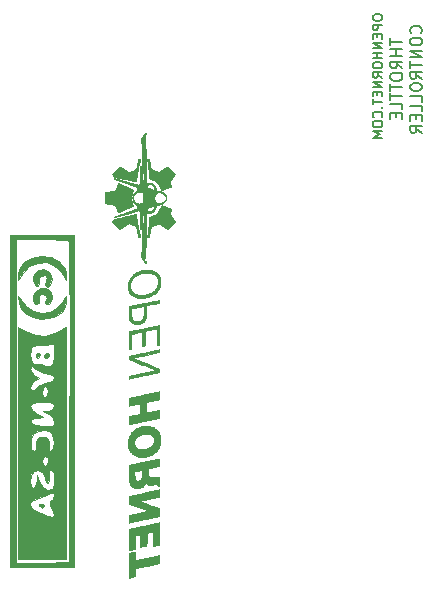
<source format=gbr>
%TF.GenerationSoftware,KiCad,Pcbnew,(5.1.9)-1*%
%TF.CreationDate,2021-10-29T07:15:38-06:00*%
%TF.ProjectId,throttle_controller,7468726f-7474-46c6-955f-636f6e74726f,rev?*%
%TF.SameCoordinates,Original*%
%TF.FileFunction,Legend,Bot*%
%TF.FilePolarity,Positive*%
%FSLAX46Y46*%
G04 Gerber Fmt 4.6, Leading zero omitted, Abs format (unit mm)*
G04 Created by KiCad (PCBNEW (5.1.9)-1) date 2021-10-29 07:15:38*
%MOMM*%
%LPD*%
G01*
G04 APERTURE LIST*
%ADD10C,0.150000*%
%ADD11C,0.010000*%
G04 APERTURE END LIST*
D10*
X169735904Y-101062380D02*
X169735904Y-101214761D01*
X169774000Y-101290952D01*
X169850190Y-101367142D01*
X170002571Y-101405238D01*
X170269238Y-101405238D01*
X170421619Y-101367142D01*
X170497809Y-101290952D01*
X170535904Y-101214761D01*
X170535904Y-101062380D01*
X170497809Y-100986190D01*
X170421619Y-100910000D01*
X170269238Y-100871904D01*
X170002571Y-100871904D01*
X169850190Y-100910000D01*
X169774000Y-100986190D01*
X169735904Y-101062380D01*
X170535904Y-101748095D02*
X169735904Y-101748095D01*
X169735904Y-102052857D01*
X169774000Y-102129047D01*
X169812095Y-102167142D01*
X169888285Y-102205238D01*
X170002571Y-102205238D01*
X170078761Y-102167142D01*
X170116857Y-102129047D01*
X170154952Y-102052857D01*
X170154952Y-101748095D01*
X170116857Y-102548095D02*
X170116857Y-102814761D01*
X170535904Y-102929047D02*
X170535904Y-102548095D01*
X169735904Y-102548095D01*
X169735904Y-102929047D01*
X170535904Y-103271904D02*
X169735904Y-103271904D01*
X170535904Y-103729047D01*
X169735904Y-103729047D01*
X170535904Y-104110000D02*
X169735904Y-104110000D01*
X170116857Y-104110000D02*
X170116857Y-104567142D01*
X170535904Y-104567142D02*
X169735904Y-104567142D01*
X169735904Y-105100476D02*
X169735904Y-105252857D01*
X169774000Y-105329047D01*
X169850190Y-105405238D01*
X170002571Y-105443333D01*
X170269238Y-105443333D01*
X170421619Y-105405238D01*
X170497809Y-105329047D01*
X170535904Y-105252857D01*
X170535904Y-105100476D01*
X170497809Y-105024285D01*
X170421619Y-104948095D01*
X170269238Y-104910000D01*
X170002571Y-104910000D01*
X169850190Y-104948095D01*
X169774000Y-105024285D01*
X169735904Y-105100476D01*
X170535904Y-106243333D02*
X170154952Y-105976666D01*
X170535904Y-105786190D02*
X169735904Y-105786190D01*
X169735904Y-106090952D01*
X169774000Y-106167142D01*
X169812095Y-106205238D01*
X169888285Y-106243333D01*
X170002571Y-106243333D01*
X170078761Y-106205238D01*
X170116857Y-106167142D01*
X170154952Y-106090952D01*
X170154952Y-105786190D01*
X170535904Y-106586190D02*
X169735904Y-106586190D01*
X170535904Y-107043333D01*
X169735904Y-107043333D01*
X170116857Y-107424285D02*
X170116857Y-107690952D01*
X170535904Y-107805238D02*
X170535904Y-107424285D01*
X169735904Y-107424285D01*
X169735904Y-107805238D01*
X169735904Y-108033809D02*
X169735904Y-108490952D01*
X170535904Y-108262380D02*
X169735904Y-108262380D01*
X170459714Y-108757619D02*
X170497809Y-108795714D01*
X170535904Y-108757619D01*
X170497809Y-108719523D01*
X170459714Y-108757619D01*
X170535904Y-108757619D01*
X170459714Y-109595714D02*
X170497809Y-109557619D01*
X170535904Y-109443333D01*
X170535904Y-109367142D01*
X170497809Y-109252857D01*
X170421619Y-109176666D01*
X170345428Y-109138571D01*
X170193047Y-109100476D01*
X170078761Y-109100476D01*
X169926380Y-109138571D01*
X169850190Y-109176666D01*
X169774000Y-109252857D01*
X169735904Y-109367142D01*
X169735904Y-109443333D01*
X169774000Y-109557619D01*
X169812095Y-109595714D01*
X169735904Y-110090952D02*
X169735904Y-110243333D01*
X169774000Y-110319523D01*
X169850190Y-110395714D01*
X170002571Y-110433809D01*
X170269238Y-110433809D01*
X170421619Y-110395714D01*
X170497809Y-110319523D01*
X170535904Y-110243333D01*
X170535904Y-110090952D01*
X170497809Y-110014761D01*
X170421619Y-109938571D01*
X170269238Y-109900476D01*
X170002571Y-109900476D01*
X169850190Y-109938571D01*
X169774000Y-110014761D01*
X169735904Y-110090952D01*
X170535904Y-110776666D02*
X169735904Y-110776666D01*
X170307333Y-111043333D01*
X169735904Y-111310000D01*
X170535904Y-111310000D01*
X171214380Y-102911619D02*
X171214380Y-103483047D01*
X172214380Y-103197333D02*
X171214380Y-103197333D01*
X172214380Y-103816380D02*
X171214380Y-103816380D01*
X171690571Y-103816380D02*
X171690571Y-104387809D01*
X172214380Y-104387809D02*
X171214380Y-104387809D01*
X172214380Y-105435428D02*
X171738190Y-105102095D01*
X172214380Y-104864000D02*
X171214380Y-104864000D01*
X171214380Y-105244952D01*
X171262000Y-105340190D01*
X171309619Y-105387809D01*
X171404857Y-105435428D01*
X171547714Y-105435428D01*
X171642952Y-105387809D01*
X171690571Y-105340190D01*
X171738190Y-105244952D01*
X171738190Y-104864000D01*
X171214380Y-106054476D02*
X171214380Y-106244952D01*
X171262000Y-106340190D01*
X171357238Y-106435428D01*
X171547714Y-106483047D01*
X171881047Y-106483047D01*
X172071523Y-106435428D01*
X172166761Y-106340190D01*
X172214380Y-106244952D01*
X172214380Y-106054476D01*
X172166761Y-105959238D01*
X172071523Y-105864000D01*
X171881047Y-105816380D01*
X171547714Y-105816380D01*
X171357238Y-105864000D01*
X171262000Y-105959238D01*
X171214380Y-106054476D01*
X171214380Y-106768761D02*
X171214380Y-107340190D01*
X172214380Y-107054476D02*
X171214380Y-107054476D01*
X171214380Y-107530666D02*
X171214380Y-108102095D01*
X172214380Y-107816380D02*
X171214380Y-107816380D01*
X172214380Y-108911619D02*
X172214380Y-108435428D01*
X171214380Y-108435428D01*
X171690571Y-109244952D02*
X171690571Y-109578285D01*
X172214380Y-109721142D02*
X172214380Y-109244952D01*
X171214380Y-109244952D01*
X171214380Y-109721142D01*
X173769142Y-102459238D02*
X173816761Y-102411619D01*
X173864380Y-102268761D01*
X173864380Y-102173523D01*
X173816761Y-102030666D01*
X173721523Y-101935428D01*
X173626285Y-101887809D01*
X173435809Y-101840190D01*
X173292952Y-101840190D01*
X173102476Y-101887809D01*
X173007238Y-101935428D01*
X172912000Y-102030666D01*
X172864380Y-102173523D01*
X172864380Y-102268761D01*
X172912000Y-102411619D01*
X172959619Y-102459238D01*
X172864380Y-103078285D02*
X172864380Y-103268761D01*
X172912000Y-103364000D01*
X173007238Y-103459238D01*
X173197714Y-103506857D01*
X173531047Y-103506857D01*
X173721523Y-103459238D01*
X173816761Y-103364000D01*
X173864380Y-103268761D01*
X173864380Y-103078285D01*
X173816761Y-102983047D01*
X173721523Y-102887809D01*
X173531047Y-102840190D01*
X173197714Y-102840190D01*
X173007238Y-102887809D01*
X172912000Y-102983047D01*
X172864380Y-103078285D01*
X173864380Y-103935428D02*
X172864380Y-103935428D01*
X173864380Y-104506857D01*
X172864380Y-104506857D01*
X172864380Y-104840190D02*
X172864380Y-105411619D01*
X173864380Y-105125904D02*
X172864380Y-105125904D01*
X173864380Y-106316380D02*
X173388190Y-105983047D01*
X173864380Y-105744952D02*
X172864380Y-105744952D01*
X172864380Y-106125904D01*
X172912000Y-106221142D01*
X172959619Y-106268761D01*
X173054857Y-106316380D01*
X173197714Y-106316380D01*
X173292952Y-106268761D01*
X173340571Y-106221142D01*
X173388190Y-106125904D01*
X173388190Y-105744952D01*
X172864380Y-106935428D02*
X172864380Y-107125904D01*
X172912000Y-107221142D01*
X173007238Y-107316380D01*
X173197714Y-107364000D01*
X173531047Y-107364000D01*
X173721523Y-107316380D01*
X173816761Y-107221142D01*
X173864380Y-107125904D01*
X173864380Y-106935428D01*
X173816761Y-106840190D01*
X173721523Y-106744952D01*
X173531047Y-106697333D01*
X173197714Y-106697333D01*
X173007238Y-106744952D01*
X172912000Y-106840190D01*
X172864380Y-106935428D01*
X173864380Y-108268761D02*
X173864380Y-107792571D01*
X172864380Y-107792571D01*
X173864380Y-109078285D02*
X173864380Y-108602095D01*
X172864380Y-108602095D01*
X173340571Y-109411619D02*
X173340571Y-109744952D01*
X173864380Y-109887809D02*
X173864380Y-109411619D01*
X172864380Y-109411619D01*
X172864380Y-109887809D01*
X173864380Y-110887809D02*
X173388190Y-110554476D01*
X173864380Y-110316380D02*
X172864380Y-110316380D01*
X172864380Y-110697333D01*
X172912000Y-110792571D01*
X172959619Y-110840190D01*
X173054857Y-110887809D01*
X173197714Y-110887809D01*
X173292952Y-110840190D01*
X173340571Y-110792571D01*
X173388190Y-110697333D01*
X173388190Y-110316380D01*
D11*
%TO.C,LOGO2*%
G36*
X144417391Y-147671801D02*
G01*
X144417391Y-119580410D01*
X139539245Y-119580410D01*
X139539245Y-119916834D01*
X141697965Y-119916834D01*
X142518585Y-119925194D01*
X143214081Y-119948038D01*
X143717127Y-119982015D01*
X143960401Y-120023771D01*
X143969814Y-120029964D01*
X143986859Y-120211860D01*
X144002078Y-120704807D01*
X144015341Y-121483439D01*
X144026518Y-122522388D01*
X144035480Y-123796286D01*
X144042096Y-125279765D01*
X144046236Y-126947458D01*
X144047769Y-128773998D01*
X144046567Y-130734016D01*
X144042498Y-132802145D01*
X144039903Y-133697183D01*
X143996861Y-147251271D01*
X141768053Y-147298207D01*
X139539245Y-147345142D01*
X139539245Y-119916834D01*
X139539245Y-119580410D01*
X139034610Y-119580410D01*
X139034610Y-147671801D01*
X144417391Y-147671801D01*
G37*
X144417391Y-147671801D02*
X144417391Y-119580410D01*
X139539245Y-119580410D01*
X139539245Y-119916834D01*
X141697965Y-119916834D01*
X142518585Y-119925194D01*
X143214081Y-119948038D01*
X143717127Y-119982015D01*
X143960401Y-120023771D01*
X143969814Y-120029964D01*
X143986859Y-120211860D01*
X144002078Y-120704807D01*
X144015341Y-121483439D01*
X144026518Y-122522388D01*
X144035480Y-123796286D01*
X144042096Y-125279765D01*
X144046236Y-126947458D01*
X144047769Y-128773998D01*
X144046567Y-130734016D01*
X144042498Y-132802145D01*
X144039903Y-133697183D01*
X143996861Y-147251271D01*
X141768053Y-147298207D01*
X139539245Y-147345142D01*
X139539245Y-119916834D01*
X139539245Y-119580410D01*
X139034610Y-119580410D01*
X139034610Y-147671801D01*
X144417391Y-147671801D01*
G36*
X140091418Y-122759260D02*
G01*
X140651998Y-122185143D01*
X141341113Y-121883883D01*
X142085650Y-121879511D01*
X142437218Y-121988227D01*
X142966872Y-122324418D01*
X143387675Y-122782651D01*
X143403807Y-122808368D01*
X143743286Y-123365179D01*
X143743914Y-122833443D01*
X143630346Y-122328461D01*
X143247288Y-121883299D01*
X143243937Y-121880475D01*
X142474281Y-121429323D01*
X141654033Y-121297457D01*
X140838606Y-121484878D01*
X140208063Y-121880475D01*
X139816741Y-122339065D01*
X139707457Y-122816266D01*
X139707457Y-123330824D01*
X140091418Y-122759260D01*
G37*
X140091418Y-122759260D02*
X140651998Y-122185143D01*
X141341113Y-121883883D01*
X142085650Y-121879511D01*
X142437218Y-121988227D01*
X142966872Y-122324418D01*
X143387675Y-122782651D01*
X143403807Y-122808368D01*
X143743286Y-123365179D01*
X143743914Y-122833443D01*
X143630346Y-122328461D01*
X143247288Y-121883299D01*
X143243937Y-121880475D01*
X142474281Y-121429323D01*
X141654033Y-121297457D01*
X140838606Y-121484878D01*
X140208063Y-121880475D01*
X139816741Y-122339065D01*
X139707457Y-122816266D01*
X139707457Y-123330824D01*
X140091418Y-122759260D01*
G36*
X139746050Y-125294246D02*
G01*
X139933900Y-125858924D01*
X140350044Y-126271536D01*
X140923337Y-126532081D01*
X141582631Y-126640561D01*
X142256780Y-126596975D01*
X142874636Y-126401324D01*
X143365053Y-126053606D01*
X143656883Y-125553822D01*
X143703445Y-125294246D01*
X143746453Y-124710874D01*
X143488916Y-125171342D01*
X143006403Y-125727343D01*
X142368327Y-126043050D01*
X141654152Y-126118882D01*
X140943342Y-125955262D01*
X140315361Y-125552608D01*
X139982742Y-125152800D01*
X139700537Y-124710874D01*
X139746050Y-125294246D01*
G37*
X139746050Y-125294246D02*
X139933900Y-125858924D01*
X140350044Y-126271536D01*
X140923337Y-126532081D01*
X141582631Y-126640561D01*
X142256780Y-126596975D01*
X142874636Y-126401324D01*
X143365053Y-126053606D01*
X143656883Y-125553822D01*
X143703445Y-125294246D01*
X143746453Y-124710874D01*
X143488916Y-125171342D01*
X143006403Y-125727343D01*
X142368327Y-126043050D01*
X141654152Y-126118882D01*
X140943342Y-125955262D01*
X140315361Y-125552608D01*
X139982742Y-125152800D01*
X139700537Y-124710874D01*
X139746050Y-125294246D01*
G36*
X143744543Y-146998953D02*
G01*
X143744543Y-127363916D01*
X142945537Y-127772783D01*
X142735272Y-127843332D01*
X142735272Y-128815277D01*
X142735272Y-129482762D01*
X142710369Y-129983301D01*
X142648896Y-130367376D01*
X142633169Y-130416322D01*
X142411844Y-130626113D01*
X142083377Y-130677685D01*
X141828778Y-130544097D01*
X141824048Y-130536744D01*
X141609983Y-130454175D01*
X141317240Y-130470765D01*
X140985221Y-130464799D01*
X140842888Y-130253624D01*
X140842888Y-130686138D01*
X141051677Y-130783074D01*
X141380580Y-131011805D01*
X141389576Y-131018821D01*
X141843897Y-131260172D01*
X142272689Y-131351505D01*
X142623504Y-131419511D01*
X142734360Y-131653928D01*
X142735272Y-131691669D01*
X142645663Y-131947532D01*
X142324572Y-132030751D01*
X142272689Y-132031833D01*
X141950624Y-132105222D01*
X141950624Y-132368685D01*
X142125590Y-132483753D01*
X142209865Y-132760746D01*
X142136313Y-133106965D01*
X141948262Y-133328162D01*
X141936265Y-133332577D01*
X141776184Y-133244959D01*
X141726000Y-132883170D01*
X141726000Y-133710212D01*
X142290969Y-133723099D01*
X142596266Y-133778150D01*
X142718183Y-133899953D01*
X142735272Y-134035463D01*
X142611667Y-134308944D01*
X142272689Y-134421325D01*
X141810106Y-134481937D01*
X142272689Y-134711817D01*
X142653452Y-135033740D01*
X142735272Y-135343620D01*
X142713117Y-135568737D01*
X142593039Y-135682558D01*
X142294619Y-135714356D01*
X141857362Y-135698313D01*
X141857362Y-136065924D01*
X142306978Y-136153173D01*
X142557911Y-136359549D01*
X142672117Y-136728905D01*
X142689184Y-137191202D01*
X142619316Y-137612657D01*
X142472718Y-137859484D01*
X142442403Y-137873971D01*
X142422559Y-137866075D01*
X142422559Y-139422094D01*
X142623130Y-139541558D01*
X142711548Y-139797889D01*
X142733792Y-140221108D01*
X142696357Y-140663567D01*
X142618117Y-140934719D01*
X142618117Y-141371298D01*
X142718537Y-141426029D01*
X142735263Y-141602013D01*
X142735272Y-141618627D01*
X142664366Y-141890630D01*
X142567060Y-141952596D01*
X142427705Y-142087435D01*
X142413655Y-142410433D01*
X142520563Y-142799310D01*
X142602745Y-142956500D01*
X142732323Y-143269967D01*
X142605574Y-143395746D01*
X142213429Y-143335511D01*
X141647939Y-143132533D01*
X141054187Y-142848492D01*
X140761242Y-142593504D01*
X140716729Y-142447622D01*
X140730079Y-142253590D01*
X140814775Y-142110578D01*
X141037781Y-141970692D01*
X141466063Y-141786035D01*
X141860832Y-141629329D01*
X142357662Y-141438753D01*
X142618117Y-141371298D01*
X142618117Y-140934719D01*
X142605739Y-140977617D01*
X142557499Y-141033339D01*
X142164646Y-141105967D01*
X141779415Y-140916471D01*
X141505538Y-140525134D01*
X141465629Y-140398818D01*
X141330543Y-139849947D01*
X141265296Y-140396636D01*
X141139148Y-140823730D01*
X140951951Y-140955145D01*
X140784350Y-140794036D01*
X140716729Y-140375179D01*
X140820393Y-139857387D01*
X141076527Y-139547357D01*
X141402846Y-139462136D01*
X141717062Y-139618770D01*
X141936890Y-140034306D01*
X141956312Y-140118391D01*
X142078670Y-140454594D01*
X142235469Y-140519745D01*
X142238508Y-140517929D01*
X142339064Y-140282739D01*
X142311225Y-139918039D01*
X142292665Y-139547688D01*
X142422559Y-139422094D01*
X142422559Y-137866075D01*
X142307753Y-137820391D01*
X142322929Y-137497501D01*
X142330744Y-137457022D01*
X142307815Y-136977721D01*
X142061534Y-136679541D01*
X141978318Y-136669072D01*
X141978318Y-138251934D01*
X142181251Y-138398161D01*
X142230636Y-138672463D01*
X142142900Y-139010686D01*
X141978318Y-139092993D01*
X141775385Y-138946766D01*
X141726000Y-138672463D01*
X141813736Y-138334241D01*
X141978318Y-138251934D01*
X141978318Y-136669072D01*
X141654407Y-136628321D01*
X141565860Y-136651358D01*
X141316739Y-136826885D01*
X141225258Y-137200147D01*
X141221364Y-137352121D01*
X141172078Y-137772709D01*
X141022488Y-137877828D01*
X141011100Y-137874520D01*
X140822126Y-137657353D01*
X140747751Y-137255011D01*
X140790442Y-136799506D01*
X140952664Y-136422849D01*
X140983286Y-136385868D01*
X141370533Y-136144252D01*
X141857362Y-136065924D01*
X141857362Y-135698313D01*
X141769688Y-135695096D01*
X141187713Y-135640695D01*
X140871599Y-135539423D01*
X140751644Y-135368485D01*
X140750280Y-135361692D01*
X140804351Y-135149609D01*
X141112844Y-135041883D01*
X141253282Y-135024851D01*
X141810106Y-134970968D01*
X141263417Y-134672694D01*
X140863191Y-134362204D01*
X140716729Y-134042316D01*
X140754732Y-133856678D01*
X140919878Y-133756366D01*
X141288874Y-133716140D01*
X141726000Y-133710212D01*
X141726000Y-132883170D01*
X141784637Y-132475501D01*
X141950624Y-132368685D01*
X141950624Y-132105222D01*
X141801056Y-132139305D01*
X141389576Y-132364516D01*
X140994695Y-132634874D01*
X140785322Y-132661899D01*
X140717454Y-132448237D01*
X140716729Y-132404979D01*
X140848105Y-132093541D01*
X141071863Y-131887233D01*
X141426998Y-131665448D01*
X141071863Y-131416702D01*
X140828486Y-131161748D01*
X140712984Y-130886846D01*
X140761174Y-130706277D01*
X140842888Y-130686138D01*
X140842888Y-130253624D01*
X140819893Y-130219507D01*
X140794648Y-130128892D01*
X140732496Y-129632478D01*
X140744840Y-129311758D01*
X140811312Y-129085203D01*
X140985517Y-128958093D01*
X141352187Y-128893493D01*
X141768053Y-128865725D01*
X142735272Y-128815277D01*
X142735272Y-127843332D01*
X142061934Y-128069254D01*
X141188674Y-128036994D01*
X140293239Y-127674540D01*
X140254146Y-127651766D01*
X139707457Y-127329505D01*
X139707457Y-146998953D01*
X143744543Y-146998953D01*
G37*
X143744543Y-146998953D02*
X143744543Y-127363916D01*
X142945537Y-127772783D01*
X142735272Y-127843332D01*
X142735272Y-128815277D01*
X142735272Y-129482762D01*
X142710369Y-129983301D01*
X142648896Y-130367376D01*
X142633169Y-130416322D01*
X142411844Y-130626113D01*
X142083377Y-130677685D01*
X141828778Y-130544097D01*
X141824048Y-130536744D01*
X141609983Y-130454175D01*
X141317240Y-130470765D01*
X140985221Y-130464799D01*
X140842888Y-130253624D01*
X140842888Y-130686138D01*
X141051677Y-130783074D01*
X141380580Y-131011805D01*
X141389576Y-131018821D01*
X141843897Y-131260172D01*
X142272689Y-131351505D01*
X142623504Y-131419511D01*
X142734360Y-131653928D01*
X142735272Y-131691669D01*
X142645663Y-131947532D01*
X142324572Y-132030751D01*
X142272689Y-132031833D01*
X141950624Y-132105222D01*
X141950624Y-132368685D01*
X142125590Y-132483753D01*
X142209865Y-132760746D01*
X142136313Y-133106965D01*
X141948262Y-133328162D01*
X141936265Y-133332577D01*
X141776184Y-133244959D01*
X141726000Y-132883170D01*
X141726000Y-133710212D01*
X142290969Y-133723099D01*
X142596266Y-133778150D01*
X142718183Y-133899953D01*
X142735272Y-134035463D01*
X142611667Y-134308944D01*
X142272689Y-134421325D01*
X141810106Y-134481937D01*
X142272689Y-134711817D01*
X142653452Y-135033740D01*
X142735272Y-135343620D01*
X142713117Y-135568737D01*
X142593039Y-135682558D01*
X142294619Y-135714356D01*
X141857362Y-135698313D01*
X141857362Y-136065924D01*
X142306978Y-136153173D01*
X142557911Y-136359549D01*
X142672117Y-136728905D01*
X142689184Y-137191202D01*
X142619316Y-137612657D01*
X142472718Y-137859484D01*
X142442403Y-137873971D01*
X142422559Y-137866075D01*
X142422559Y-139422094D01*
X142623130Y-139541558D01*
X142711548Y-139797889D01*
X142733792Y-140221108D01*
X142696357Y-140663567D01*
X142618117Y-140934719D01*
X142618117Y-141371298D01*
X142718537Y-141426029D01*
X142735263Y-141602013D01*
X142735272Y-141618627D01*
X142664366Y-141890630D01*
X142567060Y-141952596D01*
X142427705Y-142087435D01*
X142413655Y-142410433D01*
X142520563Y-142799310D01*
X142602745Y-142956500D01*
X142732323Y-143269967D01*
X142605574Y-143395746D01*
X142213429Y-143335511D01*
X141647939Y-143132533D01*
X141054187Y-142848492D01*
X140761242Y-142593504D01*
X140716729Y-142447622D01*
X140730079Y-142253590D01*
X140814775Y-142110578D01*
X141037781Y-141970692D01*
X141466063Y-141786035D01*
X141860832Y-141629329D01*
X142357662Y-141438753D01*
X142618117Y-141371298D01*
X142618117Y-140934719D01*
X142605739Y-140977617D01*
X142557499Y-141033339D01*
X142164646Y-141105967D01*
X141779415Y-140916471D01*
X141505538Y-140525134D01*
X141465629Y-140398818D01*
X141330543Y-139849947D01*
X141265296Y-140396636D01*
X141139148Y-140823730D01*
X140951951Y-140955145D01*
X140784350Y-140794036D01*
X140716729Y-140375179D01*
X140820393Y-139857387D01*
X141076527Y-139547357D01*
X141402846Y-139462136D01*
X141717062Y-139618770D01*
X141936890Y-140034306D01*
X141956312Y-140118391D01*
X142078670Y-140454594D01*
X142235469Y-140519745D01*
X142238508Y-140517929D01*
X142339064Y-140282739D01*
X142311225Y-139918039D01*
X142292665Y-139547688D01*
X142422559Y-139422094D01*
X142422559Y-137866075D01*
X142307753Y-137820391D01*
X142322929Y-137497501D01*
X142330744Y-137457022D01*
X142307815Y-136977721D01*
X142061534Y-136679541D01*
X141978318Y-136669072D01*
X141978318Y-138251934D01*
X142181251Y-138398161D01*
X142230636Y-138672463D01*
X142142900Y-139010686D01*
X141978318Y-139092993D01*
X141775385Y-138946766D01*
X141726000Y-138672463D01*
X141813736Y-138334241D01*
X141978318Y-138251934D01*
X141978318Y-136669072D01*
X141654407Y-136628321D01*
X141565860Y-136651358D01*
X141316739Y-136826885D01*
X141225258Y-137200147D01*
X141221364Y-137352121D01*
X141172078Y-137772709D01*
X141022488Y-137877828D01*
X141011100Y-137874520D01*
X140822126Y-137657353D01*
X140747751Y-137255011D01*
X140790442Y-136799506D01*
X140952664Y-136422849D01*
X140983286Y-136385868D01*
X141370533Y-136144252D01*
X141857362Y-136065924D01*
X141857362Y-135698313D01*
X141769688Y-135695096D01*
X141187713Y-135640695D01*
X140871599Y-135539423D01*
X140751644Y-135368485D01*
X140750280Y-135361692D01*
X140804351Y-135149609D01*
X141112844Y-135041883D01*
X141253282Y-135024851D01*
X141810106Y-134970968D01*
X141263417Y-134672694D01*
X140863191Y-134362204D01*
X140716729Y-134042316D01*
X140754732Y-133856678D01*
X140919878Y-133756366D01*
X141288874Y-133716140D01*
X141726000Y-133710212D01*
X141726000Y-132883170D01*
X141784637Y-132475501D01*
X141950624Y-132368685D01*
X141950624Y-132105222D01*
X141801056Y-132139305D01*
X141389576Y-132364516D01*
X140994695Y-132634874D01*
X140785322Y-132661899D01*
X140717454Y-132448237D01*
X140716729Y-132404979D01*
X140848105Y-132093541D01*
X141071863Y-131887233D01*
X141426998Y-131665448D01*
X141071863Y-131416702D01*
X140828486Y-131161748D01*
X140712984Y-130886846D01*
X140761174Y-130706277D01*
X140842888Y-130686138D01*
X140842888Y-130253624D01*
X140819893Y-130219507D01*
X140794648Y-130128892D01*
X140732496Y-129632478D01*
X140744840Y-129311758D01*
X140811312Y-129085203D01*
X140985517Y-128958093D01*
X141352187Y-128893493D01*
X141768053Y-128865725D01*
X142735272Y-128815277D01*
X142735272Y-127843332D01*
X142061934Y-128069254D01*
X141188674Y-128036994D01*
X140293239Y-127674540D01*
X140254146Y-127651766D01*
X139707457Y-127329505D01*
X139707457Y-146998953D01*
X143744543Y-146998953D01*
G36*
X140973984Y-123417760D02*
G01*
X141027179Y-123543559D01*
X141238090Y-123834017D01*
X141413909Y-123845116D01*
X141466257Y-123596694D01*
X141438806Y-123451161D01*
X141474082Y-123123599D01*
X141614755Y-123015893D01*
X141973065Y-122980221D01*
X142131238Y-123166835D01*
X142062424Y-123449285D01*
X142003750Y-123746468D01*
X142122200Y-123915402D01*
X142324228Y-123872287D01*
X142415079Y-123765206D01*
X142556677Y-123267314D01*
X142383063Y-122795630D01*
X142302727Y-122704346D01*
X141870447Y-122462282D01*
X141419046Y-122546486D01*
X141136640Y-122777120D01*
X140933805Y-123089412D01*
X140973984Y-123417760D01*
G37*
X140973984Y-123417760D02*
X141027179Y-123543559D01*
X141238090Y-123834017D01*
X141413909Y-123845116D01*
X141466257Y-123596694D01*
X141438806Y-123451161D01*
X141474082Y-123123599D01*
X141614755Y-123015893D01*
X141973065Y-122980221D01*
X142131238Y-123166835D01*
X142062424Y-123449285D01*
X142003750Y-123746468D01*
X142122200Y-123915402D01*
X142324228Y-123872287D01*
X142415079Y-123765206D01*
X142556677Y-123267314D01*
X142383063Y-122795630D01*
X142302727Y-122704346D01*
X141870447Y-122462282D01*
X141419046Y-122546486D01*
X141136640Y-122777120D01*
X140933805Y-123089412D01*
X140973984Y-123417760D01*
G36*
X140936711Y-125082459D02*
G01*
X141036922Y-125279113D01*
X141244912Y-125430077D01*
X141417362Y-125323770D01*
X141454492Y-125033153D01*
X141443236Y-124982009D01*
X141469754Y-124645646D01*
X141696082Y-124515237D01*
X141987761Y-124634605D01*
X142139551Y-124877189D01*
X142056330Y-125054640D01*
X141973448Y-125287019D01*
X142073063Y-125390297D01*
X142303771Y-125393199D01*
X142475774Y-125167393D01*
X142551295Y-124819940D01*
X142492559Y-124457904D01*
X142438325Y-124355069D01*
X142082606Y-124080120D01*
X141629970Y-124058524D01*
X141229969Y-124281740D01*
X140932697Y-124694364D01*
X140936711Y-125082459D01*
G37*
X140936711Y-125082459D02*
X141036922Y-125279113D01*
X141244912Y-125430077D01*
X141417362Y-125323770D01*
X141454492Y-125033153D01*
X141443236Y-124982009D01*
X141469754Y-124645646D01*
X141696082Y-124515237D01*
X141987761Y-124634605D01*
X142139551Y-124877189D01*
X142056330Y-125054640D01*
X141973448Y-125287019D01*
X142073063Y-125390297D01*
X142303771Y-125393199D01*
X142475774Y-125167393D01*
X142551295Y-124819940D01*
X142492559Y-124457904D01*
X142438325Y-124355069D01*
X142082606Y-124080120D01*
X141629970Y-124058524D01*
X141229969Y-124281740D01*
X140932697Y-124694364D01*
X140936711Y-125082459D01*
G36*
X141992017Y-129967433D02*
G01*
X142093964Y-129971001D01*
X142316099Y-129803572D01*
X142344342Y-129602009D01*
X142160548Y-129504914D01*
X141928828Y-129640350D01*
X141894212Y-129771249D01*
X141992017Y-129967433D01*
G37*
X141992017Y-129967433D02*
X142093964Y-129971001D01*
X142316099Y-129803572D01*
X142344342Y-129602009D01*
X142160548Y-129504914D01*
X141928828Y-129640350D01*
X141894212Y-129771249D01*
X141992017Y-129967433D01*
G36*
X141302912Y-129941268D02*
G01*
X141389576Y-129925444D01*
X141551372Y-129710392D01*
X141557788Y-129663198D01*
X141429486Y-129509444D01*
X141389576Y-129504914D01*
X141241951Y-129641832D01*
X141221364Y-129767159D01*
X141302912Y-129941268D01*
G37*
X141302912Y-129941268D02*
X141389576Y-129925444D01*
X141551372Y-129710392D01*
X141557788Y-129663198D01*
X141429486Y-129509444D01*
X141389576Y-129504914D01*
X141241951Y-129641832D01*
X141221364Y-129767159D01*
X141302912Y-129941268D01*
G36*
X141473682Y-142457232D02*
G01*
X141688734Y-142619027D01*
X141735928Y-142625444D01*
X141889682Y-142497141D01*
X141894212Y-142457232D01*
X141757294Y-142309607D01*
X141631967Y-142289020D01*
X141457858Y-142370567D01*
X141473682Y-142457232D01*
G37*
X141473682Y-142457232D02*
X141688734Y-142619027D01*
X141735928Y-142625444D01*
X141889682Y-142497141D01*
X141894212Y-142457232D01*
X141757294Y-142309607D01*
X141631967Y-142289020D01*
X141457858Y-142370567D01*
X141473682Y-142457232D01*
%TO.C,LOGO1*%
G36*
X147009200Y-116378631D02*
G01*
X147009200Y-116399312D01*
X147009208Y-116469145D01*
X147009239Y-116531007D01*
X147009300Y-116585394D01*
X147009399Y-116632801D01*
X147009545Y-116673724D01*
X147009745Y-116708658D01*
X147010007Y-116738100D01*
X147010340Y-116762545D01*
X147010750Y-116782489D01*
X147011247Y-116798427D01*
X147011838Y-116810855D01*
X147012531Y-116820268D01*
X147013334Y-116827163D01*
X147014255Y-116832035D01*
X147015302Y-116835380D01*
X147016249Y-116837311D01*
X147024377Y-116847290D01*
X147033247Y-116853778D01*
X147038723Y-116855170D01*
X147051952Y-116857990D01*
X147072365Y-116862129D01*
X147099389Y-116867476D01*
X147132454Y-116873921D01*
X147170987Y-116881354D01*
X147214417Y-116889666D01*
X147262174Y-116898747D01*
X147313685Y-116908486D01*
X147368379Y-116918774D01*
X147425684Y-116929501D01*
X147464738Y-116936782D01*
X147523492Y-116947756D01*
X147580035Y-116958387D01*
X147633792Y-116968566D01*
X147684190Y-116978178D01*
X147730656Y-116987113D01*
X147772614Y-116995259D01*
X147809491Y-117002504D01*
X147840714Y-117008736D01*
X147865708Y-117013844D01*
X147883901Y-117017715D01*
X147894717Y-117020238D01*
X147897531Y-117021107D01*
X147908974Y-117028808D01*
X147917867Y-117036890D01*
X147920525Y-117041901D01*
X147926066Y-117054004D01*
X147934179Y-117072450D01*
X147944553Y-117096487D01*
X147956877Y-117125367D01*
X147970840Y-117158341D01*
X147986132Y-117194658D01*
X148002441Y-117233570D01*
X148019456Y-117274326D01*
X148036867Y-117316177D01*
X148054362Y-117358373D01*
X148071630Y-117400165D01*
X148088362Y-117440804D01*
X148104244Y-117479539D01*
X148118968Y-117515621D01*
X148132221Y-117548301D01*
X148143693Y-117576828D01*
X148153073Y-117600454D01*
X148160050Y-117618429D01*
X148164313Y-117630003D01*
X148165510Y-117633866D01*
X148166948Y-117634271D01*
X148171046Y-117633392D01*
X148178115Y-117631095D01*
X148188469Y-117627243D01*
X148202418Y-117621700D01*
X148220276Y-117614332D01*
X148242355Y-117605001D01*
X148268968Y-117593572D01*
X148300425Y-117579911D01*
X148337041Y-117563879D01*
X148379127Y-117545343D01*
X148426995Y-117524166D01*
X148480958Y-117500213D01*
X148541328Y-117473347D01*
X148608418Y-117443433D01*
X148682539Y-117410336D01*
X148764005Y-117373919D01*
X148780849Y-117366384D01*
X148849203Y-117335804D01*
X148915495Y-117306133D01*
X148979311Y-117277559D01*
X149040234Y-117250267D01*
X149097847Y-117224446D01*
X149151736Y-117200281D01*
X149201484Y-117177960D01*
X149246675Y-117157669D01*
X149286892Y-117139595D01*
X149321721Y-117123925D01*
X149350745Y-117110845D01*
X149373547Y-117100543D01*
X149389713Y-117093204D01*
X149398825Y-117089017D01*
X149400755Y-117088082D01*
X149402791Y-117085452D01*
X149403206Y-117080176D01*
X149401775Y-117071057D01*
X149398272Y-117056899D01*
X149392472Y-117036505D01*
X149388536Y-117023247D01*
X149371097Y-116962404D01*
X149353808Y-116897208D01*
X149337163Y-116829782D01*
X149321653Y-116762249D01*
X149307770Y-116696734D01*
X149296004Y-116635359D01*
X149288616Y-116591734D01*
X149285511Y-116566325D01*
X149282971Y-116534159D01*
X149281018Y-116496927D01*
X149279671Y-116456320D01*
X149278951Y-116414029D01*
X149278879Y-116371747D01*
X149279476Y-116331163D01*
X149280762Y-116293971D01*
X149282758Y-116261860D01*
X149284379Y-116245091D01*
X149290963Y-116196582D01*
X149300129Y-116141781D01*
X149311518Y-116082335D01*
X149324768Y-116019891D01*
X149339518Y-115956095D01*
X149355407Y-115892595D01*
X149372074Y-115831036D01*
X149384519Y-115788291D01*
X149391347Y-115765405D01*
X149397215Y-115745371D01*
X149401723Y-115729582D01*
X149404475Y-115719428D01*
X149405144Y-115716324D01*
X149401318Y-115714326D01*
X149390141Y-115709130D01*
X149372026Y-115700919D01*
X149347386Y-115689875D01*
X149316633Y-115676180D01*
X149280181Y-115660016D01*
X149238441Y-115641564D01*
X149191826Y-115621008D01*
X149140749Y-115598528D01*
X149085622Y-115574308D01*
X149026858Y-115548528D01*
X148964870Y-115521371D01*
X148900071Y-115493020D01*
X148832872Y-115463655D01*
X148788992Y-115444500D01*
X148720407Y-115414578D01*
X148653901Y-115385577D01*
X148589892Y-115357677D01*
X148528796Y-115331060D01*
X148471030Y-115305907D01*
X148417010Y-115282399D01*
X148367155Y-115260717D01*
X148321879Y-115241042D01*
X148281600Y-115223556D01*
X148246735Y-115208439D01*
X148217701Y-115195873D01*
X148194913Y-115186038D01*
X148178789Y-115179116D01*
X148169746Y-115175288D01*
X148167873Y-115174547D01*
X148165322Y-115178193D01*
X148159798Y-115189338D01*
X148151459Y-115207614D01*
X148140463Y-115232654D01*
X148126967Y-115264088D01*
X148111129Y-115301551D01*
X148093107Y-115344672D01*
X148073057Y-115393086D01*
X148051139Y-115446424D01*
X148046387Y-115458035D01*
X148027172Y-115504911D01*
X148008712Y-115549730D01*
X147991281Y-115591838D01*
X147975155Y-115630580D01*
X147960609Y-115665303D01*
X147947917Y-115695353D01*
X147937355Y-115720076D01*
X147929196Y-115738817D01*
X147923716Y-115750924D01*
X147921373Y-115755505D01*
X147911466Y-115766343D01*
X147899028Y-115775336D01*
X147898068Y-115775842D01*
X147891543Y-115777815D01*
X147877080Y-115781205D01*
X147855076Y-115785935D01*
X147825927Y-115791928D01*
X147790029Y-115799106D01*
X147747779Y-115807391D01*
X147699573Y-115816705D01*
X147645806Y-115826970D01*
X147586876Y-115838110D01*
X147523178Y-115850046D01*
X147460623Y-115861678D01*
X147401864Y-115872594D01*
X147345373Y-115883140D01*
X147291718Y-115893209D01*
X147241466Y-115902691D01*
X147195183Y-115911478D01*
X147153436Y-115919461D01*
X147116794Y-115926531D01*
X147085823Y-115932579D01*
X147061090Y-115937498D01*
X147043162Y-115941177D01*
X147032606Y-115943508D01*
X147029925Y-115944270D01*
X147026613Y-115945999D01*
X147023674Y-115947761D01*
X147021085Y-115950043D01*
X147018825Y-115953334D01*
X147016871Y-115958121D01*
X147015200Y-115964893D01*
X147013791Y-115974137D01*
X147012621Y-115986343D01*
X147011669Y-116001997D01*
X147010911Y-116021589D01*
X147010327Y-116045606D01*
X147009892Y-116074536D01*
X147009586Y-116108867D01*
X147009385Y-116149089D01*
X147009269Y-116195687D01*
X147009214Y-116249152D01*
X147009199Y-116309970D01*
X147009200Y-116378631D01*
G37*
X147009200Y-116378631D02*
X147009200Y-116399312D01*
X147009208Y-116469145D01*
X147009239Y-116531007D01*
X147009300Y-116585394D01*
X147009399Y-116632801D01*
X147009545Y-116673724D01*
X147009745Y-116708658D01*
X147010007Y-116738100D01*
X147010340Y-116762545D01*
X147010750Y-116782489D01*
X147011247Y-116798427D01*
X147011838Y-116810855D01*
X147012531Y-116820268D01*
X147013334Y-116827163D01*
X147014255Y-116832035D01*
X147015302Y-116835380D01*
X147016249Y-116837311D01*
X147024377Y-116847290D01*
X147033247Y-116853778D01*
X147038723Y-116855170D01*
X147051952Y-116857990D01*
X147072365Y-116862129D01*
X147099389Y-116867476D01*
X147132454Y-116873921D01*
X147170987Y-116881354D01*
X147214417Y-116889666D01*
X147262174Y-116898747D01*
X147313685Y-116908486D01*
X147368379Y-116918774D01*
X147425684Y-116929501D01*
X147464738Y-116936782D01*
X147523492Y-116947756D01*
X147580035Y-116958387D01*
X147633792Y-116968566D01*
X147684190Y-116978178D01*
X147730656Y-116987113D01*
X147772614Y-116995259D01*
X147809491Y-117002504D01*
X147840714Y-117008736D01*
X147865708Y-117013844D01*
X147883901Y-117017715D01*
X147894717Y-117020238D01*
X147897531Y-117021107D01*
X147908974Y-117028808D01*
X147917867Y-117036890D01*
X147920525Y-117041901D01*
X147926066Y-117054004D01*
X147934179Y-117072450D01*
X147944553Y-117096487D01*
X147956877Y-117125367D01*
X147970840Y-117158341D01*
X147986132Y-117194658D01*
X148002441Y-117233570D01*
X148019456Y-117274326D01*
X148036867Y-117316177D01*
X148054362Y-117358373D01*
X148071630Y-117400165D01*
X148088362Y-117440804D01*
X148104244Y-117479539D01*
X148118968Y-117515621D01*
X148132221Y-117548301D01*
X148143693Y-117576828D01*
X148153073Y-117600454D01*
X148160050Y-117618429D01*
X148164313Y-117630003D01*
X148165510Y-117633866D01*
X148166948Y-117634271D01*
X148171046Y-117633392D01*
X148178115Y-117631095D01*
X148188469Y-117627243D01*
X148202418Y-117621700D01*
X148220276Y-117614332D01*
X148242355Y-117605001D01*
X148268968Y-117593572D01*
X148300425Y-117579911D01*
X148337041Y-117563879D01*
X148379127Y-117545343D01*
X148426995Y-117524166D01*
X148480958Y-117500213D01*
X148541328Y-117473347D01*
X148608418Y-117443433D01*
X148682539Y-117410336D01*
X148764005Y-117373919D01*
X148780849Y-117366384D01*
X148849203Y-117335804D01*
X148915495Y-117306133D01*
X148979311Y-117277559D01*
X149040234Y-117250267D01*
X149097847Y-117224446D01*
X149151736Y-117200281D01*
X149201484Y-117177960D01*
X149246675Y-117157669D01*
X149286892Y-117139595D01*
X149321721Y-117123925D01*
X149350745Y-117110845D01*
X149373547Y-117100543D01*
X149389713Y-117093204D01*
X149398825Y-117089017D01*
X149400755Y-117088082D01*
X149402791Y-117085452D01*
X149403206Y-117080176D01*
X149401775Y-117071057D01*
X149398272Y-117056899D01*
X149392472Y-117036505D01*
X149388536Y-117023247D01*
X149371097Y-116962404D01*
X149353808Y-116897208D01*
X149337163Y-116829782D01*
X149321653Y-116762249D01*
X149307770Y-116696734D01*
X149296004Y-116635359D01*
X149288616Y-116591734D01*
X149285511Y-116566325D01*
X149282971Y-116534159D01*
X149281018Y-116496927D01*
X149279671Y-116456320D01*
X149278951Y-116414029D01*
X149278879Y-116371747D01*
X149279476Y-116331163D01*
X149280762Y-116293971D01*
X149282758Y-116261860D01*
X149284379Y-116245091D01*
X149290963Y-116196582D01*
X149300129Y-116141781D01*
X149311518Y-116082335D01*
X149324768Y-116019891D01*
X149339518Y-115956095D01*
X149355407Y-115892595D01*
X149372074Y-115831036D01*
X149384519Y-115788291D01*
X149391347Y-115765405D01*
X149397215Y-115745371D01*
X149401723Y-115729582D01*
X149404475Y-115719428D01*
X149405144Y-115716324D01*
X149401318Y-115714326D01*
X149390141Y-115709130D01*
X149372026Y-115700919D01*
X149347386Y-115689875D01*
X149316633Y-115676180D01*
X149280181Y-115660016D01*
X149238441Y-115641564D01*
X149191826Y-115621008D01*
X149140749Y-115598528D01*
X149085622Y-115574308D01*
X149026858Y-115548528D01*
X148964870Y-115521371D01*
X148900071Y-115493020D01*
X148832872Y-115463655D01*
X148788992Y-115444500D01*
X148720407Y-115414578D01*
X148653901Y-115385577D01*
X148589892Y-115357677D01*
X148528796Y-115331060D01*
X148471030Y-115305907D01*
X148417010Y-115282399D01*
X148367155Y-115260717D01*
X148321879Y-115241042D01*
X148281600Y-115223556D01*
X148246735Y-115208439D01*
X148217701Y-115195873D01*
X148194913Y-115186038D01*
X148178789Y-115179116D01*
X148169746Y-115175288D01*
X148167873Y-115174547D01*
X148165322Y-115178193D01*
X148159798Y-115189338D01*
X148151459Y-115207614D01*
X148140463Y-115232654D01*
X148126967Y-115264088D01*
X148111129Y-115301551D01*
X148093107Y-115344672D01*
X148073057Y-115393086D01*
X148051139Y-115446424D01*
X148046387Y-115458035D01*
X148027172Y-115504911D01*
X148008712Y-115549730D01*
X147991281Y-115591838D01*
X147975155Y-115630580D01*
X147960609Y-115665303D01*
X147947917Y-115695353D01*
X147937355Y-115720076D01*
X147929196Y-115738817D01*
X147923716Y-115750924D01*
X147921373Y-115755505D01*
X147911466Y-115766343D01*
X147899028Y-115775336D01*
X147898068Y-115775842D01*
X147891543Y-115777815D01*
X147877080Y-115781205D01*
X147855076Y-115785935D01*
X147825927Y-115791928D01*
X147790029Y-115799106D01*
X147747779Y-115807391D01*
X147699573Y-115816705D01*
X147645806Y-115826970D01*
X147586876Y-115838110D01*
X147523178Y-115850046D01*
X147460623Y-115861678D01*
X147401864Y-115872594D01*
X147345373Y-115883140D01*
X147291718Y-115893209D01*
X147241466Y-115902691D01*
X147195183Y-115911478D01*
X147153436Y-115919461D01*
X147116794Y-115926531D01*
X147085823Y-115932579D01*
X147061090Y-115937498D01*
X147043162Y-115941177D01*
X147032606Y-115943508D01*
X147029925Y-115944270D01*
X147026613Y-115945999D01*
X147023674Y-115947761D01*
X147021085Y-115950043D01*
X147018825Y-115953334D01*
X147016871Y-115958121D01*
X147015200Y-115964893D01*
X147013791Y-115974137D01*
X147012621Y-115986343D01*
X147011669Y-116001997D01*
X147010911Y-116021589D01*
X147010327Y-116045606D01*
X147009892Y-116074536D01*
X147009586Y-116108867D01*
X147009385Y-116149089D01*
X147009269Y-116195687D01*
X147009214Y-116249152D01*
X147009199Y-116309970D01*
X147009200Y-116378631D01*
G36*
X147671636Y-118419987D02*
G01*
X147674947Y-118424464D01*
X147683783Y-118434402D01*
X147697654Y-118449305D01*
X147716067Y-118468679D01*
X147738530Y-118492029D01*
X147764551Y-118518860D01*
X147793639Y-118548677D01*
X147825302Y-118580984D01*
X147859047Y-118615288D01*
X147894382Y-118651092D01*
X147930816Y-118687903D01*
X147967857Y-118725225D01*
X148005013Y-118762563D01*
X148041791Y-118799423D01*
X148077701Y-118835309D01*
X148112249Y-118869726D01*
X148144945Y-118902180D01*
X148175295Y-118932175D01*
X148202809Y-118959217D01*
X148226994Y-118982811D01*
X148247359Y-119002461D01*
X148263410Y-119017674D01*
X148274657Y-119027953D01*
X148280608Y-119032804D01*
X148280913Y-119032982D01*
X148296912Y-119037521D01*
X148307036Y-119037252D01*
X148313217Y-119034373D01*
X148326260Y-119026647D01*
X148346111Y-119014112D01*
X148372715Y-118996802D01*
X148406017Y-118974755D01*
X148445963Y-118948007D01*
X148492497Y-118916594D01*
X148545566Y-118880553D01*
X148605115Y-118839920D01*
X148670691Y-118795003D01*
X148728103Y-118755683D01*
X148781598Y-118719181D01*
X148830866Y-118685706D01*
X148875596Y-118655463D01*
X148915479Y-118628661D01*
X148950203Y-118605506D01*
X148979459Y-118586206D01*
X149002936Y-118570967D01*
X149020324Y-118559997D01*
X149031312Y-118553504D01*
X149035195Y-118551689D01*
X149048028Y-118549982D01*
X149058930Y-118550395D01*
X149059293Y-118550471D01*
X149065586Y-118552670D01*
X149078838Y-118557913D01*
X149098313Y-118565886D01*
X149123274Y-118576270D01*
X149152986Y-118588750D01*
X149186714Y-118603009D01*
X149223721Y-118618730D01*
X149263271Y-118635596D01*
X149304630Y-118653291D01*
X149347061Y-118671499D01*
X149389828Y-118689902D01*
X149432196Y-118708184D01*
X149473429Y-118726028D01*
X149512791Y-118743118D01*
X149549546Y-118759138D01*
X149582958Y-118773769D01*
X149612293Y-118786697D01*
X149636813Y-118797604D01*
X149655784Y-118806173D01*
X149668469Y-118812088D01*
X149674133Y-118815033D01*
X149674221Y-118815099D01*
X149684055Y-118825071D01*
X149690709Y-118834806D01*
X149692296Y-118840498D01*
X149695303Y-118853936D01*
X149699615Y-118874540D01*
X149705119Y-118901729D01*
X149711703Y-118934922D01*
X149719253Y-118973539D01*
X149727656Y-119016999D01*
X149736799Y-119064722D01*
X149746568Y-119116127D01*
X149756851Y-119170633D01*
X149767535Y-119227660D01*
X149773342Y-119258824D01*
X149785942Y-119326542D01*
X149797100Y-119386434D01*
X149806921Y-119438997D01*
X149815509Y-119484729D01*
X149822969Y-119524127D01*
X149829406Y-119557689D01*
X149834924Y-119585914D01*
X149839628Y-119609297D01*
X149843622Y-119628338D01*
X149847011Y-119643534D01*
X149849899Y-119655382D01*
X149852390Y-119664381D01*
X149854591Y-119671027D01*
X149856604Y-119675819D01*
X149858535Y-119679254D01*
X149860488Y-119681831D01*
X149862568Y-119684045D01*
X149862705Y-119684184D01*
X149875307Y-119696884D01*
X150023333Y-119699546D01*
X150022901Y-119689748D01*
X150021835Y-119683963D01*
X150018914Y-119670705D01*
X150014315Y-119650721D01*
X150008217Y-119624758D01*
X150000797Y-119593562D01*
X149992232Y-119557881D01*
X149982700Y-119518460D01*
X149972378Y-119476046D01*
X149961670Y-119432300D01*
X149938742Y-119338381D01*
X149917992Y-119252262D01*
X149899339Y-119173586D01*
X149882702Y-119101993D01*
X149867997Y-119037126D01*
X149855143Y-118978626D01*
X149844058Y-118926134D01*
X149834661Y-118879292D01*
X149831119Y-118860800D01*
X149828427Y-118846049D01*
X149824455Y-118823597D01*
X149819312Y-118794095D01*
X149813109Y-118758193D01*
X149805959Y-118716543D01*
X149797971Y-118669794D01*
X149789257Y-118618598D01*
X149779927Y-118563605D01*
X149770092Y-118505465D01*
X149759864Y-118444830D01*
X149749354Y-118382350D01*
X149738671Y-118318676D01*
X149737651Y-118312583D01*
X149727141Y-118250062D01*
X149716889Y-118189506D01*
X149706993Y-118131483D01*
X149697555Y-118076562D01*
X149688673Y-118025309D01*
X149680449Y-117978294D01*
X149672982Y-117936084D01*
X149666372Y-117899247D01*
X149660719Y-117868351D01*
X149656123Y-117843965D01*
X149652685Y-117826657D01*
X149650503Y-117816994D01*
X149650171Y-117815854D01*
X149645166Y-117801534D01*
X149641243Y-117793803D01*
X149637239Y-117791088D01*
X149632339Y-117791709D01*
X149625589Y-117793627D01*
X149617023Y-117795901D01*
X149606320Y-117798600D01*
X149593156Y-117801796D01*
X149577209Y-117805560D01*
X149558157Y-117809963D01*
X149535675Y-117815075D01*
X149509443Y-117820968D01*
X149479136Y-117827712D01*
X149444432Y-117835378D01*
X149405010Y-117844037D01*
X149360545Y-117853760D01*
X149310715Y-117864618D01*
X149255197Y-117876682D01*
X149193669Y-117890023D01*
X149125809Y-117904711D01*
X149051292Y-117920817D01*
X148969797Y-117938412D01*
X148881001Y-117957568D01*
X148784581Y-117978354D01*
X148680214Y-118000843D01*
X148677102Y-118001513D01*
X147807121Y-118188933D01*
X147739419Y-118287344D01*
X147721730Y-118313385D01*
X147705670Y-118337662D01*
X147691872Y-118359163D01*
X147680971Y-118376879D01*
X147673602Y-118389802D01*
X147670398Y-118396919D01*
X147670327Y-118397306D01*
X147670276Y-118410722D01*
X147671636Y-118419987D01*
G37*
X147671636Y-118419987D02*
X147674947Y-118424464D01*
X147683783Y-118434402D01*
X147697654Y-118449305D01*
X147716067Y-118468679D01*
X147738530Y-118492029D01*
X147764551Y-118518860D01*
X147793639Y-118548677D01*
X147825302Y-118580984D01*
X147859047Y-118615288D01*
X147894382Y-118651092D01*
X147930816Y-118687903D01*
X147967857Y-118725225D01*
X148005013Y-118762563D01*
X148041791Y-118799423D01*
X148077701Y-118835309D01*
X148112249Y-118869726D01*
X148144945Y-118902180D01*
X148175295Y-118932175D01*
X148202809Y-118959217D01*
X148226994Y-118982811D01*
X148247359Y-119002461D01*
X148263410Y-119017674D01*
X148274657Y-119027953D01*
X148280608Y-119032804D01*
X148280913Y-119032982D01*
X148296912Y-119037521D01*
X148307036Y-119037252D01*
X148313217Y-119034373D01*
X148326260Y-119026647D01*
X148346111Y-119014112D01*
X148372715Y-118996802D01*
X148406017Y-118974755D01*
X148445963Y-118948007D01*
X148492497Y-118916594D01*
X148545566Y-118880553D01*
X148605115Y-118839920D01*
X148670691Y-118795003D01*
X148728103Y-118755683D01*
X148781598Y-118719181D01*
X148830866Y-118685706D01*
X148875596Y-118655463D01*
X148915479Y-118628661D01*
X148950203Y-118605506D01*
X148979459Y-118586206D01*
X149002936Y-118570967D01*
X149020324Y-118559997D01*
X149031312Y-118553504D01*
X149035195Y-118551689D01*
X149048028Y-118549982D01*
X149058930Y-118550395D01*
X149059293Y-118550471D01*
X149065586Y-118552670D01*
X149078838Y-118557913D01*
X149098313Y-118565886D01*
X149123274Y-118576270D01*
X149152986Y-118588750D01*
X149186714Y-118603009D01*
X149223721Y-118618730D01*
X149263271Y-118635596D01*
X149304630Y-118653291D01*
X149347061Y-118671499D01*
X149389828Y-118689902D01*
X149432196Y-118708184D01*
X149473429Y-118726028D01*
X149512791Y-118743118D01*
X149549546Y-118759138D01*
X149582958Y-118773769D01*
X149612293Y-118786697D01*
X149636813Y-118797604D01*
X149655784Y-118806173D01*
X149668469Y-118812088D01*
X149674133Y-118815033D01*
X149674221Y-118815099D01*
X149684055Y-118825071D01*
X149690709Y-118834806D01*
X149692296Y-118840498D01*
X149695303Y-118853936D01*
X149699615Y-118874540D01*
X149705119Y-118901729D01*
X149711703Y-118934922D01*
X149719253Y-118973539D01*
X149727656Y-119016999D01*
X149736799Y-119064722D01*
X149746568Y-119116127D01*
X149756851Y-119170633D01*
X149767535Y-119227660D01*
X149773342Y-119258824D01*
X149785942Y-119326542D01*
X149797100Y-119386434D01*
X149806921Y-119438997D01*
X149815509Y-119484729D01*
X149822969Y-119524127D01*
X149829406Y-119557689D01*
X149834924Y-119585914D01*
X149839628Y-119609297D01*
X149843622Y-119628338D01*
X149847011Y-119643534D01*
X149849899Y-119655382D01*
X149852390Y-119664381D01*
X149854591Y-119671027D01*
X149856604Y-119675819D01*
X149858535Y-119679254D01*
X149860488Y-119681831D01*
X149862568Y-119684045D01*
X149862705Y-119684184D01*
X149875307Y-119696884D01*
X150023333Y-119699546D01*
X150022901Y-119689748D01*
X150021835Y-119683963D01*
X150018914Y-119670705D01*
X150014315Y-119650721D01*
X150008217Y-119624758D01*
X150000797Y-119593562D01*
X149992232Y-119557881D01*
X149982700Y-119518460D01*
X149972378Y-119476046D01*
X149961670Y-119432300D01*
X149938742Y-119338381D01*
X149917992Y-119252262D01*
X149899339Y-119173586D01*
X149882702Y-119101993D01*
X149867997Y-119037126D01*
X149855143Y-118978626D01*
X149844058Y-118926134D01*
X149834661Y-118879292D01*
X149831119Y-118860800D01*
X149828427Y-118846049D01*
X149824455Y-118823597D01*
X149819312Y-118794095D01*
X149813109Y-118758193D01*
X149805959Y-118716543D01*
X149797971Y-118669794D01*
X149789257Y-118618598D01*
X149779927Y-118563605D01*
X149770092Y-118505465D01*
X149759864Y-118444830D01*
X149749354Y-118382350D01*
X149738671Y-118318676D01*
X149737651Y-118312583D01*
X149727141Y-118250062D01*
X149716889Y-118189506D01*
X149706993Y-118131483D01*
X149697555Y-118076562D01*
X149688673Y-118025309D01*
X149680449Y-117978294D01*
X149672982Y-117936084D01*
X149666372Y-117899247D01*
X149660719Y-117868351D01*
X149656123Y-117843965D01*
X149652685Y-117826657D01*
X149650503Y-117816994D01*
X149650171Y-117815854D01*
X149645166Y-117801534D01*
X149641243Y-117793803D01*
X149637239Y-117791088D01*
X149632339Y-117791709D01*
X149625589Y-117793627D01*
X149617023Y-117795901D01*
X149606320Y-117798600D01*
X149593156Y-117801796D01*
X149577209Y-117805560D01*
X149558157Y-117809963D01*
X149535675Y-117815075D01*
X149509443Y-117820968D01*
X149479136Y-117827712D01*
X149444432Y-117835378D01*
X149405010Y-117844037D01*
X149360545Y-117853760D01*
X149310715Y-117864618D01*
X149255197Y-117876682D01*
X149193669Y-117890023D01*
X149125809Y-117904711D01*
X149051292Y-117920817D01*
X148969797Y-117938412D01*
X148881001Y-117957568D01*
X148784581Y-117978354D01*
X148680214Y-118000843D01*
X148677102Y-118001513D01*
X147807121Y-118188933D01*
X147739419Y-118287344D01*
X147721730Y-118313385D01*
X147705670Y-118337662D01*
X147691872Y-118359163D01*
X147680971Y-118376879D01*
X147673602Y-118389802D01*
X147670398Y-118396919D01*
X147670327Y-118397306D01*
X147670276Y-118410722D01*
X147671636Y-118419987D01*
G36*
X147669743Y-114390469D02*
G01*
X147670092Y-114396477D01*
X147671396Y-114402678D01*
X147674177Y-114409974D01*
X147678962Y-114419267D01*
X147686273Y-114431459D01*
X147696636Y-114447453D01*
X147710575Y-114468151D01*
X147728614Y-114494455D01*
X147738535Y-114508832D01*
X147807183Y-114608215D01*
X148693890Y-114799423D01*
X148779291Y-114817848D01*
X148862669Y-114835854D01*
X148943634Y-114853356D01*
X149021793Y-114870269D01*
X149096754Y-114886507D01*
X149168125Y-114901985D01*
X149235513Y-114916617D01*
X149298528Y-114930319D01*
X149356777Y-114943005D01*
X149409867Y-114954589D01*
X149457408Y-114964986D01*
X149499006Y-114974111D01*
X149534271Y-114981878D01*
X149562809Y-114988202D01*
X149584229Y-114992998D01*
X149598139Y-114996180D01*
X149604056Y-114997635D01*
X149618195Y-115001891D01*
X149629751Y-115005432D01*
X149634553Y-115006949D01*
X149638840Y-115006565D01*
X149642855Y-115001422D01*
X149647418Y-114990163D01*
X149650640Y-114980288D01*
X149652520Y-114972344D01*
X149655683Y-114956610D01*
X149660028Y-114933651D01*
X149665457Y-114904031D01*
X149671871Y-114868315D01*
X149679170Y-114827065D01*
X149687256Y-114780846D01*
X149696031Y-114730223D01*
X149705393Y-114675758D01*
X149715246Y-114618018D01*
X149725489Y-114557564D01*
X149736025Y-114494962D01*
X149740066Y-114470833D01*
X149754222Y-114386230D01*
X149767116Y-114309296D01*
X149778885Y-114239350D01*
X149789665Y-114175710D01*
X149799591Y-114117695D01*
X149808799Y-114064624D01*
X149817426Y-114015816D01*
X149825607Y-113970588D01*
X149833478Y-113928260D01*
X149841175Y-113888151D01*
X149848834Y-113849578D01*
X149856591Y-113811861D01*
X149864582Y-113774318D01*
X149872943Y-113736269D01*
X149881810Y-113697030D01*
X149891318Y-113655922D01*
X149901604Y-113612263D01*
X149912804Y-113565371D01*
X149925053Y-113514565D01*
X149938488Y-113459164D01*
X149953244Y-113398486D01*
X149957481Y-113381075D01*
X149968785Y-113334541D01*
X149979475Y-113290370D01*
X149989386Y-113249258D01*
X149998351Y-113211904D01*
X150006204Y-113179005D01*
X150012779Y-113151259D01*
X150017909Y-113129362D01*
X150021429Y-113114013D01*
X150023171Y-113105910D01*
X150023333Y-113104850D01*
X150021636Y-113102691D01*
X150015874Y-113101132D01*
X150005036Y-113100094D01*
X149988112Y-113099493D01*
X149964093Y-113099250D01*
X149953682Y-113099234D01*
X149924112Y-113099450D01*
X149901746Y-113100271D01*
X149885326Y-113101947D01*
X149873597Y-113104735D01*
X149865302Y-113108886D01*
X149859185Y-113114655D01*
X149856075Y-113118941D01*
X149854280Y-113124649D01*
X149851068Y-113138259D01*
X149846523Y-113159337D01*
X149840730Y-113187451D01*
X149833774Y-113222171D01*
X149825741Y-113263064D01*
X149816715Y-113309698D01*
X149806780Y-113361641D01*
X149796022Y-113418462D01*
X149784526Y-113479729D01*
X149773201Y-113540563D01*
X149760551Y-113608699D01*
X149749326Y-113669005D01*
X149739423Y-113721981D01*
X149730739Y-113768123D01*
X149723173Y-113807931D01*
X149716623Y-113841902D01*
X149710985Y-113870536D01*
X149706159Y-113894331D01*
X149702041Y-113913784D01*
X149698530Y-113929395D01*
X149695523Y-113941662D01*
X149692919Y-113951082D01*
X149690615Y-113958155D01*
X149688508Y-113963379D01*
X149686497Y-113967252D01*
X149685331Y-113969080D01*
X149683012Y-113972264D01*
X149680225Y-113975362D01*
X149676443Y-113978623D01*
X149671134Y-113982293D01*
X149663771Y-113986620D01*
X149653825Y-113991851D01*
X149640765Y-113998234D01*
X149624064Y-114006016D01*
X149603191Y-114015444D01*
X149577618Y-114026766D01*
X149546816Y-114040229D01*
X149510256Y-114056080D01*
X149467407Y-114074568D01*
X149417742Y-114095938D01*
X149371271Y-114115911D01*
X149313639Y-114140663D01*
X149263247Y-114162253D01*
X149219559Y-114180872D01*
X149182039Y-114196710D01*
X149150153Y-114209958D01*
X149123363Y-114220805D01*
X149101136Y-114229441D01*
X149082935Y-114236057D01*
X149068225Y-114240843D01*
X149056470Y-114243988D01*
X149047134Y-114245684D01*
X149039683Y-114246119D01*
X149033580Y-114245485D01*
X149028291Y-114243971D01*
X149023279Y-114241768D01*
X149020588Y-114240404D01*
X149015491Y-114237186D01*
X149003913Y-114229507D01*
X148986349Y-114217702D01*
X148963292Y-114202109D01*
X148935238Y-114183065D01*
X148902682Y-114160906D01*
X148866116Y-114135969D01*
X148826037Y-114108591D01*
X148782939Y-114079108D01*
X148737316Y-114047858D01*
X148689662Y-114015177D01*
X148668374Y-114000564D01*
X148620022Y-113967399D01*
X148573500Y-113935552D01*
X148529300Y-113905358D01*
X148487915Y-113877149D01*
X148449838Y-113851260D01*
X148415560Y-113828024D01*
X148385575Y-113807775D01*
X148360375Y-113790846D01*
X148340453Y-113777571D01*
X148326302Y-113768284D01*
X148318413Y-113763318D01*
X148317050Y-113762587D01*
X148312611Y-113760849D01*
X148308473Y-113759504D01*
X148304270Y-113758875D01*
X148299637Y-113759288D01*
X148294207Y-113761067D01*
X148287617Y-113764536D01*
X148279499Y-113770020D01*
X148269488Y-113777843D01*
X148257219Y-113788330D01*
X148242327Y-113801805D01*
X148224445Y-113818592D01*
X148203208Y-113839017D01*
X148178251Y-113863403D01*
X148149208Y-113892075D01*
X148115713Y-113925357D01*
X148077401Y-113963574D01*
X148033906Y-114007051D01*
X147984863Y-114056111D01*
X147973300Y-114067678D01*
X147669600Y-114371488D01*
X147669743Y-114390469D01*
G37*
X147669743Y-114390469D02*
X147670092Y-114396477D01*
X147671396Y-114402678D01*
X147674177Y-114409974D01*
X147678962Y-114419267D01*
X147686273Y-114431459D01*
X147696636Y-114447453D01*
X147710575Y-114468151D01*
X147728614Y-114494455D01*
X147738535Y-114508832D01*
X147807183Y-114608215D01*
X148693890Y-114799423D01*
X148779291Y-114817848D01*
X148862669Y-114835854D01*
X148943634Y-114853356D01*
X149021793Y-114870269D01*
X149096754Y-114886507D01*
X149168125Y-114901985D01*
X149235513Y-114916617D01*
X149298528Y-114930319D01*
X149356777Y-114943005D01*
X149409867Y-114954589D01*
X149457408Y-114964986D01*
X149499006Y-114974111D01*
X149534271Y-114981878D01*
X149562809Y-114988202D01*
X149584229Y-114992998D01*
X149598139Y-114996180D01*
X149604056Y-114997635D01*
X149618195Y-115001891D01*
X149629751Y-115005432D01*
X149634553Y-115006949D01*
X149638840Y-115006565D01*
X149642855Y-115001422D01*
X149647418Y-114990163D01*
X149650640Y-114980288D01*
X149652520Y-114972344D01*
X149655683Y-114956610D01*
X149660028Y-114933651D01*
X149665457Y-114904031D01*
X149671871Y-114868315D01*
X149679170Y-114827065D01*
X149687256Y-114780846D01*
X149696031Y-114730223D01*
X149705393Y-114675758D01*
X149715246Y-114618018D01*
X149725489Y-114557564D01*
X149736025Y-114494962D01*
X149740066Y-114470833D01*
X149754222Y-114386230D01*
X149767116Y-114309296D01*
X149778885Y-114239350D01*
X149789665Y-114175710D01*
X149799591Y-114117695D01*
X149808799Y-114064624D01*
X149817426Y-114015816D01*
X149825607Y-113970588D01*
X149833478Y-113928260D01*
X149841175Y-113888151D01*
X149848834Y-113849578D01*
X149856591Y-113811861D01*
X149864582Y-113774318D01*
X149872943Y-113736269D01*
X149881810Y-113697030D01*
X149891318Y-113655922D01*
X149901604Y-113612263D01*
X149912804Y-113565371D01*
X149925053Y-113514565D01*
X149938488Y-113459164D01*
X149953244Y-113398486D01*
X149957481Y-113381075D01*
X149968785Y-113334541D01*
X149979475Y-113290370D01*
X149989386Y-113249258D01*
X149998351Y-113211904D01*
X150006204Y-113179005D01*
X150012779Y-113151259D01*
X150017909Y-113129362D01*
X150021429Y-113114013D01*
X150023171Y-113105910D01*
X150023333Y-113104850D01*
X150021636Y-113102691D01*
X150015874Y-113101132D01*
X150005036Y-113100094D01*
X149988112Y-113099493D01*
X149964093Y-113099250D01*
X149953682Y-113099234D01*
X149924112Y-113099450D01*
X149901746Y-113100271D01*
X149885326Y-113101947D01*
X149873597Y-113104735D01*
X149865302Y-113108886D01*
X149859185Y-113114655D01*
X149856075Y-113118941D01*
X149854280Y-113124649D01*
X149851068Y-113138259D01*
X149846523Y-113159337D01*
X149840730Y-113187451D01*
X149833774Y-113222171D01*
X149825741Y-113263064D01*
X149816715Y-113309698D01*
X149806780Y-113361641D01*
X149796022Y-113418462D01*
X149784526Y-113479729D01*
X149773201Y-113540563D01*
X149760551Y-113608699D01*
X149749326Y-113669005D01*
X149739423Y-113721981D01*
X149730739Y-113768123D01*
X149723173Y-113807931D01*
X149716623Y-113841902D01*
X149710985Y-113870536D01*
X149706159Y-113894331D01*
X149702041Y-113913784D01*
X149698530Y-113929395D01*
X149695523Y-113941662D01*
X149692919Y-113951082D01*
X149690615Y-113958155D01*
X149688508Y-113963379D01*
X149686497Y-113967252D01*
X149685331Y-113969080D01*
X149683012Y-113972264D01*
X149680225Y-113975362D01*
X149676443Y-113978623D01*
X149671134Y-113982293D01*
X149663771Y-113986620D01*
X149653825Y-113991851D01*
X149640765Y-113998234D01*
X149624064Y-114006016D01*
X149603191Y-114015444D01*
X149577618Y-114026766D01*
X149546816Y-114040229D01*
X149510256Y-114056080D01*
X149467407Y-114074568D01*
X149417742Y-114095938D01*
X149371271Y-114115911D01*
X149313639Y-114140663D01*
X149263247Y-114162253D01*
X149219559Y-114180872D01*
X149182039Y-114196710D01*
X149150153Y-114209958D01*
X149123363Y-114220805D01*
X149101136Y-114229441D01*
X149082935Y-114236057D01*
X149068225Y-114240843D01*
X149056470Y-114243988D01*
X149047134Y-114245684D01*
X149039683Y-114246119D01*
X149033580Y-114245485D01*
X149028291Y-114243971D01*
X149023279Y-114241768D01*
X149020588Y-114240404D01*
X149015491Y-114237186D01*
X149003913Y-114229507D01*
X148986349Y-114217702D01*
X148963292Y-114202109D01*
X148935238Y-114183065D01*
X148902682Y-114160906D01*
X148866116Y-114135969D01*
X148826037Y-114108591D01*
X148782939Y-114079108D01*
X148737316Y-114047858D01*
X148689662Y-114015177D01*
X148668374Y-114000564D01*
X148620022Y-113967399D01*
X148573500Y-113935552D01*
X148529300Y-113905358D01*
X148487915Y-113877149D01*
X148449838Y-113851260D01*
X148415560Y-113828024D01*
X148385575Y-113807775D01*
X148360375Y-113790846D01*
X148340453Y-113777571D01*
X148326302Y-113768284D01*
X148318413Y-113763318D01*
X148317050Y-113762587D01*
X148312611Y-113760849D01*
X148308473Y-113759504D01*
X148304270Y-113758875D01*
X148299637Y-113759288D01*
X148294207Y-113761067D01*
X148287617Y-113764536D01*
X148279499Y-113770020D01*
X148269488Y-113777843D01*
X148257219Y-113788330D01*
X148242327Y-113801805D01*
X148224445Y-113818592D01*
X148203208Y-113839017D01*
X148178251Y-113863403D01*
X148149208Y-113892075D01*
X148115713Y-113925357D01*
X148077401Y-113963574D01*
X148033906Y-114007051D01*
X147984863Y-114056111D01*
X147973300Y-114067678D01*
X147669600Y-114371488D01*
X147669743Y-114390469D01*
G36*
X149049670Y-147620903D02*
G01*
X149049683Y-147712410D01*
X149049703Y-147801315D01*
X149049730Y-147887259D01*
X149049765Y-147969881D01*
X149049807Y-148048824D01*
X149049854Y-148123726D01*
X149049908Y-148194228D01*
X149049967Y-148259972D01*
X149050032Y-148320597D01*
X149050101Y-148375744D01*
X149050175Y-148425054D01*
X149050254Y-148468166D01*
X149050336Y-148504723D01*
X149050421Y-148534363D01*
X149050510Y-148556727D01*
X149050601Y-148571457D01*
X149050695Y-148578192D01*
X149050724Y-148578601D01*
X149054938Y-148577712D01*
X149066736Y-148575214D01*
X149085422Y-148571255D01*
X149110298Y-148565984D01*
X149140668Y-148559547D01*
X149175833Y-148552093D01*
X149215097Y-148543769D01*
X149257762Y-148534723D01*
X149303131Y-148525104D01*
X149316366Y-148522297D01*
X149580950Y-148466194D01*
X149582032Y-148114424D01*
X149582259Y-148048994D01*
X149582515Y-147991586D01*
X149582810Y-147941753D01*
X149583150Y-147899052D01*
X149583545Y-147863037D01*
X149584002Y-147833262D01*
X149584529Y-147809282D01*
X149585133Y-147790653D01*
X149585824Y-147776928D01*
X149586609Y-147767663D01*
X149587496Y-147762412D01*
X149588382Y-147760753D01*
X149592938Y-147759713D01*
X149605421Y-147756987D01*
X149625479Y-147752650D01*
X149652757Y-147746777D01*
X149686903Y-147739444D01*
X149727561Y-147730728D01*
X149774380Y-147720702D01*
X149827005Y-147709443D01*
X149885083Y-147697026D01*
X149948260Y-147683528D01*
X150016183Y-147669022D01*
X150088497Y-147653586D01*
X150164851Y-147637294D01*
X150244889Y-147620223D01*
X150328259Y-147602447D01*
X150414606Y-147584042D01*
X150503578Y-147565084D01*
X150594821Y-147545649D01*
X150625490Y-147539117D01*
X151657331Y-147319384D01*
X151657365Y-146986009D01*
X151657320Y-146918440D01*
X151657169Y-146858168D01*
X151656915Y-146805337D01*
X151656560Y-146760092D01*
X151656105Y-146722576D01*
X151655553Y-146692933D01*
X151654905Y-146671308D01*
X151654162Y-146657845D01*
X151653328Y-146652688D01*
X151653227Y-146652634D01*
X151648769Y-146653498D01*
X151636381Y-146656041D01*
X151616416Y-146660188D01*
X151589228Y-146665866D01*
X151555171Y-146672999D01*
X151514597Y-146681513D01*
X151467860Y-146691334D01*
X151415313Y-146702388D01*
X151357310Y-146714599D01*
X151294203Y-146727894D01*
X151226347Y-146742197D01*
X151154095Y-146757436D01*
X151077799Y-146773535D01*
X150997814Y-146790419D01*
X150914493Y-146808015D01*
X150828188Y-146826247D01*
X150739254Y-146845043D01*
X150648043Y-146864326D01*
X150618137Y-146870650D01*
X150526294Y-146890071D01*
X150436628Y-146909028D01*
X150349493Y-146927447D01*
X150265239Y-146945254D01*
X150184219Y-146962373D01*
X150106787Y-146978731D01*
X150033294Y-146994254D01*
X149964092Y-147008866D01*
X149899535Y-147022494D01*
X149839974Y-147035063D01*
X149785761Y-147046499D01*
X149737250Y-147056727D01*
X149694793Y-147065674D01*
X149658742Y-147073264D01*
X149629449Y-147079423D01*
X149607267Y-147084078D01*
X149592548Y-147087152D01*
X149585645Y-147088573D01*
X149585142Y-147088667D01*
X149584829Y-147084536D01*
X149584531Y-147072551D01*
X149584250Y-147053325D01*
X149583991Y-147027472D01*
X149583756Y-146995603D01*
X149583550Y-146958333D01*
X149583376Y-146916273D01*
X149583237Y-146870038D01*
X149583137Y-146820239D01*
X149583079Y-146767490D01*
X149583066Y-146726717D01*
X149583028Y-146672172D01*
X149582918Y-146620121D01*
X149582741Y-146571177D01*
X149582503Y-146525954D01*
X149582209Y-146485064D01*
X149581866Y-146449120D01*
X149581479Y-146418736D01*
X149581053Y-146394523D01*
X149580595Y-146377095D01*
X149580109Y-146367066D01*
X149579734Y-146364767D01*
X149575105Y-146365615D01*
X149562915Y-146368061D01*
X149543888Y-146371953D01*
X149518750Y-146377142D01*
X149488222Y-146383477D01*
X149453031Y-146390808D01*
X149413899Y-146398985D01*
X149371550Y-146407857D01*
X149326709Y-146417274D01*
X149324676Y-146417702D01*
X149279442Y-146427214D01*
X149236437Y-146436256D01*
X149196418Y-146444671D01*
X149160140Y-146452298D01*
X149128359Y-146458980D01*
X149101832Y-146464556D01*
X149081314Y-146468869D01*
X149067561Y-146471759D01*
X149061331Y-146473067D01*
X149061308Y-146473071D01*
X149049666Y-146475506D01*
X149049666Y-147527153D01*
X149049670Y-147620903D01*
G37*
X149049670Y-147620903D02*
X149049683Y-147712410D01*
X149049703Y-147801315D01*
X149049730Y-147887259D01*
X149049765Y-147969881D01*
X149049807Y-148048824D01*
X149049854Y-148123726D01*
X149049908Y-148194228D01*
X149049967Y-148259972D01*
X149050032Y-148320597D01*
X149050101Y-148375744D01*
X149050175Y-148425054D01*
X149050254Y-148468166D01*
X149050336Y-148504723D01*
X149050421Y-148534363D01*
X149050510Y-148556727D01*
X149050601Y-148571457D01*
X149050695Y-148578192D01*
X149050724Y-148578601D01*
X149054938Y-148577712D01*
X149066736Y-148575214D01*
X149085422Y-148571255D01*
X149110298Y-148565984D01*
X149140668Y-148559547D01*
X149175833Y-148552093D01*
X149215097Y-148543769D01*
X149257762Y-148534723D01*
X149303131Y-148525104D01*
X149316366Y-148522297D01*
X149580950Y-148466194D01*
X149582032Y-148114424D01*
X149582259Y-148048994D01*
X149582515Y-147991586D01*
X149582810Y-147941753D01*
X149583150Y-147899052D01*
X149583545Y-147863037D01*
X149584002Y-147833262D01*
X149584529Y-147809282D01*
X149585133Y-147790653D01*
X149585824Y-147776928D01*
X149586609Y-147767663D01*
X149587496Y-147762412D01*
X149588382Y-147760753D01*
X149592938Y-147759713D01*
X149605421Y-147756987D01*
X149625479Y-147752650D01*
X149652757Y-147746777D01*
X149686903Y-147739444D01*
X149727561Y-147730728D01*
X149774380Y-147720702D01*
X149827005Y-147709443D01*
X149885083Y-147697026D01*
X149948260Y-147683528D01*
X150016183Y-147669022D01*
X150088497Y-147653586D01*
X150164851Y-147637294D01*
X150244889Y-147620223D01*
X150328259Y-147602447D01*
X150414606Y-147584042D01*
X150503578Y-147565084D01*
X150594821Y-147545649D01*
X150625490Y-147539117D01*
X151657331Y-147319384D01*
X151657365Y-146986009D01*
X151657320Y-146918440D01*
X151657169Y-146858168D01*
X151656915Y-146805337D01*
X151656560Y-146760092D01*
X151656105Y-146722576D01*
X151655553Y-146692933D01*
X151654905Y-146671308D01*
X151654162Y-146657845D01*
X151653328Y-146652688D01*
X151653227Y-146652634D01*
X151648769Y-146653498D01*
X151636381Y-146656041D01*
X151616416Y-146660188D01*
X151589228Y-146665866D01*
X151555171Y-146672999D01*
X151514597Y-146681513D01*
X151467860Y-146691334D01*
X151415313Y-146702388D01*
X151357310Y-146714599D01*
X151294203Y-146727894D01*
X151226347Y-146742197D01*
X151154095Y-146757436D01*
X151077799Y-146773535D01*
X150997814Y-146790419D01*
X150914493Y-146808015D01*
X150828188Y-146826247D01*
X150739254Y-146845043D01*
X150648043Y-146864326D01*
X150618137Y-146870650D01*
X150526294Y-146890071D01*
X150436628Y-146909028D01*
X150349493Y-146927447D01*
X150265239Y-146945254D01*
X150184219Y-146962373D01*
X150106787Y-146978731D01*
X150033294Y-146994254D01*
X149964092Y-147008866D01*
X149899535Y-147022494D01*
X149839974Y-147035063D01*
X149785761Y-147046499D01*
X149737250Y-147056727D01*
X149694793Y-147065674D01*
X149658742Y-147073264D01*
X149629449Y-147079423D01*
X149607267Y-147084078D01*
X149592548Y-147087152D01*
X149585645Y-147088573D01*
X149585142Y-147088667D01*
X149584829Y-147084536D01*
X149584531Y-147072551D01*
X149584250Y-147053325D01*
X149583991Y-147027472D01*
X149583756Y-146995603D01*
X149583550Y-146958333D01*
X149583376Y-146916273D01*
X149583237Y-146870038D01*
X149583137Y-146820239D01*
X149583079Y-146767490D01*
X149583066Y-146726717D01*
X149583028Y-146672172D01*
X149582918Y-146620121D01*
X149582741Y-146571177D01*
X149582503Y-146525954D01*
X149582209Y-146485064D01*
X149581866Y-146449120D01*
X149581479Y-146418736D01*
X149581053Y-146394523D01*
X149580595Y-146377095D01*
X149580109Y-146367066D01*
X149579734Y-146364767D01*
X149575105Y-146365615D01*
X149562915Y-146368061D01*
X149543888Y-146371953D01*
X149518750Y-146377142D01*
X149488222Y-146383477D01*
X149453031Y-146390808D01*
X149413899Y-146398985D01*
X149371550Y-146407857D01*
X149326709Y-146417274D01*
X149324676Y-146417702D01*
X149279442Y-146427214D01*
X149236437Y-146436256D01*
X149196418Y-146444671D01*
X149160140Y-146452298D01*
X149128359Y-146458980D01*
X149101832Y-146464556D01*
X149081314Y-146468869D01*
X149067561Y-146471759D01*
X149061331Y-146473067D01*
X149061308Y-146473071D01*
X149049666Y-146475506D01*
X149049666Y-147527153D01*
X149049670Y-147620903D01*
G36*
X149049681Y-145427304D02*
G01*
X149049724Y-145511753D01*
X149049794Y-145593544D01*
X149049890Y-145672288D01*
X149050010Y-145747597D01*
X149050154Y-145819082D01*
X149050319Y-145886356D01*
X149050504Y-145949029D01*
X149050708Y-146006714D01*
X149050929Y-146059021D01*
X149051167Y-146105563D01*
X149051419Y-146145951D01*
X149051685Y-146179797D01*
X149051963Y-146206712D01*
X149052252Y-146226308D01*
X149052549Y-146238197D01*
X149052841Y-146241998D01*
X149057442Y-146241155D01*
X149069609Y-146238727D01*
X149088621Y-146234862D01*
X149113757Y-146229709D01*
X149144296Y-146223417D01*
X149179518Y-146216133D01*
X149218701Y-146208007D01*
X149261124Y-146199187D01*
X149306067Y-146189822D01*
X149309616Y-146189081D01*
X149354736Y-146179679D01*
X149397403Y-146170810D01*
X149436895Y-146162624D01*
X149472488Y-146155270D01*
X149503462Y-146148896D01*
X149529092Y-146143650D01*
X149548658Y-146139682D01*
X149561435Y-146137139D01*
X149566703Y-146136172D01*
X149566776Y-146136167D01*
X149567210Y-146132014D01*
X149567645Y-146119881D01*
X149568077Y-146100252D01*
X149568500Y-146073614D01*
X149568912Y-146040451D01*
X149569309Y-146001250D01*
X149569687Y-145956496D01*
X149570041Y-145906674D01*
X149570368Y-145852271D01*
X149570665Y-145793773D01*
X149570926Y-145731663D01*
X149571149Y-145666429D01*
X149571329Y-145598556D01*
X149571409Y-145559577D01*
X149572483Y-144982987D01*
X149805316Y-144933181D01*
X149848555Y-144923949D01*
X149889373Y-144915267D01*
X149927008Y-144907295D01*
X149960700Y-144900193D01*
X149989687Y-144894120D01*
X150013207Y-144889236D01*
X150030499Y-144885701D01*
X150040802Y-144883674D01*
X150043441Y-144883238D01*
X150044249Y-144884752D01*
X150044976Y-144889587D01*
X150045626Y-144898114D01*
X150046201Y-144910705D01*
X150046707Y-144927732D01*
X150047146Y-144949566D01*
X150047523Y-144976580D01*
X150047841Y-145009144D01*
X150048104Y-145047630D01*
X150048315Y-145092411D01*
X150048479Y-145143857D01*
X150048599Y-145202341D01*
X150048679Y-145268234D01*
X150048722Y-145341908D01*
X150048733Y-145410487D01*
X150048733Y-145937873D01*
X150060375Y-145935441D01*
X150066567Y-145934140D01*
X150080269Y-145931254D01*
X150100706Y-145926947D01*
X150127104Y-145921383D01*
X150158687Y-145914725D01*
X150194681Y-145907135D01*
X150234312Y-145898778D01*
X150276804Y-145889817D01*
X150312974Y-145882188D01*
X150356922Y-145872932D01*
X150398404Y-145864218D01*
X150436678Y-145856203D01*
X150471002Y-145849039D01*
X150500637Y-145842880D01*
X150524841Y-145837882D01*
X150542872Y-145834198D01*
X150553990Y-145831981D01*
X150557449Y-145831367D01*
X150557889Y-145827218D01*
X150558313Y-145815109D01*
X150558718Y-145795548D01*
X150559100Y-145769041D01*
X150559456Y-145736095D01*
X150559783Y-145697218D01*
X150560077Y-145652915D01*
X150560335Y-145603695D01*
X150560554Y-145550064D01*
X150560730Y-145492528D01*
X150560859Y-145431596D01*
X150560939Y-145367774D01*
X150560966Y-145302281D01*
X150560966Y-144773195D01*
X150570491Y-144770982D01*
X150578602Y-144769199D01*
X150593786Y-144765962D01*
X150615215Y-144761442D01*
X150642060Y-144755810D01*
X150673492Y-144749240D01*
X150708683Y-144741901D01*
X150746804Y-144733967D01*
X150787027Y-144725608D01*
X150828523Y-144716996D01*
X150870464Y-144708303D01*
X150912020Y-144699701D01*
X150952364Y-144691361D01*
X150990667Y-144683455D01*
X151026100Y-144676155D01*
X151057834Y-144669632D01*
X151085042Y-144664058D01*
X151106894Y-144659605D01*
X151122562Y-144656444D01*
X151131217Y-144654747D01*
X151132683Y-144654500D01*
X151133258Y-144658697D01*
X151133794Y-144671143D01*
X151134290Y-144691621D01*
X151134743Y-144719912D01*
X151135153Y-144755800D01*
X151135519Y-144799066D01*
X151135837Y-144849494D01*
X151136108Y-144906865D01*
X151136330Y-144970962D01*
X151136501Y-145041567D01*
X151136621Y-145118463D01*
X151136686Y-145201433D01*
X151136699Y-145262269D01*
X151136703Y-145346077D01*
X151136718Y-145421823D01*
X151136748Y-145489911D01*
X151136799Y-145550747D01*
X151136876Y-145604734D01*
X151136983Y-145652277D01*
X151137126Y-145693780D01*
X151137309Y-145729649D01*
X151137538Y-145760287D01*
X151137817Y-145786099D01*
X151138151Y-145807490D01*
X151138546Y-145824864D01*
X151139006Y-145838627D01*
X151139536Y-145849181D01*
X151140141Y-145856932D01*
X151140827Y-145862285D01*
X151141597Y-145865643D01*
X151142457Y-145867413D01*
X151143413Y-145867997D01*
X151144108Y-145867926D01*
X151149475Y-145866683D01*
X151162385Y-145863829D01*
X151182100Y-145859524D01*
X151207884Y-145853927D01*
X151239000Y-145847198D01*
X151274710Y-145839495D01*
X151314278Y-145830979D01*
X151356966Y-145821808D01*
X151402038Y-145812143D01*
X151404458Y-145811624D01*
X151657400Y-145757433D01*
X151657400Y-143883116D01*
X151647875Y-143885437D01*
X151643019Y-143886492D01*
X151630199Y-143889241D01*
X151609732Y-143893614D01*
X151581937Y-143899544D01*
X151547130Y-143906964D01*
X151505629Y-143915807D01*
X151457752Y-143926004D01*
X151403817Y-143937487D01*
X151344140Y-143950191D01*
X151279040Y-143964046D01*
X151208833Y-143978985D01*
X151133839Y-143994941D01*
X151054374Y-144011846D01*
X150970755Y-144029632D01*
X150883301Y-144048232D01*
X150792329Y-144067579D01*
X150698156Y-144087604D01*
X150601101Y-144108241D01*
X150501480Y-144129421D01*
X150399612Y-144151077D01*
X150351416Y-144161322D01*
X150248633Y-144183173D01*
X150147961Y-144204578D01*
X150049718Y-144225470D01*
X149954221Y-144245782D01*
X149861787Y-144265446D01*
X149772732Y-144284395D01*
X149687373Y-144302560D01*
X149606028Y-144319875D01*
X149529013Y-144336273D01*
X149456644Y-144351684D01*
X149389240Y-144366043D01*
X149327117Y-144379282D01*
X149270591Y-144391332D01*
X149219980Y-144402128D01*
X149175600Y-144411600D01*
X149137769Y-144419682D01*
X149106803Y-144426305D01*
X149083019Y-144431404D01*
X149066734Y-144434909D01*
X149058265Y-144436755D01*
X149057074Y-144437029D01*
X149056228Y-144437573D01*
X149055449Y-144438919D01*
X149054733Y-144441401D01*
X149054079Y-144445354D01*
X149053484Y-144451111D01*
X149052944Y-144459008D01*
X149052458Y-144469377D01*
X149052022Y-144482554D01*
X149051634Y-144498872D01*
X149051290Y-144518666D01*
X149050989Y-144542271D01*
X149050727Y-144570019D01*
X149050502Y-144602247D01*
X149050311Y-144639287D01*
X149050152Y-144681474D01*
X149050020Y-144729142D01*
X149049915Y-144782626D01*
X149049832Y-144842260D01*
X149049770Y-144908378D01*
X149049725Y-144981314D01*
X149049695Y-145061403D01*
X149049677Y-145148978D01*
X149049668Y-145244375D01*
X149049666Y-145340585D01*
X149049681Y-145427304D01*
G37*
X149049681Y-145427304D02*
X149049724Y-145511753D01*
X149049794Y-145593544D01*
X149049890Y-145672288D01*
X149050010Y-145747597D01*
X149050154Y-145819082D01*
X149050319Y-145886356D01*
X149050504Y-145949029D01*
X149050708Y-146006714D01*
X149050929Y-146059021D01*
X149051167Y-146105563D01*
X149051419Y-146145951D01*
X149051685Y-146179797D01*
X149051963Y-146206712D01*
X149052252Y-146226308D01*
X149052549Y-146238197D01*
X149052841Y-146241998D01*
X149057442Y-146241155D01*
X149069609Y-146238727D01*
X149088621Y-146234862D01*
X149113757Y-146229709D01*
X149144296Y-146223417D01*
X149179518Y-146216133D01*
X149218701Y-146208007D01*
X149261124Y-146199187D01*
X149306067Y-146189822D01*
X149309616Y-146189081D01*
X149354736Y-146179679D01*
X149397403Y-146170810D01*
X149436895Y-146162624D01*
X149472488Y-146155270D01*
X149503462Y-146148896D01*
X149529092Y-146143650D01*
X149548658Y-146139682D01*
X149561435Y-146137139D01*
X149566703Y-146136172D01*
X149566776Y-146136167D01*
X149567210Y-146132014D01*
X149567645Y-146119881D01*
X149568077Y-146100252D01*
X149568500Y-146073614D01*
X149568912Y-146040451D01*
X149569309Y-146001250D01*
X149569687Y-145956496D01*
X149570041Y-145906674D01*
X149570368Y-145852271D01*
X149570665Y-145793773D01*
X149570926Y-145731663D01*
X149571149Y-145666429D01*
X149571329Y-145598556D01*
X149571409Y-145559577D01*
X149572483Y-144982987D01*
X149805316Y-144933181D01*
X149848555Y-144923949D01*
X149889373Y-144915267D01*
X149927008Y-144907295D01*
X149960700Y-144900193D01*
X149989687Y-144894120D01*
X150013207Y-144889236D01*
X150030499Y-144885701D01*
X150040802Y-144883674D01*
X150043441Y-144883238D01*
X150044249Y-144884752D01*
X150044976Y-144889587D01*
X150045626Y-144898114D01*
X150046201Y-144910705D01*
X150046707Y-144927732D01*
X150047146Y-144949566D01*
X150047523Y-144976580D01*
X150047841Y-145009144D01*
X150048104Y-145047630D01*
X150048315Y-145092411D01*
X150048479Y-145143857D01*
X150048599Y-145202341D01*
X150048679Y-145268234D01*
X150048722Y-145341908D01*
X150048733Y-145410487D01*
X150048733Y-145937873D01*
X150060375Y-145935441D01*
X150066567Y-145934140D01*
X150080269Y-145931254D01*
X150100706Y-145926947D01*
X150127104Y-145921383D01*
X150158687Y-145914725D01*
X150194681Y-145907135D01*
X150234312Y-145898778D01*
X150276804Y-145889817D01*
X150312974Y-145882188D01*
X150356922Y-145872932D01*
X150398404Y-145864218D01*
X150436678Y-145856203D01*
X150471002Y-145849039D01*
X150500637Y-145842880D01*
X150524841Y-145837882D01*
X150542872Y-145834198D01*
X150553990Y-145831981D01*
X150557449Y-145831367D01*
X150557889Y-145827218D01*
X150558313Y-145815109D01*
X150558718Y-145795548D01*
X150559100Y-145769041D01*
X150559456Y-145736095D01*
X150559783Y-145697218D01*
X150560077Y-145652915D01*
X150560335Y-145603695D01*
X150560554Y-145550064D01*
X150560730Y-145492528D01*
X150560859Y-145431596D01*
X150560939Y-145367774D01*
X150560966Y-145302281D01*
X150560966Y-144773195D01*
X150570491Y-144770982D01*
X150578602Y-144769199D01*
X150593786Y-144765962D01*
X150615215Y-144761442D01*
X150642060Y-144755810D01*
X150673492Y-144749240D01*
X150708683Y-144741901D01*
X150746804Y-144733967D01*
X150787027Y-144725608D01*
X150828523Y-144716996D01*
X150870464Y-144708303D01*
X150912020Y-144699701D01*
X150952364Y-144691361D01*
X150990667Y-144683455D01*
X151026100Y-144676155D01*
X151057834Y-144669632D01*
X151085042Y-144664058D01*
X151106894Y-144659605D01*
X151122562Y-144656444D01*
X151131217Y-144654747D01*
X151132683Y-144654500D01*
X151133258Y-144658697D01*
X151133794Y-144671143D01*
X151134290Y-144691621D01*
X151134743Y-144719912D01*
X151135153Y-144755800D01*
X151135519Y-144799066D01*
X151135837Y-144849494D01*
X151136108Y-144906865D01*
X151136330Y-144970962D01*
X151136501Y-145041567D01*
X151136621Y-145118463D01*
X151136686Y-145201433D01*
X151136699Y-145262269D01*
X151136703Y-145346077D01*
X151136718Y-145421823D01*
X151136748Y-145489911D01*
X151136799Y-145550747D01*
X151136876Y-145604734D01*
X151136983Y-145652277D01*
X151137126Y-145693780D01*
X151137309Y-145729649D01*
X151137538Y-145760287D01*
X151137817Y-145786099D01*
X151138151Y-145807490D01*
X151138546Y-145824864D01*
X151139006Y-145838627D01*
X151139536Y-145849181D01*
X151140141Y-145856932D01*
X151140827Y-145862285D01*
X151141597Y-145865643D01*
X151142457Y-145867413D01*
X151143413Y-145867997D01*
X151144108Y-145867926D01*
X151149475Y-145866683D01*
X151162385Y-145863829D01*
X151182100Y-145859524D01*
X151207884Y-145853927D01*
X151239000Y-145847198D01*
X151274710Y-145839495D01*
X151314278Y-145830979D01*
X151356966Y-145821808D01*
X151402038Y-145812143D01*
X151404458Y-145811624D01*
X151657400Y-145757433D01*
X151657400Y-143883116D01*
X151647875Y-143885437D01*
X151643019Y-143886492D01*
X151630199Y-143889241D01*
X151609732Y-143893614D01*
X151581937Y-143899544D01*
X151547130Y-143906964D01*
X151505629Y-143915807D01*
X151457752Y-143926004D01*
X151403817Y-143937487D01*
X151344140Y-143950191D01*
X151279040Y-143964046D01*
X151208833Y-143978985D01*
X151133839Y-143994941D01*
X151054374Y-144011846D01*
X150970755Y-144029632D01*
X150883301Y-144048232D01*
X150792329Y-144067579D01*
X150698156Y-144087604D01*
X150601101Y-144108241D01*
X150501480Y-144129421D01*
X150399612Y-144151077D01*
X150351416Y-144161322D01*
X150248633Y-144183173D01*
X150147961Y-144204578D01*
X150049718Y-144225470D01*
X149954221Y-144245782D01*
X149861787Y-144265446D01*
X149772732Y-144284395D01*
X149687373Y-144302560D01*
X149606028Y-144319875D01*
X149529013Y-144336273D01*
X149456644Y-144351684D01*
X149389240Y-144366043D01*
X149327117Y-144379282D01*
X149270591Y-144391332D01*
X149219980Y-144402128D01*
X149175600Y-144411600D01*
X149137769Y-144419682D01*
X149106803Y-144426305D01*
X149083019Y-144431404D01*
X149066734Y-144434909D01*
X149058265Y-144436755D01*
X149057074Y-144437029D01*
X149056228Y-144437573D01*
X149055449Y-144438919D01*
X149054733Y-144441401D01*
X149054079Y-144445354D01*
X149053484Y-144451111D01*
X149052944Y-144459008D01*
X149052458Y-144469377D01*
X149052022Y-144482554D01*
X149051634Y-144498872D01*
X149051290Y-144518666D01*
X149050989Y-144542271D01*
X149050727Y-144570019D01*
X149050502Y-144602247D01*
X149050311Y-144639287D01*
X149050152Y-144681474D01*
X149050020Y-144729142D01*
X149049915Y-144782626D01*
X149049832Y-144842260D01*
X149049770Y-144908378D01*
X149049725Y-144981314D01*
X149049695Y-145061403D01*
X149049677Y-145148978D01*
X149049668Y-145244375D01*
X149049666Y-145340585D01*
X149049681Y-145427304D01*
G36*
X149049674Y-143643638D02*
G01*
X149049708Y-143695162D01*
X149049779Y-143739335D01*
X149049902Y-143776713D01*
X149050088Y-143807854D01*
X149050353Y-143833317D01*
X149050708Y-143853657D01*
X149051167Y-143869433D01*
X149051742Y-143881202D01*
X149052447Y-143889522D01*
X149053296Y-143894951D01*
X149054300Y-143898044D01*
X149055474Y-143899361D01*
X149056829Y-143899459D01*
X149057075Y-143899396D01*
X149061760Y-143898354D01*
X149074410Y-143895621D01*
X149094708Y-143891263D01*
X149122337Y-143885348D01*
X149156981Y-143877943D01*
X149198322Y-143869116D01*
X149246043Y-143858934D01*
X149299828Y-143847466D01*
X149359359Y-143834777D01*
X149424321Y-143820936D01*
X149494395Y-143806011D01*
X149569265Y-143790069D01*
X149648614Y-143773177D01*
X149732126Y-143755402D01*
X149819482Y-143736814D01*
X149910368Y-143717478D01*
X150004465Y-143697462D01*
X150101456Y-143676834D01*
X150201025Y-143655662D01*
X150302855Y-143634012D01*
X150351416Y-143623689D01*
X150454224Y-143601834D01*
X150554933Y-143580423D01*
X150653225Y-143559525D01*
X150748782Y-143539206D01*
X150841286Y-143519534D01*
X150930421Y-143500578D01*
X151015868Y-143482403D01*
X151097310Y-143465079D01*
X151174429Y-143448672D01*
X151246908Y-143433250D01*
X151314430Y-143418881D01*
X151376676Y-143405632D01*
X151433329Y-143393571D01*
X151484071Y-143382765D01*
X151528586Y-143373283D01*
X151566554Y-143365191D01*
X151597660Y-143358557D01*
X151621584Y-143353449D01*
X151638011Y-143349934D01*
X151646621Y-143348081D01*
X151647875Y-143347803D01*
X151657400Y-143345482D01*
X151657378Y-143014683D01*
X151657357Y-142683883D01*
X150804416Y-142376967D01*
X150722579Y-142347510D01*
X150642877Y-142318802D01*
X150565675Y-142290976D01*
X150491336Y-142264163D01*
X150420226Y-142238496D01*
X150352709Y-142214107D01*
X150289149Y-142191128D01*
X150229912Y-142169690D01*
X150175362Y-142149927D01*
X150125862Y-142131970D01*
X150081779Y-142115951D01*
X150043476Y-142102002D01*
X150011317Y-142090255D01*
X149985669Y-142080843D01*
X149966894Y-142073897D01*
X149955359Y-142069550D01*
X149951426Y-142067934D01*
X149951426Y-142067933D01*
X149955498Y-142066863D01*
X149967467Y-142064125D01*
X149986945Y-142059805D01*
X150013544Y-142053985D01*
X150046877Y-142046747D01*
X150086555Y-142038175D01*
X150132192Y-142028352D01*
X150183400Y-142017361D01*
X150239791Y-142005286D01*
X150300978Y-141992208D01*
X150366573Y-141978211D01*
X150436189Y-141963378D01*
X150509437Y-141947793D01*
X150585931Y-141931537D01*
X150665282Y-141914695D01*
X150747104Y-141897349D01*
X150799097Y-141886337D01*
X150882340Y-141868709D01*
X150963401Y-141851535D01*
X151041889Y-141834898D01*
X151117413Y-141818882D01*
X151189582Y-141803570D01*
X151258006Y-141789044D01*
X151322293Y-141775389D01*
X151382053Y-141762686D01*
X151436894Y-141751020D01*
X151486427Y-141740473D01*
X151530261Y-141731128D01*
X151568004Y-141723069D01*
X151599265Y-141716379D01*
X151623655Y-141711141D01*
X151640781Y-141707437D01*
X151650254Y-141705351D01*
X151652108Y-141704909D01*
X151653153Y-141702877D01*
X151654060Y-141697280D01*
X151654838Y-141687640D01*
X151655496Y-141673474D01*
X151656040Y-141654303D01*
X151656480Y-141629646D01*
X151656824Y-141599022D01*
X151657079Y-141561949D01*
X151657255Y-141517949D01*
X151657358Y-141466540D01*
X151657398Y-141407241D01*
X151657400Y-141394381D01*
X151657391Y-141335806D01*
X151657355Y-141285130D01*
X151657280Y-141241783D01*
X151657150Y-141205197D01*
X151656953Y-141174802D01*
X151656675Y-141150030D01*
X151656301Y-141130312D01*
X151655819Y-141115079D01*
X151655215Y-141103764D01*
X151654475Y-141095796D01*
X151653585Y-141090608D01*
X151652532Y-141087630D01*
X151651302Y-141086294D01*
X151649991Y-141086026D01*
X151645307Y-141086910D01*
X151632656Y-141089482D01*
X151612354Y-141093675D01*
X151584716Y-141099423D01*
X151550060Y-141106660D01*
X151508700Y-141115318D01*
X151460952Y-141125331D01*
X151407133Y-141136633D01*
X151347558Y-141149158D01*
X151282543Y-141162838D01*
X151212404Y-141177607D01*
X151137458Y-141193399D01*
X151058019Y-141210147D01*
X150974404Y-141227785D01*
X150886928Y-141246246D01*
X150795909Y-141265464D01*
X150701661Y-141285371D01*
X150604500Y-141305903D01*
X150504742Y-141326992D01*
X150402704Y-141348571D01*
X150347183Y-141360316D01*
X149051783Y-141634381D01*
X149050699Y-141967111D01*
X149050508Y-142028109D01*
X149050368Y-142081193D01*
X149050288Y-142126918D01*
X149050279Y-142165835D01*
X149050351Y-142198500D01*
X149050516Y-142225464D01*
X149050783Y-142247282D01*
X149051162Y-142264507D01*
X149051666Y-142277691D01*
X149052302Y-142287389D01*
X149053084Y-142294153D01*
X149054020Y-142298538D01*
X149055121Y-142301095D01*
X149056398Y-142302380D01*
X149057049Y-142302696D01*
X149061711Y-142304350D01*
X149073993Y-142308666D01*
X149093523Y-142315513D01*
X149119926Y-142324762D01*
X149152831Y-142336282D01*
X149191865Y-142349942D01*
X149236654Y-142365613D01*
X149286826Y-142383163D01*
X149342008Y-142402462D01*
X149401827Y-142423380D01*
X149465911Y-142445786D01*
X149533885Y-142469551D01*
X149605378Y-142494543D01*
X149680017Y-142520632D01*
X149757429Y-142547688D01*
X149837240Y-142575580D01*
X149906916Y-142599929D01*
X149988444Y-142628423D01*
X150067869Y-142656191D01*
X150144819Y-142683103D01*
X150218924Y-142709028D01*
X150289811Y-142733838D01*
X150357110Y-142757400D01*
X150420448Y-142779586D01*
X150479455Y-142800264D01*
X150533759Y-142819305D01*
X150582988Y-142836578D01*
X150626770Y-142851954D01*
X150664736Y-142865301D01*
X150696512Y-142876489D01*
X150721728Y-142885390D01*
X150740012Y-142891871D01*
X150750993Y-142895803D01*
X150754311Y-142897046D01*
X150750726Y-142898184D01*
X150739244Y-142901000D01*
X150720248Y-142905411D01*
X150694123Y-142911332D01*
X150661253Y-142918680D01*
X150622022Y-142927370D01*
X150576813Y-142937320D01*
X150526012Y-142948445D01*
X150470001Y-142960661D01*
X150409164Y-142973885D01*
X150343887Y-142988032D01*
X150274553Y-143003020D01*
X150201545Y-143018764D01*
X150125248Y-143035180D01*
X150046046Y-143052184D01*
X149964324Y-143069694D01*
X149909761Y-143081364D01*
X149826446Y-143099177D01*
X149745312Y-143116530D01*
X149666749Y-143133342D01*
X149591147Y-143149528D01*
X149518897Y-143165004D01*
X149450388Y-143179686D01*
X149386012Y-143193491D01*
X149326157Y-143206336D01*
X149271214Y-143218135D01*
X149221574Y-143228805D01*
X149177626Y-143238263D01*
X149139761Y-143246425D01*
X149108368Y-143253207D01*
X149083838Y-143258526D01*
X149066562Y-143262296D01*
X149056928Y-143264436D01*
X149054958Y-143264909D01*
X149053927Y-143266934D01*
X149053029Y-143272509D01*
X149052258Y-143282109D01*
X149051604Y-143296208D01*
X149051060Y-143315280D01*
X149050619Y-143339799D01*
X149050272Y-143370240D01*
X149050011Y-143407078D01*
X149049829Y-143450786D01*
X149049718Y-143501838D01*
X149049670Y-143560710D01*
X149049666Y-143584205D01*
X149049674Y-143643638D01*
G37*
X149049674Y-143643638D02*
X149049708Y-143695162D01*
X149049779Y-143739335D01*
X149049902Y-143776713D01*
X149050088Y-143807854D01*
X149050353Y-143833317D01*
X149050708Y-143853657D01*
X149051167Y-143869433D01*
X149051742Y-143881202D01*
X149052447Y-143889522D01*
X149053296Y-143894951D01*
X149054300Y-143898044D01*
X149055474Y-143899361D01*
X149056829Y-143899459D01*
X149057075Y-143899396D01*
X149061760Y-143898354D01*
X149074410Y-143895621D01*
X149094708Y-143891263D01*
X149122337Y-143885348D01*
X149156981Y-143877943D01*
X149198322Y-143869116D01*
X149246043Y-143858934D01*
X149299828Y-143847466D01*
X149359359Y-143834777D01*
X149424321Y-143820936D01*
X149494395Y-143806011D01*
X149569265Y-143790069D01*
X149648614Y-143773177D01*
X149732126Y-143755402D01*
X149819482Y-143736814D01*
X149910368Y-143717478D01*
X150004465Y-143697462D01*
X150101456Y-143676834D01*
X150201025Y-143655662D01*
X150302855Y-143634012D01*
X150351416Y-143623689D01*
X150454224Y-143601834D01*
X150554933Y-143580423D01*
X150653225Y-143559525D01*
X150748782Y-143539206D01*
X150841286Y-143519534D01*
X150930421Y-143500578D01*
X151015868Y-143482403D01*
X151097310Y-143465079D01*
X151174429Y-143448672D01*
X151246908Y-143433250D01*
X151314430Y-143418881D01*
X151376676Y-143405632D01*
X151433329Y-143393571D01*
X151484071Y-143382765D01*
X151528586Y-143373283D01*
X151566554Y-143365191D01*
X151597660Y-143358557D01*
X151621584Y-143353449D01*
X151638011Y-143349934D01*
X151646621Y-143348081D01*
X151647875Y-143347803D01*
X151657400Y-143345482D01*
X151657378Y-143014683D01*
X151657357Y-142683883D01*
X150804416Y-142376967D01*
X150722579Y-142347510D01*
X150642877Y-142318802D01*
X150565675Y-142290976D01*
X150491336Y-142264163D01*
X150420226Y-142238496D01*
X150352709Y-142214107D01*
X150289149Y-142191128D01*
X150229912Y-142169690D01*
X150175362Y-142149927D01*
X150125862Y-142131970D01*
X150081779Y-142115951D01*
X150043476Y-142102002D01*
X150011317Y-142090255D01*
X149985669Y-142080843D01*
X149966894Y-142073897D01*
X149955359Y-142069550D01*
X149951426Y-142067934D01*
X149951426Y-142067933D01*
X149955498Y-142066863D01*
X149967467Y-142064125D01*
X149986945Y-142059805D01*
X150013544Y-142053985D01*
X150046877Y-142046747D01*
X150086555Y-142038175D01*
X150132192Y-142028352D01*
X150183400Y-142017361D01*
X150239791Y-142005286D01*
X150300978Y-141992208D01*
X150366573Y-141978211D01*
X150436189Y-141963378D01*
X150509437Y-141947793D01*
X150585931Y-141931537D01*
X150665282Y-141914695D01*
X150747104Y-141897349D01*
X150799097Y-141886337D01*
X150882340Y-141868709D01*
X150963401Y-141851535D01*
X151041889Y-141834898D01*
X151117413Y-141818882D01*
X151189582Y-141803570D01*
X151258006Y-141789044D01*
X151322293Y-141775389D01*
X151382053Y-141762686D01*
X151436894Y-141751020D01*
X151486427Y-141740473D01*
X151530261Y-141731128D01*
X151568004Y-141723069D01*
X151599265Y-141716379D01*
X151623655Y-141711141D01*
X151640781Y-141707437D01*
X151650254Y-141705351D01*
X151652108Y-141704909D01*
X151653153Y-141702877D01*
X151654060Y-141697280D01*
X151654838Y-141687640D01*
X151655496Y-141673474D01*
X151656040Y-141654303D01*
X151656480Y-141629646D01*
X151656824Y-141599022D01*
X151657079Y-141561949D01*
X151657255Y-141517949D01*
X151657358Y-141466540D01*
X151657398Y-141407241D01*
X151657400Y-141394381D01*
X151657391Y-141335806D01*
X151657355Y-141285130D01*
X151657280Y-141241783D01*
X151657150Y-141205197D01*
X151656953Y-141174802D01*
X151656675Y-141150030D01*
X151656301Y-141130312D01*
X151655819Y-141115079D01*
X151655215Y-141103764D01*
X151654475Y-141095796D01*
X151653585Y-141090608D01*
X151652532Y-141087630D01*
X151651302Y-141086294D01*
X151649991Y-141086026D01*
X151645307Y-141086910D01*
X151632656Y-141089482D01*
X151612354Y-141093675D01*
X151584716Y-141099423D01*
X151550060Y-141106660D01*
X151508700Y-141115318D01*
X151460952Y-141125331D01*
X151407133Y-141136633D01*
X151347558Y-141149158D01*
X151282543Y-141162838D01*
X151212404Y-141177607D01*
X151137458Y-141193399D01*
X151058019Y-141210147D01*
X150974404Y-141227785D01*
X150886928Y-141246246D01*
X150795909Y-141265464D01*
X150701661Y-141285371D01*
X150604500Y-141305903D01*
X150504742Y-141326992D01*
X150402704Y-141348571D01*
X150347183Y-141360316D01*
X149051783Y-141634381D01*
X149050699Y-141967111D01*
X149050508Y-142028109D01*
X149050368Y-142081193D01*
X149050288Y-142126918D01*
X149050279Y-142165835D01*
X149050351Y-142198500D01*
X149050516Y-142225464D01*
X149050783Y-142247282D01*
X149051162Y-142264507D01*
X149051666Y-142277691D01*
X149052302Y-142287389D01*
X149053084Y-142294153D01*
X149054020Y-142298538D01*
X149055121Y-142301095D01*
X149056398Y-142302380D01*
X149057049Y-142302696D01*
X149061711Y-142304350D01*
X149073993Y-142308666D01*
X149093523Y-142315513D01*
X149119926Y-142324762D01*
X149152831Y-142336282D01*
X149191865Y-142349942D01*
X149236654Y-142365613D01*
X149286826Y-142383163D01*
X149342008Y-142402462D01*
X149401827Y-142423380D01*
X149465911Y-142445786D01*
X149533885Y-142469551D01*
X149605378Y-142494543D01*
X149680017Y-142520632D01*
X149757429Y-142547688D01*
X149837240Y-142575580D01*
X149906916Y-142599929D01*
X149988444Y-142628423D01*
X150067869Y-142656191D01*
X150144819Y-142683103D01*
X150218924Y-142709028D01*
X150289811Y-142733838D01*
X150357110Y-142757400D01*
X150420448Y-142779586D01*
X150479455Y-142800264D01*
X150533759Y-142819305D01*
X150582988Y-142836578D01*
X150626770Y-142851954D01*
X150664736Y-142865301D01*
X150696512Y-142876489D01*
X150721728Y-142885390D01*
X150740012Y-142891871D01*
X150750993Y-142895803D01*
X150754311Y-142897046D01*
X150750726Y-142898184D01*
X150739244Y-142901000D01*
X150720248Y-142905411D01*
X150694123Y-142911332D01*
X150661253Y-142918680D01*
X150622022Y-142927370D01*
X150576813Y-142937320D01*
X150526012Y-142948445D01*
X150470001Y-142960661D01*
X150409164Y-142973885D01*
X150343887Y-142988032D01*
X150274553Y-143003020D01*
X150201545Y-143018764D01*
X150125248Y-143035180D01*
X150046046Y-143052184D01*
X149964324Y-143069694D01*
X149909761Y-143081364D01*
X149826446Y-143099177D01*
X149745312Y-143116530D01*
X149666749Y-143133342D01*
X149591147Y-143149528D01*
X149518897Y-143165004D01*
X149450388Y-143179686D01*
X149386012Y-143193491D01*
X149326157Y-143206336D01*
X149271214Y-143218135D01*
X149221574Y-143228805D01*
X149177626Y-143238263D01*
X149139761Y-143246425D01*
X149108368Y-143253207D01*
X149083838Y-143258526D01*
X149066562Y-143262296D01*
X149056928Y-143264436D01*
X149054958Y-143264909D01*
X149053927Y-143266934D01*
X149053029Y-143272509D01*
X149052258Y-143282109D01*
X149051604Y-143296208D01*
X149051060Y-143315280D01*
X149050619Y-143339799D01*
X149050272Y-143370240D01*
X149050011Y-143407078D01*
X149049829Y-143450786D01*
X149049718Y-143501838D01*
X149049670Y-143560710D01*
X149049666Y-143584205D01*
X149049674Y-143643638D01*
G36*
X149051803Y-139674134D02*
G01*
X149051866Y-139752719D01*
X149051974Y-139823592D01*
X149052132Y-139887129D01*
X149052342Y-139943710D01*
X149052609Y-139993710D01*
X149052935Y-140037507D01*
X149053323Y-140075478D01*
X149053777Y-140108001D01*
X149054301Y-140135453D01*
X149054898Y-140158211D01*
X149055570Y-140176652D01*
X149056322Y-140191154D01*
X149057157Y-140202094D01*
X149057260Y-140203150D01*
X149069538Y-140303642D01*
X149085671Y-140396705D01*
X149105734Y-140482486D01*
X149129803Y-140561132D01*
X149157953Y-140632791D01*
X149190258Y-140697610D01*
X149226794Y-140755735D01*
X149267635Y-140807313D01*
X149312858Y-140852493D01*
X149362537Y-140891420D01*
X149416747Y-140924243D01*
X149428550Y-140930292D01*
X149488081Y-140955692D01*
X149553552Y-140975563D01*
X149625261Y-140989997D01*
X149632924Y-140991165D01*
X149662108Y-140994398D01*
X149697378Y-140996580D01*
X149736417Y-140997714D01*
X149776910Y-140997799D01*
X149816542Y-140996837D01*
X149852996Y-140994831D01*
X149883957Y-140991780D01*
X149889437Y-140991022D01*
X149968429Y-140975680D01*
X150042291Y-140953605D01*
X150111035Y-140924791D01*
X150174676Y-140889230D01*
X150233227Y-140846914D01*
X150286703Y-140797836D01*
X150327354Y-140751822D01*
X150375513Y-140685411D01*
X150418067Y-140613021D01*
X150454611Y-140535359D01*
X150461450Y-140518533D01*
X150468157Y-140501678D01*
X150473634Y-140488096D01*
X150477188Y-140479490D01*
X150478163Y-140477339D01*
X150480616Y-140480256D01*
X150486647Y-140488913D01*
X150495297Y-140501901D01*
X150503722Y-140514874D01*
X150538295Y-140561846D01*
X150577102Y-140601599D01*
X150620466Y-140634350D01*
X150668713Y-140660315D01*
X150722167Y-140679710D01*
X150766518Y-140690199D01*
X150788678Y-140693083D01*
X150818288Y-140694907D01*
X150854403Y-140695694D01*
X150896074Y-140695465D01*
X150942356Y-140694242D01*
X150992301Y-140692047D01*
X151044963Y-140688902D01*
X151099395Y-140684828D01*
X151134583Y-140681756D01*
X151197886Y-140676257D01*
X151254419Y-140672058D01*
X151303912Y-140669169D01*
X151346098Y-140667600D01*
X151380708Y-140667361D01*
X151407473Y-140668463D01*
X151424751Y-140670632D01*
X151464519Y-140682536D01*
X151499902Y-140701666D01*
X151530661Y-140727864D01*
X151552289Y-140754542D01*
X151564673Y-140772533D01*
X151657400Y-140772533D01*
X151657400Y-140032402D01*
X151635175Y-140027591D01*
X151598823Y-140020561D01*
X151561827Y-140015197D01*
X151523301Y-140011505D01*
X151482360Y-140009487D01*
X151438117Y-140009148D01*
X151389687Y-140010491D01*
X151336184Y-140013520D01*
X151276722Y-140018239D01*
X151210416Y-140024652D01*
X151164216Y-140029620D01*
X151109113Y-140035574D01*
X151061553Y-140040312D01*
X151020703Y-140043859D01*
X150985730Y-140046236D01*
X150955800Y-140047468D01*
X150930083Y-140047576D01*
X150907743Y-140046583D01*
X150887949Y-140044513D01*
X150869867Y-140041388D01*
X150855911Y-140038102D01*
X150814509Y-140023348D01*
X150778727Y-140002261D01*
X150748564Y-139974841D01*
X150724020Y-139941088D01*
X150705097Y-139901004D01*
X150696703Y-139874876D01*
X150691920Y-139856843D01*
X150687850Y-139839831D01*
X150684428Y-139822963D01*
X150681590Y-139805361D01*
X150679269Y-139786149D01*
X150677400Y-139764447D01*
X150675920Y-139739379D01*
X150674762Y-139710067D01*
X150673861Y-139675634D01*
X150673153Y-139635202D01*
X150672573Y-139587894D01*
X150672150Y-139543808D01*
X150671808Y-139502052D01*
X150671542Y-139462971D01*
X150671353Y-139427359D01*
X150671243Y-139396013D01*
X150671213Y-139369729D01*
X150671265Y-139349302D01*
X150671401Y-139335530D01*
X150671623Y-139329207D01*
X150671700Y-139328880D01*
X150675944Y-139328003D01*
X150687957Y-139325467D01*
X150707228Y-139321380D01*
X150733246Y-139315852D01*
X150765501Y-139308991D01*
X150803481Y-139300906D01*
X150846676Y-139291706D01*
X150894574Y-139281500D01*
X150946665Y-139270396D01*
X151002437Y-139258504D01*
X151061380Y-139245932D01*
X151122983Y-139232788D01*
X151164216Y-139223989D01*
X151655283Y-139119184D01*
X151657453Y-138476976D01*
X151641551Y-138479707D01*
X151636180Y-138480792D01*
X151622845Y-138483563D01*
X151601867Y-138487951D01*
X151573565Y-138493890D01*
X151538258Y-138501312D01*
X151496267Y-138510149D01*
X151447911Y-138520335D01*
X151393511Y-138531801D01*
X151333385Y-138544479D01*
X151267854Y-138558304D01*
X151197237Y-138573206D01*
X151121854Y-138589119D01*
X151042025Y-138605975D01*
X150958070Y-138623707D01*
X150870308Y-138642247D01*
X150779059Y-138661527D01*
X150684643Y-138681481D01*
X150587379Y-138702041D01*
X150487588Y-138723139D01*
X150385589Y-138744707D01*
X150338716Y-138754621D01*
X150158053Y-138792830D01*
X150158053Y-139439303D01*
X150159387Y-139443325D01*
X150160502Y-139454970D01*
X150161405Y-139473397D01*
X150162105Y-139497765D01*
X150162607Y-139527232D01*
X150162921Y-139560959D01*
X150163052Y-139598104D01*
X150163009Y-139637827D01*
X150162798Y-139679285D01*
X150162428Y-139721639D01*
X150161904Y-139764048D01*
X150161236Y-139805670D01*
X150160429Y-139845666D01*
X150159491Y-139883192D01*
X150158430Y-139917410D01*
X150157253Y-139947478D01*
X150155968Y-139972555D01*
X150154581Y-139991800D01*
X150153131Y-140004183D01*
X150140735Y-140065715D01*
X150125231Y-140119927D01*
X150106326Y-140167486D01*
X150083728Y-140209056D01*
X150057144Y-140245305D01*
X150038224Y-140265703D01*
X150003375Y-140295502D01*
X149965274Y-140318992D01*
X149923027Y-140336530D01*
X149875743Y-140348473D01*
X149822529Y-140355180D01*
X149813783Y-140355769D01*
X149765146Y-140355510D01*
X149720827Y-140348721D01*
X149681260Y-140335537D01*
X149646876Y-140316093D01*
X149624000Y-140296736D01*
X149605525Y-140275732D01*
X149590829Y-140252916D01*
X149578674Y-140226024D01*
X149568479Y-140195065D01*
X149563513Y-140177243D01*
X149559239Y-140160033D01*
X149555604Y-140142654D01*
X149552558Y-140124326D01*
X149550048Y-140104269D01*
X149548023Y-140081701D01*
X149546431Y-140055843D01*
X149545221Y-140025913D01*
X149544340Y-139991132D01*
X149543737Y-139950718D01*
X149543360Y-139903891D01*
X149543159Y-139849872D01*
X149543098Y-139811745D01*
X149542850Y-139568507D01*
X149847650Y-139504039D01*
X149897248Y-139493561D01*
X149944489Y-139483605D01*
X149988710Y-139474308D01*
X150029250Y-139465809D01*
X150065445Y-139458246D01*
X150096635Y-139451757D01*
X150122157Y-139446480D01*
X150141348Y-139442553D01*
X150153547Y-139440115D01*
X150158053Y-139439303D01*
X150158053Y-138792830D01*
X149051783Y-139026804D01*
X149051783Y-139587460D01*
X149051803Y-139674134D01*
G37*
X149051803Y-139674134D02*
X149051866Y-139752719D01*
X149051974Y-139823592D01*
X149052132Y-139887129D01*
X149052342Y-139943710D01*
X149052609Y-139993710D01*
X149052935Y-140037507D01*
X149053323Y-140075478D01*
X149053777Y-140108001D01*
X149054301Y-140135453D01*
X149054898Y-140158211D01*
X149055570Y-140176652D01*
X149056322Y-140191154D01*
X149057157Y-140202094D01*
X149057260Y-140203150D01*
X149069538Y-140303642D01*
X149085671Y-140396705D01*
X149105734Y-140482486D01*
X149129803Y-140561132D01*
X149157953Y-140632791D01*
X149190258Y-140697610D01*
X149226794Y-140755735D01*
X149267635Y-140807313D01*
X149312858Y-140852493D01*
X149362537Y-140891420D01*
X149416747Y-140924243D01*
X149428550Y-140930292D01*
X149488081Y-140955692D01*
X149553552Y-140975563D01*
X149625261Y-140989997D01*
X149632924Y-140991165D01*
X149662108Y-140994398D01*
X149697378Y-140996580D01*
X149736417Y-140997714D01*
X149776910Y-140997799D01*
X149816542Y-140996837D01*
X149852996Y-140994831D01*
X149883957Y-140991780D01*
X149889437Y-140991022D01*
X149968429Y-140975680D01*
X150042291Y-140953605D01*
X150111035Y-140924791D01*
X150174676Y-140889230D01*
X150233227Y-140846914D01*
X150286703Y-140797836D01*
X150327354Y-140751822D01*
X150375513Y-140685411D01*
X150418067Y-140613021D01*
X150454611Y-140535359D01*
X150461450Y-140518533D01*
X150468157Y-140501678D01*
X150473634Y-140488096D01*
X150477188Y-140479490D01*
X150478163Y-140477339D01*
X150480616Y-140480256D01*
X150486647Y-140488913D01*
X150495297Y-140501901D01*
X150503722Y-140514874D01*
X150538295Y-140561846D01*
X150577102Y-140601599D01*
X150620466Y-140634350D01*
X150668713Y-140660315D01*
X150722167Y-140679710D01*
X150766518Y-140690199D01*
X150788678Y-140693083D01*
X150818288Y-140694907D01*
X150854403Y-140695694D01*
X150896074Y-140695465D01*
X150942356Y-140694242D01*
X150992301Y-140692047D01*
X151044963Y-140688902D01*
X151099395Y-140684828D01*
X151134583Y-140681756D01*
X151197886Y-140676257D01*
X151254419Y-140672058D01*
X151303912Y-140669169D01*
X151346098Y-140667600D01*
X151380708Y-140667361D01*
X151407473Y-140668463D01*
X151424751Y-140670632D01*
X151464519Y-140682536D01*
X151499902Y-140701666D01*
X151530661Y-140727864D01*
X151552289Y-140754542D01*
X151564673Y-140772533D01*
X151657400Y-140772533D01*
X151657400Y-140032402D01*
X151635175Y-140027591D01*
X151598823Y-140020561D01*
X151561827Y-140015197D01*
X151523301Y-140011505D01*
X151482360Y-140009487D01*
X151438117Y-140009148D01*
X151389687Y-140010491D01*
X151336184Y-140013520D01*
X151276722Y-140018239D01*
X151210416Y-140024652D01*
X151164216Y-140029620D01*
X151109113Y-140035574D01*
X151061553Y-140040312D01*
X151020703Y-140043859D01*
X150985730Y-140046236D01*
X150955800Y-140047468D01*
X150930083Y-140047576D01*
X150907743Y-140046583D01*
X150887949Y-140044513D01*
X150869867Y-140041388D01*
X150855911Y-140038102D01*
X150814509Y-140023348D01*
X150778727Y-140002261D01*
X150748564Y-139974841D01*
X150724020Y-139941088D01*
X150705097Y-139901004D01*
X150696703Y-139874876D01*
X150691920Y-139856843D01*
X150687850Y-139839831D01*
X150684428Y-139822963D01*
X150681590Y-139805361D01*
X150679269Y-139786149D01*
X150677400Y-139764447D01*
X150675920Y-139739379D01*
X150674762Y-139710067D01*
X150673861Y-139675634D01*
X150673153Y-139635202D01*
X150672573Y-139587894D01*
X150672150Y-139543808D01*
X150671808Y-139502052D01*
X150671542Y-139462971D01*
X150671353Y-139427359D01*
X150671243Y-139396013D01*
X150671213Y-139369729D01*
X150671265Y-139349302D01*
X150671401Y-139335530D01*
X150671623Y-139329207D01*
X150671700Y-139328880D01*
X150675944Y-139328003D01*
X150687957Y-139325467D01*
X150707228Y-139321380D01*
X150733246Y-139315852D01*
X150765501Y-139308991D01*
X150803481Y-139300906D01*
X150846676Y-139291706D01*
X150894574Y-139281500D01*
X150946665Y-139270396D01*
X151002437Y-139258504D01*
X151061380Y-139245932D01*
X151122983Y-139232788D01*
X151164216Y-139223989D01*
X151655283Y-139119184D01*
X151657453Y-138476976D01*
X151641551Y-138479707D01*
X151636180Y-138480792D01*
X151622845Y-138483563D01*
X151601867Y-138487951D01*
X151573565Y-138493890D01*
X151538258Y-138501312D01*
X151496267Y-138510149D01*
X151447911Y-138520335D01*
X151393511Y-138531801D01*
X151333385Y-138544479D01*
X151267854Y-138558304D01*
X151197237Y-138573206D01*
X151121854Y-138589119D01*
X151042025Y-138605975D01*
X150958070Y-138623707D01*
X150870308Y-138642247D01*
X150779059Y-138661527D01*
X150684643Y-138681481D01*
X150587379Y-138702041D01*
X150487588Y-138723139D01*
X150385589Y-138744707D01*
X150338716Y-138754621D01*
X150158053Y-138792830D01*
X150158053Y-139439303D01*
X150159387Y-139443325D01*
X150160502Y-139454970D01*
X150161405Y-139473397D01*
X150162105Y-139497765D01*
X150162607Y-139527232D01*
X150162921Y-139560959D01*
X150163052Y-139598104D01*
X150163009Y-139637827D01*
X150162798Y-139679285D01*
X150162428Y-139721639D01*
X150161904Y-139764048D01*
X150161236Y-139805670D01*
X150160429Y-139845666D01*
X150159491Y-139883192D01*
X150158430Y-139917410D01*
X150157253Y-139947478D01*
X150155968Y-139972555D01*
X150154581Y-139991800D01*
X150153131Y-140004183D01*
X150140735Y-140065715D01*
X150125231Y-140119927D01*
X150106326Y-140167486D01*
X150083728Y-140209056D01*
X150057144Y-140245305D01*
X150038224Y-140265703D01*
X150003375Y-140295502D01*
X149965274Y-140318992D01*
X149923027Y-140336530D01*
X149875743Y-140348473D01*
X149822529Y-140355180D01*
X149813783Y-140355769D01*
X149765146Y-140355510D01*
X149720827Y-140348721D01*
X149681260Y-140335537D01*
X149646876Y-140316093D01*
X149624000Y-140296736D01*
X149605525Y-140275732D01*
X149590829Y-140252916D01*
X149578674Y-140226024D01*
X149568479Y-140195065D01*
X149563513Y-140177243D01*
X149559239Y-140160033D01*
X149555604Y-140142654D01*
X149552558Y-140124326D01*
X149550048Y-140104269D01*
X149548023Y-140081701D01*
X149546431Y-140055843D01*
X149545221Y-140025913D01*
X149544340Y-139991132D01*
X149543737Y-139950718D01*
X149543360Y-139903891D01*
X149543159Y-139849872D01*
X149543098Y-139811745D01*
X149542850Y-139568507D01*
X149847650Y-139504039D01*
X149897248Y-139493561D01*
X149944489Y-139483605D01*
X149988710Y-139474308D01*
X150029250Y-139465809D01*
X150065445Y-139458246D01*
X150096635Y-139451757D01*
X150122157Y-139446480D01*
X150141348Y-139442553D01*
X150153547Y-139440115D01*
X150158053Y-139439303D01*
X150158053Y-138792830D01*
X149051783Y-139026804D01*
X149051783Y-139587460D01*
X149051803Y-139674134D01*
G36*
X149065516Y-135580483D02*
G01*
X149070887Y-135579398D01*
X149084222Y-135576628D01*
X149105200Y-135572240D01*
X149133503Y-135566303D01*
X149168810Y-135558884D01*
X149210802Y-135550050D01*
X149259158Y-135539869D01*
X149313560Y-135528407D01*
X149373686Y-135515733D01*
X149439219Y-135501915D01*
X149509837Y-135487018D01*
X149585221Y-135471112D01*
X149665051Y-135454262D01*
X149749008Y-135436538D01*
X149836771Y-135418006D01*
X149928021Y-135398733D01*
X150022439Y-135378787D01*
X150119703Y-135358237D01*
X150219496Y-135337148D01*
X150321496Y-135315588D01*
X150368349Y-135305683D01*
X151655283Y-135033620D01*
X151656367Y-134698443D01*
X151656543Y-134629745D01*
X151656600Y-134569340D01*
X151656536Y-134517057D01*
X151656349Y-134472722D01*
X151656037Y-134436164D01*
X151655599Y-134407211D01*
X151655033Y-134385690D01*
X151654337Y-134371428D01*
X151653509Y-134364254D01*
X151653010Y-134363267D01*
X151648398Y-134364126D01*
X151635993Y-134366636D01*
X151616286Y-134370693D01*
X151589767Y-134376196D01*
X151556927Y-134383040D01*
X151518255Y-134391123D01*
X151474244Y-134400343D01*
X151425382Y-134410597D01*
X151372161Y-134421782D01*
X151315070Y-134433794D01*
X151254601Y-134446533D01*
X151191244Y-134459893D01*
X151125489Y-134473774D01*
X151107534Y-134477567D01*
X151041211Y-134491571D01*
X150977149Y-134505082D01*
X150915838Y-134517998D01*
X150857769Y-134530216D01*
X150803434Y-134541633D01*
X150753323Y-134552147D01*
X150707928Y-134561654D01*
X150667738Y-134570052D01*
X150633246Y-134577238D01*
X150604943Y-134583109D01*
X150583318Y-134587562D01*
X150568864Y-134590495D01*
X150562071Y-134591805D01*
X150561616Y-134591867D01*
X150560792Y-134589680D01*
X150560055Y-134582899D01*
X150559403Y-134571188D01*
X150558831Y-134554216D01*
X150558338Y-134531649D01*
X150557917Y-134503153D01*
X150557567Y-134468396D01*
X150557284Y-134427043D01*
X150557063Y-134378762D01*
X150556901Y-134323219D01*
X150556796Y-134260080D01*
X150556742Y-134189013D01*
X150556733Y-134141302D01*
X150556738Y-134069667D01*
X150556761Y-134006025D01*
X150556807Y-133949902D01*
X150556885Y-133900825D01*
X150557004Y-133858320D01*
X150557169Y-133821912D01*
X150557390Y-133791129D01*
X150557674Y-133765497D01*
X150558029Y-133744542D01*
X150558462Y-133727790D01*
X150558981Y-133714767D01*
X150559595Y-133705000D01*
X150560310Y-133698016D01*
X150561134Y-133693339D01*
X150562076Y-133690498D01*
X150563143Y-133689017D01*
X150564141Y-133688479D01*
X150569129Y-133687341D01*
X150581904Y-133684562D01*
X150601968Y-133680250D01*
X150628823Y-133674508D01*
X150661972Y-133667444D01*
X150700917Y-133659163D01*
X150745159Y-133649770D01*
X150794201Y-133639370D01*
X150847546Y-133628071D01*
X150904694Y-133615977D01*
X150965150Y-133603195D01*
X151028414Y-133589829D01*
X151093989Y-133575985D01*
X151104949Y-133573672D01*
X151170901Y-133559754D01*
X151234652Y-133546295D01*
X151295702Y-133533401D01*
X151353551Y-133521178D01*
X151407699Y-133509731D01*
X151457645Y-133499168D01*
X151502889Y-133489593D01*
X151542930Y-133481113D01*
X151577268Y-133473834D01*
X151605402Y-133467861D01*
X151626833Y-133463300D01*
X151641059Y-133460257D01*
X151647581Y-133458839D01*
X151647875Y-133458770D01*
X151657400Y-133456416D01*
X151657400Y-132785305D01*
X151592841Y-132798915D01*
X151583426Y-132800902D01*
X151566070Y-132804568D01*
X151541117Y-132809840D01*
X151508910Y-132816645D01*
X151469792Y-132824911D01*
X151424106Y-132834566D01*
X151372196Y-132845537D01*
X151314405Y-132857751D01*
X151251076Y-132871136D01*
X151182553Y-132885619D01*
X151109177Y-132901128D01*
X151031294Y-132917590D01*
X150949245Y-132934933D01*
X150863374Y-132953084D01*
X150774025Y-132971971D01*
X150681539Y-132991520D01*
X150586262Y-133011660D01*
X150488536Y-133032318D01*
X150388703Y-133053422D01*
X150288974Y-133074503D01*
X149049666Y-133336483D01*
X149049666Y-133672075D01*
X149049683Y-133724554D01*
X149049731Y-133774515D01*
X149049807Y-133821321D01*
X149049910Y-133864337D01*
X149050037Y-133902924D01*
X149050185Y-133936448D01*
X149050351Y-133964270D01*
X149050534Y-133985755D01*
X149050730Y-134000267D01*
X149050937Y-134007167D01*
X149051010Y-134007667D01*
X149055285Y-134006811D01*
X149067202Y-134004334D01*
X149086124Y-134000370D01*
X149111410Y-133995056D01*
X149142421Y-133988526D01*
X149178518Y-133980916D01*
X149219063Y-133972361D01*
X149263414Y-133962996D01*
X149310934Y-133952956D01*
X149360983Y-133942378D01*
X149412922Y-133931395D01*
X149466111Y-133920144D01*
X149519911Y-133908760D01*
X149573683Y-133897378D01*
X149626788Y-133886133D01*
X149678586Y-133875161D01*
X149728438Y-133864596D01*
X149775704Y-133854575D01*
X149819747Y-133845232D01*
X149859925Y-133836703D01*
X149895601Y-133829123D01*
X149926134Y-133822628D01*
X149950886Y-133817352D01*
X149969217Y-133813431D01*
X149980488Y-133811000D01*
X149983973Y-133810224D01*
X149993700Y-133807782D01*
X149993700Y-134259224D01*
X149993690Y-134331354D01*
X149993657Y-134395481D01*
X149993595Y-134452071D01*
X149993496Y-134501589D01*
X149993353Y-134544498D01*
X149993160Y-134581263D01*
X149992911Y-134612349D01*
X149992598Y-134638221D01*
X149992214Y-134659343D01*
X149991754Y-134676180D01*
X149991211Y-134689196D01*
X149990577Y-134698855D01*
X149989846Y-134705624D01*
X149989011Y-134709965D01*
X149988066Y-134712345D01*
X149987147Y-134713180D01*
X149982214Y-134714373D01*
X149969530Y-134717201D01*
X149949629Y-134721548D01*
X149923045Y-134727302D01*
X149890312Y-134734347D01*
X149851962Y-134742570D01*
X149808530Y-134751856D01*
X149760549Y-134762092D01*
X149708552Y-134773162D01*
X149653074Y-134784953D01*
X149594648Y-134797351D01*
X149533808Y-134810241D01*
X149516189Y-134813970D01*
X149051783Y-134912246D01*
X149049615Y-135583220D01*
X149065516Y-135580483D01*
G37*
X149065516Y-135580483D02*
X149070887Y-135579398D01*
X149084222Y-135576628D01*
X149105200Y-135572240D01*
X149133503Y-135566303D01*
X149168810Y-135558884D01*
X149210802Y-135550050D01*
X149259158Y-135539869D01*
X149313560Y-135528407D01*
X149373686Y-135515733D01*
X149439219Y-135501915D01*
X149509837Y-135487018D01*
X149585221Y-135471112D01*
X149665051Y-135454262D01*
X149749008Y-135436538D01*
X149836771Y-135418006D01*
X149928021Y-135398733D01*
X150022439Y-135378787D01*
X150119703Y-135358237D01*
X150219496Y-135337148D01*
X150321496Y-135315588D01*
X150368349Y-135305683D01*
X151655283Y-135033620D01*
X151656367Y-134698443D01*
X151656543Y-134629745D01*
X151656600Y-134569340D01*
X151656536Y-134517057D01*
X151656349Y-134472722D01*
X151656037Y-134436164D01*
X151655599Y-134407211D01*
X151655033Y-134385690D01*
X151654337Y-134371428D01*
X151653509Y-134364254D01*
X151653010Y-134363267D01*
X151648398Y-134364126D01*
X151635993Y-134366636D01*
X151616286Y-134370693D01*
X151589767Y-134376196D01*
X151556927Y-134383040D01*
X151518255Y-134391123D01*
X151474244Y-134400343D01*
X151425382Y-134410597D01*
X151372161Y-134421782D01*
X151315070Y-134433794D01*
X151254601Y-134446533D01*
X151191244Y-134459893D01*
X151125489Y-134473774D01*
X151107534Y-134477567D01*
X151041211Y-134491571D01*
X150977149Y-134505082D01*
X150915838Y-134517998D01*
X150857769Y-134530216D01*
X150803434Y-134541633D01*
X150753323Y-134552147D01*
X150707928Y-134561654D01*
X150667738Y-134570052D01*
X150633246Y-134577238D01*
X150604943Y-134583109D01*
X150583318Y-134587562D01*
X150568864Y-134590495D01*
X150562071Y-134591805D01*
X150561616Y-134591867D01*
X150560792Y-134589680D01*
X150560055Y-134582899D01*
X150559403Y-134571188D01*
X150558831Y-134554216D01*
X150558338Y-134531649D01*
X150557917Y-134503153D01*
X150557567Y-134468396D01*
X150557284Y-134427043D01*
X150557063Y-134378762D01*
X150556901Y-134323219D01*
X150556796Y-134260080D01*
X150556742Y-134189013D01*
X150556733Y-134141302D01*
X150556738Y-134069667D01*
X150556761Y-134006025D01*
X150556807Y-133949902D01*
X150556885Y-133900825D01*
X150557004Y-133858320D01*
X150557169Y-133821912D01*
X150557390Y-133791129D01*
X150557674Y-133765497D01*
X150558029Y-133744542D01*
X150558462Y-133727790D01*
X150558981Y-133714767D01*
X150559595Y-133705000D01*
X150560310Y-133698016D01*
X150561134Y-133693339D01*
X150562076Y-133690498D01*
X150563143Y-133689017D01*
X150564141Y-133688479D01*
X150569129Y-133687341D01*
X150581904Y-133684562D01*
X150601968Y-133680250D01*
X150628823Y-133674508D01*
X150661972Y-133667444D01*
X150700917Y-133659163D01*
X150745159Y-133649770D01*
X150794201Y-133639370D01*
X150847546Y-133628071D01*
X150904694Y-133615977D01*
X150965150Y-133603195D01*
X151028414Y-133589829D01*
X151093989Y-133575985D01*
X151104949Y-133573672D01*
X151170901Y-133559754D01*
X151234652Y-133546295D01*
X151295702Y-133533401D01*
X151353551Y-133521178D01*
X151407699Y-133509731D01*
X151457645Y-133499168D01*
X151502889Y-133489593D01*
X151542930Y-133481113D01*
X151577268Y-133473834D01*
X151605402Y-133467861D01*
X151626833Y-133463300D01*
X151641059Y-133460257D01*
X151647581Y-133458839D01*
X151647875Y-133458770D01*
X151657400Y-133456416D01*
X151657400Y-132785305D01*
X151592841Y-132798915D01*
X151583426Y-132800902D01*
X151566070Y-132804568D01*
X151541117Y-132809840D01*
X151508910Y-132816645D01*
X151469792Y-132824911D01*
X151424106Y-132834566D01*
X151372196Y-132845537D01*
X151314405Y-132857751D01*
X151251076Y-132871136D01*
X151182553Y-132885619D01*
X151109177Y-132901128D01*
X151031294Y-132917590D01*
X150949245Y-132934933D01*
X150863374Y-132953084D01*
X150774025Y-132971971D01*
X150681539Y-132991520D01*
X150586262Y-133011660D01*
X150488536Y-133032318D01*
X150388703Y-133053422D01*
X150288974Y-133074503D01*
X149049666Y-133336483D01*
X149049666Y-133672075D01*
X149049683Y-133724554D01*
X149049731Y-133774515D01*
X149049807Y-133821321D01*
X149049910Y-133864337D01*
X149050037Y-133902924D01*
X149050185Y-133936448D01*
X149050351Y-133964270D01*
X149050534Y-133985755D01*
X149050730Y-134000267D01*
X149050937Y-134007167D01*
X149051010Y-134007667D01*
X149055285Y-134006811D01*
X149067202Y-134004334D01*
X149086124Y-134000370D01*
X149111410Y-133995056D01*
X149142421Y-133988526D01*
X149178518Y-133980916D01*
X149219063Y-133972361D01*
X149263414Y-133962996D01*
X149310934Y-133952956D01*
X149360983Y-133942378D01*
X149412922Y-133931395D01*
X149466111Y-133920144D01*
X149519911Y-133908760D01*
X149573683Y-133897378D01*
X149626788Y-133886133D01*
X149678586Y-133875161D01*
X149728438Y-133864596D01*
X149775704Y-133854575D01*
X149819747Y-133845232D01*
X149859925Y-133836703D01*
X149895601Y-133829123D01*
X149926134Y-133822628D01*
X149950886Y-133817352D01*
X149969217Y-133813431D01*
X149980488Y-133811000D01*
X149983973Y-133810224D01*
X149993700Y-133807782D01*
X149993700Y-134259224D01*
X149993690Y-134331354D01*
X149993657Y-134395481D01*
X149993595Y-134452071D01*
X149993496Y-134501589D01*
X149993353Y-134544498D01*
X149993160Y-134581263D01*
X149992911Y-134612349D01*
X149992598Y-134638221D01*
X149992214Y-134659343D01*
X149991754Y-134676180D01*
X149991211Y-134689196D01*
X149990577Y-134698855D01*
X149989846Y-134705624D01*
X149989011Y-134709965D01*
X149988066Y-134712345D01*
X149987147Y-134713180D01*
X149982214Y-134714373D01*
X149969530Y-134717201D01*
X149949629Y-134721548D01*
X149923045Y-134727302D01*
X149890312Y-134734347D01*
X149851962Y-134742570D01*
X149808530Y-134751856D01*
X149760549Y-134762092D01*
X149708552Y-134773162D01*
X149653074Y-134784953D01*
X149594648Y-134797351D01*
X149533808Y-134810241D01*
X149516189Y-134813970D01*
X149051783Y-134912246D01*
X149049615Y-135583220D01*
X149065516Y-135580483D01*
G36*
X149050667Y-129925779D02*
G01*
X149051783Y-130063332D01*
X150208265Y-130525335D01*
X150303124Y-130563234D01*
X150395941Y-130600326D01*
X150486409Y-130636488D01*
X150574221Y-130671596D01*
X150659069Y-130705528D01*
X150740644Y-130738159D01*
X150818641Y-130769367D01*
X150892750Y-130799029D01*
X150962664Y-130827021D01*
X151028076Y-130853220D01*
X151088678Y-130877502D01*
X151144162Y-130899745D01*
X151194220Y-130919825D01*
X151238545Y-130937620D01*
X151276830Y-130953004D01*
X151308766Y-130965857D01*
X151334046Y-130976053D01*
X151352362Y-130983471D01*
X151363407Y-130987987D01*
X151366883Y-130989472D01*
X151362972Y-130990495D01*
X151351100Y-130993154D01*
X151331598Y-130997381D01*
X151304795Y-131003107D01*
X151271024Y-131010262D01*
X151230616Y-131018778D01*
X151183901Y-131028585D01*
X151131212Y-131039615D01*
X151072878Y-131051799D01*
X151009232Y-131065068D01*
X150940604Y-131079352D01*
X150867325Y-131094582D01*
X150789727Y-131110691D01*
X150708141Y-131127607D01*
X150622897Y-131145264D01*
X150534328Y-131163591D01*
X150442764Y-131182519D01*
X150348536Y-131201980D01*
X150251976Y-131221905D01*
X150209347Y-131230695D01*
X149049677Y-131469784D01*
X149049671Y-131587259D01*
X149049761Y-131617807D01*
X149050017Y-131645398D01*
X149050414Y-131668956D01*
X149050930Y-131687405D01*
X149051539Y-131699669D01*
X149052218Y-131704672D01*
X149052304Y-131704734D01*
X149056607Y-131703880D01*
X149068884Y-131701361D01*
X149088821Y-131697244D01*
X149116103Y-131691593D01*
X149150416Y-131684474D01*
X149191446Y-131675953D01*
X149238879Y-131666094D01*
X149292400Y-131654964D01*
X149351695Y-131642627D01*
X149416450Y-131629149D01*
X149486351Y-131614596D01*
X149561083Y-131599032D01*
X149640333Y-131582524D01*
X149723785Y-131565137D01*
X149811126Y-131546935D01*
X149902041Y-131527986D01*
X149996217Y-131508353D01*
X150093338Y-131488103D01*
X150193092Y-131467300D01*
X150295162Y-131446011D01*
X150353698Y-131433800D01*
X150456937Y-131412265D01*
X150558035Y-131391180D01*
X150656679Y-131370610D01*
X150752553Y-131350621D01*
X150845344Y-131331277D01*
X150934738Y-131312645D01*
X151020420Y-131294791D01*
X151102076Y-131277778D01*
X151179392Y-131261673D01*
X151252053Y-131246541D01*
X151319746Y-131232448D01*
X151382157Y-131219459D01*
X151438970Y-131207640D01*
X151489872Y-131197055D01*
X151534549Y-131187770D01*
X151572686Y-131179851D01*
X151603969Y-131173363D01*
X151628084Y-131168372D01*
X151644717Y-131164943D01*
X151653554Y-131163141D01*
X151654981Y-131162867D01*
X151655538Y-131158793D01*
X151655990Y-131147210D01*
X151656328Y-131129074D01*
X151656544Y-131105342D01*
X151656627Y-131076971D01*
X151656570Y-131044917D01*
X151656395Y-131014321D01*
X151655283Y-130865774D01*
X150515941Y-130412129D01*
X150421819Y-130374643D01*
X150329767Y-130337962D01*
X150240093Y-130302210D01*
X150153107Y-130267511D01*
X150069116Y-130233987D01*
X149988431Y-130201764D01*
X149911358Y-130170964D01*
X149838208Y-130141711D01*
X149769289Y-130114129D01*
X149704910Y-130088342D01*
X149645379Y-130064474D01*
X149591006Y-130042648D01*
X149542099Y-130022988D01*
X149498967Y-130005617D01*
X149461919Y-129990660D01*
X149431263Y-129978240D01*
X149407308Y-129968481D01*
X149390363Y-129961506D01*
X149380737Y-129957440D01*
X149378508Y-129956367D01*
X149382763Y-129955348D01*
X149394977Y-129952703D01*
X149414814Y-129948499D01*
X149441938Y-129942806D01*
X149476012Y-129935694D01*
X149516701Y-129927232D01*
X149563668Y-129917489D01*
X149616578Y-129906535D01*
X149675095Y-129894439D01*
X149738882Y-129881271D01*
X149807604Y-129867099D01*
X149880924Y-129851993D01*
X149958506Y-129836024D01*
X150040014Y-129819259D01*
X150125113Y-129801768D01*
X150213466Y-129783621D01*
X150304738Y-129764887D01*
X150398591Y-129745635D01*
X150494690Y-129725935D01*
X150517850Y-129721189D01*
X151655283Y-129488128D01*
X151656405Y-129362109D01*
X151656700Y-129326140D01*
X151656842Y-129297765D01*
X151656787Y-129276110D01*
X151656489Y-129260301D01*
X151655904Y-129249467D01*
X151654988Y-129242735D01*
X151653694Y-129239230D01*
X151651980Y-129238081D01*
X151650055Y-129238335D01*
X151645537Y-129239329D01*
X151633120Y-129241992D01*
X151613188Y-129246242D01*
X151586127Y-129251999D01*
X151552321Y-129259181D01*
X151512155Y-129267706D01*
X151466013Y-129277493D01*
X151414281Y-129288462D01*
X151357342Y-129300529D01*
X151295582Y-129313615D01*
X151229385Y-129327637D01*
X151159136Y-129342514D01*
X151085219Y-129358166D01*
X151008020Y-129374510D01*
X150927923Y-129391465D01*
X150845312Y-129408950D01*
X150760573Y-129426883D01*
X150674090Y-129445183D01*
X150586248Y-129463769D01*
X150497432Y-129482559D01*
X150408025Y-129501473D01*
X150318414Y-129520427D01*
X150228982Y-129539342D01*
X150140114Y-129558136D01*
X150052196Y-129576727D01*
X149965611Y-129595034D01*
X149880745Y-129612976D01*
X149797981Y-129630471D01*
X149717706Y-129647438D01*
X149640303Y-129663796D01*
X149566157Y-129679462D01*
X149495653Y-129694357D01*
X149429175Y-129708398D01*
X149367109Y-129721504D01*
X149309839Y-129733594D01*
X149257750Y-129744586D01*
X149211226Y-129754399D01*
X149170652Y-129762951D01*
X149136413Y-129770162D01*
X149108893Y-129775950D01*
X149088477Y-129780233D01*
X149075551Y-129782930D01*
X149071834Y-129783695D01*
X149049552Y-129788225D01*
X149050667Y-129925779D01*
G37*
X149050667Y-129925779D02*
X149051783Y-130063332D01*
X150208265Y-130525335D01*
X150303124Y-130563234D01*
X150395941Y-130600326D01*
X150486409Y-130636488D01*
X150574221Y-130671596D01*
X150659069Y-130705528D01*
X150740644Y-130738159D01*
X150818641Y-130769367D01*
X150892750Y-130799029D01*
X150962664Y-130827021D01*
X151028076Y-130853220D01*
X151088678Y-130877502D01*
X151144162Y-130899745D01*
X151194220Y-130919825D01*
X151238545Y-130937620D01*
X151276830Y-130953004D01*
X151308766Y-130965857D01*
X151334046Y-130976053D01*
X151352362Y-130983471D01*
X151363407Y-130987987D01*
X151366883Y-130989472D01*
X151362972Y-130990495D01*
X151351100Y-130993154D01*
X151331598Y-130997381D01*
X151304795Y-131003107D01*
X151271024Y-131010262D01*
X151230616Y-131018778D01*
X151183901Y-131028585D01*
X151131212Y-131039615D01*
X151072878Y-131051799D01*
X151009232Y-131065068D01*
X150940604Y-131079352D01*
X150867325Y-131094582D01*
X150789727Y-131110691D01*
X150708141Y-131127607D01*
X150622897Y-131145264D01*
X150534328Y-131163591D01*
X150442764Y-131182519D01*
X150348536Y-131201980D01*
X150251976Y-131221905D01*
X150209347Y-131230695D01*
X149049677Y-131469784D01*
X149049671Y-131587259D01*
X149049761Y-131617807D01*
X149050017Y-131645398D01*
X149050414Y-131668956D01*
X149050930Y-131687405D01*
X149051539Y-131699669D01*
X149052218Y-131704672D01*
X149052304Y-131704734D01*
X149056607Y-131703880D01*
X149068884Y-131701361D01*
X149088821Y-131697244D01*
X149116103Y-131691593D01*
X149150416Y-131684474D01*
X149191446Y-131675953D01*
X149238879Y-131666094D01*
X149292400Y-131654964D01*
X149351695Y-131642627D01*
X149416450Y-131629149D01*
X149486351Y-131614596D01*
X149561083Y-131599032D01*
X149640333Y-131582524D01*
X149723785Y-131565137D01*
X149811126Y-131546935D01*
X149902041Y-131527986D01*
X149996217Y-131508353D01*
X150093338Y-131488103D01*
X150193092Y-131467300D01*
X150295162Y-131446011D01*
X150353698Y-131433800D01*
X150456937Y-131412265D01*
X150558035Y-131391180D01*
X150656679Y-131370610D01*
X150752553Y-131350621D01*
X150845344Y-131331277D01*
X150934738Y-131312645D01*
X151020420Y-131294791D01*
X151102076Y-131277778D01*
X151179392Y-131261673D01*
X151252053Y-131246541D01*
X151319746Y-131232448D01*
X151382157Y-131219459D01*
X151438970Y-131207640D01*
X151489872Y-131197055D01*
X151534549Y-131187770D01*
X151572686Y-131179851D01*
X151603969Y-131173363D01*
X151628084Y-131168372D01*
X151644717Y-131164943D01*
X151653554Y-131163141D01*
X151654981Y-131162867D01*
X151655538Y-131158793D01*
X151655990Y-131147210D01*
X151656328Y-131129074D01*
X151656544Y-131105342D01*
X151656627Y-131076971D01*
X151656570Y-131044917D01*
X151656395Y-131014321D01*
X151655283Y-130865774D01*
X150515941Y-130412129D01*
X150421819Y-130374643D01*
X150329767Y-130337962D01*
X150240093Y-130302210D01*
X150153107Y-130267511D01*
X150069116Y-130233987D01*
X149988431Y-130201764D01*
X149911358Y-130170964D01*
X149838208Y-130141711D01*
X149769289Y-130114129D01*
X149704910Y-130088342D01*
X149645379Y-130064474D01*
X149591006Y-130042648D01*
X149542099Y-130022988D01*
X149498967Y-130005617D01*
X149461919Y-129990660D01*
X149431263Y-129978240D01*
X149407308Y-129968481D01*
X149390363Y-129961506D01*
X149380737Y-129957440D01*
X149378508Y-129956367D01*
X149382763Y-129955348D01*
X149394977Y-129952703D01*
X149414814Y-129948499D01*
X149441938Y-129942806D01*
X149476012Y-129935694D01*
X149516701Y-129927232D01*
X149563668Y-129917489D01*
X149616578Y-129906535D01*
X149675095Y-129894439D01*
X149738882Y-129881271D01*
X149807604Y-129867099D01*
X149880924Y-129851993D01*
X149958506Y-129836024D01*
X150040014Y-129819259D01*
X150125113Y-129801768D01*
X150213466Y-129783621D01*
X150304738Y-129764887D01*
X150398591Y-129745635D01*
X150494690Y-129725935D01*
X150517850Y-129721189D01*
X151655283Y-129488128D01*
X151656405Y-129362109D01*
X151656700Y-129326140D01*
X151656842Y-129297765D01*
X151656787Y-129276110D01*
X151656489Y-129260301D01*
X151655904Y-129249467D01*
X151654988Y-129242735D01*
X151653694Y-129239230D01*
X151651980Y-129238081D01*
X151650055Y-129238335D01*
X151645537Y-129239329D01*
X151633120Y-129241992D01*
X151613188Y-129246242D01*
X151586127Y-129251999D01*
X151552321Y-129259181D01*
X151512155Y-129267706D01*
X151466013Y-129277493D01*
X151414281Y-129288462D01*
X151357342Y-129300529D01*
X151295582Y-129313615D01*
X151229385Y-129327637D01*
X151159136Y-129342514D01*
X151085219Y-129358166D01*
X151008020Y-129374510D01*
X150927923Y-129391465D01*
X150845312Y-129408950D01*
X150760573Y-129426883D01*
X150674090Y-129445183D01*
X150586248Y-129463769D01*
X150497432Y-129482559D01*
X150408025Y-129501473D01*
X150318414Y-129520427D01*
X150228982Y-129539342D01*
X150140114Y-129558136D01*
X150052196Y-129576727D01*
X149965611Y-129595034D01*
X149880745Y-129612976D01*
X149797981Y-129630471D01*
X149717706Y-129647438D01*
X149640303Y-129663796D01*
X149566157Y-129679462D01*
X149495653Y-129694357D01*
X149429175Y-129708398D01*
X149367109Y-129721504D01*
X149309839Y-129733594D01*
X149257750Y-129744586D01*
X149211226Y-129754399D01*
X149170652Y-129762951D01*
X149136413Y-129770162D01*
X149108893Y-129775950D01*
X149088477Y-129780233D01*
X149075551Y-129782930D01*
X149071834Y-129783695D01*
X149049552Y-129788225D01*
X149050667Y-129925779D01*
G36*
X149049669Y-128559768D02*
G01*
X149049680Y-128644915D01*
X149049704Y-128722327D01*
X149049743Y-128792369D01*
X149049801Y-128855407D01*
X149049882Y-128911805D01*
X149049990Y-128961929D01*
X149050128Y-129006146D01*
X149050299Y-129044820D01*
X149050508Y-129078317D01*
X149050759Y-129107002D01*
X149051054Y-129131242D01*
X149051398Y-129151400D01*
X149051793Y-129167844D01*
X149052245Y-129180939D01*
X149052755Y-129191049D01*
X149053329Y-129198541D01*
X149053970Y-129203780D01*
X149054680Y-129207131D01*
X149055465Y-129208961D01*
X149056327Y-129209634D01*
X149057075Y-129209586D01*
X149063238Y-129207976D01*
X149076340Y-129204748D01*
X149095075Y-129200219D01*
X149118137Y-129194701D01*
X149144223Y-129188511D01*
X149155500Y-129185850D01*
X149182447Y-129179477D01*
X149206906Y-129173653D01*
X149227572Y-129168690D01*
X149243140Y-129164904D01*
X149252305Y-129162607D01*
X149253910Y-129162169D01*
X149254921Y-129161535D01*
X149255837Y-129160004D01*
X149256664Y-129157173D01*
X149257407Y-129152639D01*
X149258072Y-129145998D01*
X149258665Y-129136849D01*
X149259191Y-129124788D01*
X149259655Y-129109412D01*
X149260063Y-129090317D01*
X149260420Y-129067102D01*
X149260732Y-129039363D01*
X149261004Y-129006698D01*
X149261243Y-128968702D01*
X149261452Y-128924974D01*
X149261638Y-128875110D01*
X149261806Y-128818707D01*
X149261962Y-128755363D01*
X149262111Y-128684674D01*
X149262259Y-128606238D01*
X149262377Y-128539020D01*
X149263450Y-127918101D01*
X149720650Y-127821913D01*
X149781662Y-127809093D01*
X149840456Y-127796772D01*
X149896489Y-127785060D01*
X149949218Y-127774071D01*
X149998100Y-127763916D01*
X150042594Y-127754707D01*
X150082157Y-127746556D01*
X150116246Y-127739575D01*
X150144318Y-127733877D01*
X150165832Y-127729573D01*
X150180243Y-127726774D01*
X150187011Y-127725594D01*
X150187375Y-127725563D01*
X150196900Y-127725400D01*
X150196900Y-128332884D01*
X150196903Y-128416685D01*
X150196918Y-128492426D01*
X150196949Y-128560512D01*
X150197000Y-128621350D01*
X150197078Y-128675344D01*
X150197186Y-128722901D01*
X150197330Y-128764427D01*
X150197514Y-128800327D01*
X150197744Y-128831008D01*
X150198025Y-128856876D01*
X150198361Y-128878335D01*
X150198758Y-128895794D01*
X150199220Y-128909656D01*
X150199753Y-128920328D01*
X150200361Y-128928217D01*
X150201049Y-128933727D01*
X150201822Y-128937265D01*
X150202686Y-128939237D01*
X150203645Y-128940048D01*
X150204308Y-128940146D01*
X150210428Y-128939249D01*
X150223571Y-128936852D01*
X150242472Y-128933202D01*
X150265870Y-128928546D01*
X150292501Y-128923129D01*
X150309083Y-128919704D01*
X150406449Y-128899483D01*
X150407522Y-128287042D01*
X150407660Y-128215752D01*
X150407818Y-128146816D01*
X150407994Y-128080703D01*
X150408186Y-128017885D01*
X150408392Y-127958834D01*
X150408609Y-127904020D01*
X150408835Y-127853914D01*
X150409067Y-127808989D01*
X150409305Y-127769715D01*
X150409544Y-127736563D01*
X150409784Y-127710005D01*
X150410021Y-127690511D01*
X150410254Y-127678553D01*
X150410474Y-127674600D01*
X150414774Y-127673751D01*
X150426862Y-127671271D01*
X150446238Y-127667266D01*
X150472403Y-127661840D01*
X150504858Y-127655095D01*
X150543104Y-127647137D01*
X150586641Y-127638069D01*
X150634970Y-127627995D01*
X150687591Y-127617020D01*
X150744006Y-127605247D01*
X150803715Y-127592780D01*
X150866218Y-127579723D01*
X150928770Y-127566650D01*
X150993553Y-127553115D01*
X151056061Y-127540071D01*
X151115791Y-127527620D01*
X151172240Y-127515867D01*
X151224906Y-127504917D01*
X151273286Y-127494873D01*
X151316877Y-127485841D01*
X151355177Y-127477922D01*
X151387682Y-127471223D01*
X151413891Y-127465848D01*
X151433300Y-127461899D01*
X151445407Y-127459483D01*
X151449693Y-127458700D01*
X151450335Y-127461821D01*
X151450924Y-127471290D01*
X151451460Y-127487267D01*
X151451945Y-127509914D01*
X151452380Y-127539390D01*
X151452766Y-127575856D01*
X151453103Y-127619473D01*
X151453393Y-127670401D01*
X151453637Y-127728800D01*
X151453835Y-127794831D01*
X151453990Y-127868654D01*
X151454101Y-127950430D01*
X151454170Y-128040320D01*
X151454199Y-128138483D01*
X151454200Y-128159317D01*
X151454202Y-128249569D01*
X151454214Y-128331734D01*
X151454237Y-128406189D01*
X151454278Y-128473315D01*
X151454339Y-128533488D01*
X151454424Y-128587089D01*
X151454539Y-128634495D01*
X151454687Y-128676086D01*
X151454871Y-128712241D01*
X151455097Y-128743338D01*
X151455369Y-128769756D01*
X151455689Y-128791873D01*
X151456063Y-128810069D01*
X151456495Y-128824722D01*
X151456989Y-128836211D01*
X151457548Y-128844915D01*
X151458177Y-128851213D01*
X151458880Y-128855482D01*
X151459661Y-128858103D01*
X151460524Y-128859454D01*
X151461474Y-128859913D01*
X151461784Y-128859934D01*
X151467750Y-128859231D01*
X151480523Y-128857296D01*
X151498578Y-128854390D01*
X151520387Y-128850776D01*
X151544424Y-128846712D01*
X151569162Y-128842461D01*
X151593076Y-128838285D01*
X151614638Y-128834443D01*
X151632322Y-128831197D01*
X151644602Y-128828808D01*
X151647875Y-128828101D01*
X151657400Y-128825906D01*
X151657400Y-127178242D01*
X151645758Y-127180575D01*
X151640729Y-127181616D01*
X151627730Y-127184320D01*
X151607079Y-127188621D01*
X151579095Y-127194452D01*
X151544096Y-127201746D01*
X151502399Y-127210438D01*
X151454324Y-127220460D01*
X151400188Y-127231748D01*
X151340311Y-127244233D01*
X151275009Y-127257850D01*
X151204601Y-127272533D01*
X151129406Y-127288215D01*
X151049741Y-127304830D01*
X150965926Y-127322311D01*
X150878278Y-127340592D01*
X150787115Y-127359607D01*
X150692756Y-127379289D01*
X150595519Y-127399572D01*
X150495722Y-127420390D01*
X150393683Y-127441675D01*
X150344013Y-127452037D01*
X150241126Y-127473499D01*
X150140384Y-127494511D01*
X150042100Y-127515007D01*
X149946591Y-127534922D01*
X149854171Y-127554190D01*
X149765156Y-127572746D01*
X149679860Y-127590523D01*
X149598599Y-127607457D01*
X149521688Y-127623481D01*
X149449442Y-127638530D01*
X149382176Y-127652539D01*
X149320205Y-127665441D01*
X149263845Y-127677171D01*
X149213411Y-127687664D01*
X149169217Y-127696853D01*
X149131579Y-127704674D01*
X149100813Y-127711060D01*
X149077232Y-127715946D01*
X149061152Y-127719266D01*
X149052889Y-127720955D01*
X149051788Y-127721167D01*
X149051564Y-127725329D01*
X149051346Y-127737531D01*
X149051136Y-127757345D01*
X149050936Y-127784344D01*
X149050745Y-127818102D01*
X149050566Y-127858190D01*
X149050399Y-127904182D01*
X149050246Y-127955652D01*
X149050109Y-128012170D01*
X149049988Y-128073312D01*
X149049884Y-128138648D01*
X149049799Y-128207753D01*
X149049734Y-128280199D01*
X149049690Y-128355559D01*
X149049668Y-128433405D01*
X149049666Y-128466519D01*
X149049669Y-128559768D01*
G37*
X149049669Y-128559768D02*
X149049680Y-128644915D01*
X149049704Y-128722327D01*
X149049743Y-128792369D01*
X149049801Y-128855407D01*
X149049882Y-128911805D01*
X149049990Y-128961929D01*
X149050128Y-129006146D01*
X149050299Y-129044820D01*
X149050508Y-129078317D01*
X149050759Y-129107002D01*
X149051054Y-129131242D01*
X149051398Y-129151400D01*
X149051793Y-129167844D01*
X149052245Y-129180939D01*
X149052755Y-129191049D01*
X149053329Y-129198541D01*
X149053970Y-129203780D01*
X149054680Y-129207131D01*
X149055465Y-129208961D01*
X149056327Y-129209634D01*
X149057075Y-129209586D01*
X149063238Y-129207976D01*
X149076340Y-129204748D01*
X149095075Y-129200219D01*
X149118137Y-129194701D01*
X149144223Y-129188511D01*
X149155500Y-129185850D01*
X149182447Y-129179477D01*
X149206906Y-129173653D01*
X149227572Y-129168690D01*
X149243140Y-129164904D01*
X149252305Y-129162607D01*
X149253910Y-129162169D01*
X149254921Y-129161535D01*
X149255837Y-129160004D01*
X149256664Y-129157173D01*
X149257407Y-129152639D01*
X149258072Y-129145998D01*
X149258665Y-129136849D01*
X149259191Y-129124788D01*
X149259655Y-129109412D01*
X149260063Y-129090317D01*
X149260420Y-129067102D01*
X149260732Y-129039363D01*
X149261004Y-129006698D01*
X149261243Y-128968702D01*
X149261452Y-128924974D01*
X149261638Y-128875110D01*
X149261806Y-128818707D01*
X149261962Y-128755363D01*
X149262111Y-128684674D01*
X149262259Y-128606238D01*
X149262377Y-128539020D01*
X149263450Y-127918101D01*
X149720650Y-127821913D01*
X149781662Y-127809093D01*
X149840456Y-127796772D01*
X149896489Y-127785060D01*
X149949218Y-127774071D01*
X149998100Y-127763916D01*
X150042594Y-127754707D01*
X150082157Y-127746556D01*
X150116246Y-127739575D01*
X150144318Y-127733877D01*
X150165832Y-127729573D01*
X150180243Y-127726774D01*
X150187011Y-127725594D01*
X150187375Y-127725563D01*
X150196900Y-127725400D01*
X150196900Y-128332884D01*
X150196903Y-128416685D01*
X150196918Y-128492426D01*
X150196949Y-128560512D01*
X150197000Y-128621350D01*
X150197078Y-128675344D01*
X150197186Y-128722901D01*
X150197330Y-128764427D01*
X150197514Y-128800327D01*
X150197744Y-128831008D01*
X150198025Y-128856876D01*
X150198361Y-128878335D01*
X150198758Y-128895794D01*
X150199220Y-128909656D01*
X150199753Y-128920328D01*
X150200361Y-128928217D01*
X150201049Y-128933727D01*
X150201822Y-128937265D01*
X150202686Y-128939237D01*
X150203645Y-128940048D01*
X150204308Y-128940146D01*
X150210428Y-128939249D01*
X150223571Y-128936852D01*
X150242472Y-128933202D01*
X150265870Y-128928546D01*
X150292501Y-128923129D01*
X150309083Y-128919704D01*
X150406449Y-128899483D01*
X150407522Y-128287042D01*
X150407660Y-128215752D01*
X150407818Y-128146816D01*
X150407994Y-128080703D01*
X150408186Y-128017885D01*
X150408392Y-127958834D01*
X150408609Y-127904020D01*
X150408835Y-127853914D01*
X150409067Y-127808989D01*
X150409305Y-127769715D01*
X150409544Y-127736563D01*
X150409784Y-127710005D01*
X150410021Y-127690511D01*
X150410254Y-127678553D01*
X150410474Y-127674600D01*
X150414774Y-127673751D01*
X150426862Y-127671271D01*
X150446238Y-127667266D01*
X150472403Y-127661840D01*
X150504858Y-127655095D01*
X150543104Y-127647137D01*
X150586641Y-127638069D01*
X150634970Y-127627995D01*
X150687591Y-127617020D01*
X150744006Y-127605247D01*
X150803715Y-127592780D01*
X150866218Y-127579723D01*
X150928770Y-127566650D01*
X150993553Y-127553115D01*
X151056061Y-127540071D01*
X151115791Y-127527620D01*
X151172240Y-127515867D01*
X151224906Y-127504917D01*
X151273286Y-127494873D01*
X151316877Y-127485841D01*
X151355177Y-127477922D01*
X151387682Y-127471223D01*
X151413891Y-127465848D01*
X151433300Y-127461899D01*
X151445407Y-127459483D01*
X151449693Y-127458700D01*
X151450335Y-127461821D01*
X151450924Y-127471290D01*
X151451460Y-127487267D01*
X151451945Y-127509914D01*
X151452380Y-127539390D01*
X151452766Y-127575856D01*
X151453103Y-127619473D01*
X151453393Y-127670401D01*
X151453637Y-127728800D01*
X151453835Y-127794831D01*
X151453990Y-127868654D01*
X151454101Y-127950430D01*
X151454170Y-128040320D01*
X151454199Y-128138483D01*
X151454200Y-128159317D01*
X151454202Y-128249569D01*
X151454214Y-128331734D01*
X151454237Y-128406189D01*
X151454278Y-128473315D01*
X151454339Y-128533488D01*
X151454424Y-128587089D01*
X151454539Y-128634495D01*
X151454687Y-128676086D01*
X151454871Y-128712241D01*
X151455097Y-128743338D01*
X151455369Y-128769756D01*
X151455689Y-128791873D01*
X151456063Y-128810069D01*
X151456495Y-128824722D01*
X151456989Y-128836211D01*
X151457548Y-128844915D01*
X151458177Y-128851213D01*
X151458880Y-128855482D01*
X151459661Y-128858103D01*
X151460524Y-128859454D01*
X151461474Y-128859913D01*
X151461784Y-128859934D01*
X151467750Y-128859231D01*
X151480523Y-128857296D01*
X151498578Y-128854390D01*
X151520387Y-128850776D01*
X151544424Y-128846712D01*
X151569162Y-128842461D01*
X151593076Y-128838285D01*
X151614638Y-128834443D01*
X151632322Y-128831197D01*
X151644602Y-128828808D01*
X151647875Y-128828101D01*
X151657400Y-128825906D01*
X151657400Y-127178242D01*
X151645758Y-127180575D01*
X151640729Y-127181616D01*
X151627730Y-127184320D01*
X151607079Y-127188621D01*
X151579095Y-127194452D01*
X151544096Y-127201746D01*
X151502399Y-127210438D01*
X151454324Y-127220460D01*
X151400188Y-127231748D01*
X151340311Y-127244233D01*
X151275009Y-127257850D01*
X151204601Y-127272533D01*
X151129406Y-127288215D01*
X151049741Y-127304830D01*
X150965926Y-127322311D01*
X150878278Y-127340592D01*
X150787115Y-127359607D01*
X150692756Y-127379289D01*
X150595519Y-127399572D01*
X150495722Y-127420390D01*
X150393683Y-127441675D01*
X150344013Y-127452037D01*
X150241126Y-127473499D01*
X150140384Y-127494511D01*
X150042100Y-127515007D01*
X149946591Y-127534922D01*
X149854171Y-127554190D01*
X149765156Y-127572746D01*
X149679860Y-127590523D01*
X149598599Y-127607457D01*
X149521688Y-127623481D01*
X149449442Y-127638530D01*
X149382176Y-127652539D01*
X149320205Y-127665441D01*
X149263845Y-127677171D01*
X149213411Y-127687664D01*
X149169217Y-127696853D01*
X149131579Y-127704674D01*
X149100813Y-127711060D01*
X149077232Y-127715946D01*
X149061152Y-127719266D01*
X149052889Y-127720955D01*
X149051788Y-127721167D01*
X149051564Y-127725329D01*
X149051346Y-127737531D01*
X149051136Y-127757345D01*
X149050936Y-127784344D01*
X149050745Y-127818102D01*
X149050566Y-127858190D01*
X149050399Y-127904182D01*
X149050246Y-127955652D01*
X149050109Y-128012170D01*
X149049988Y-128073312D01*
X149049884Y-128138648D01*
X149049799Y-128207753D01*
X149049734Y-128280199D01*
X149049690Y-128355559D01*
X149049668Y-128433405D01*
X149049666Y-128466519D01*
X149049669Y-128559768D01*
G36*
X149050204Y-126152110D02*
G01*
X149050345Y-126202763D01*
X149050641Y-126247523D01*
X149051113Y-126287034D01*
X149051778Y-126321941D01*
X149052656Y-126352886D01*
X149053765Y-126380514D01*
X149055126Y-126405467D01*
X149056755Y-126428390D01*
X149058673Y-126449925D01*
X149060898Y-126470717D01*
X149063449Y-126491409D01*
X149066345Y-126512645D01*
X149066934Y-126516783D01*
X149079411Y-126589829D01*
X149095089Y-126655764D01*
X149114375Y-126715470D01*
X149137674Y-126769828D01*
X149165393Y-126819720D01*
X149197937Y-126866027D01*
X149235713Y-126909630D01*
X149258296Y-126932233D01*
X149309376Y-126975689D01*
X149364579Y-127012244D01*
X149424111Y-127041966D01*
X149488182Y-127064922D01*
X149556999Y-127081181D01*
X149630771Y-127090811D01*
X149709707Y-127093880D01*
X149750350Y-127093009D01*
X149838380Y-127086639D01*
X149920423Y-127074709D01*
X149997003Y-127057068D01*
X150068648Y-127033563D01*
X150135885Y-127004041D01*
X150199240Y-126968350D01*
X150214033Y-126958778D01*
X150242853Y-126937520D01*
X150274094Y-126910826D01*
X150305896Y-126880567D01*
X150336398Y-126848612D01*
X150363741Y-126816832D01*
X150386065Y-126787096D01*
X150388714Y-126783157D01*
X150425585Y-126720270D01*
X150457321Y-126651005D01*
X150483753Y-126575843D01*
X150504715Y-126495263D01*
X150520038Y-126409745D01*
X150520464Y-126406717D01*
X150523197Y-126386367D01*
X150525615Y-126366530D01*
X150527740Y-126346544D01*
X150529595Y-126325749D01*
X150531204Y-126303484D01*
X150532588Y-126279088D01*
X150533772Y-126251900D01*
X150534779Y-126221260D01*
X150535630Y-126186507D01*
X150536350Y-126146979D01*
X150536962Y-126102017D01*
X150537487Y-126050960D01*
X150537951Y-125993146D01*
X150538374Y-125927915D01*
X150538614Y-125885797D01*
X150540611Y-125521510D01*
X151078897Y-125418617D01*
X151145502Y-125405883D01*
X151210043Y-125393540D01*
X151272005Y-125381686D01*
X151330876Y-125370419D01*
X151386140Y-125359838D01*
X151437285Y-125350041D01*
X151483795Y-125341127D01*
X151525158Y-125333195D01*
X151560858Y-125326342D01*
X151590383Y-125320668D01*
X151613218Y-125316271D01*
X151628850Y-125313249D01*
X151636763Y-125311702D01*
X151637291Y-125311595D01*
X151657400Y-125307465D01*
X151657400Y-125185049D01*
X151657321Y-125148016D01*
X151657064Y-125118718D01*
X151656597Y-125096427D01*
X151655888Y-125080412D01*
X151654906Y-125069945D01*
X151653620Y-125064295D01*
X151652108Y-125062724D01*
X151647586Y-125063559D01*
X151635080Y-125066005D01*
X151614907Y-125069999D01*
X151587383Y-125075479D01*
X151552822Y-125082380D01*
X151511542Y-125090638D01*
X151463858Y-125100191D01*
X151410086Y-125110976D01*
X151350542Y-125122927D01*
X151285541Y-125135983D01*
X151215400Y-125150079D01*
X151140435Y-125165152D01*
X151060961Y-125181139D01*
X150977294Y-125197976D01*
X150889751Y-125215599D01*
X150798646Y-125233946D01*
X150704297Y-125252952D01*
X150607018Y-125272555D01*
X150507126Y-125292690D01*
X150404937Y-125313295D01*
X150349299Y-125324515D01*
X150318760Y-125330674D01*
X150318760Y-125570633D01*
X150319697Y-125574738D01*
X150320545Y-125586538D01*
X150321304Y-125605261D01*
X150321973Y-125630137D01*
X150322550Y-125660395D01*
X150323035Y-125695263D01*
X150323426Y-125733970D01*
X150323723Y-125775746D01*
X150323925Y-125819818D01*
X150324030Y-125865416D01*
X150324038Y-125911768D01*
X150323947Y-125958104D01*
X150323757Y-126003651D01*
X150323466Y-126047640D01*
X150323073Y-126089299D01*
X150322578Y-126127856D01*
X150321979Y-126162541D01*
X150321275Y-126192582D01*
X150320466Y-126217208D01*
X150319645Y-126234128D01*
X150313152Y-126310855D01*
X150303321Y-126380695D01*
X150289932Y-126444634D01*
X150272767Y-126503657D01*
X150251605Y-126558748D01*
X150243385Y-126576921D01*
X150213308Y-126632628D01*
X150178420Y-126681881D01*
X150138528Y-126724790D01*
X150093442Y-126761465D01*
X150042968Y-126792017D01*
X149986915Y-126816558D01*
X149925091Y-126835196D01*
X149857305Y-126848043D01*
X149783364Y-126855210D01*
X149758750Y-126856310D01*
X149700535Y-126856563D01*
X149648717Y-126853095D01*
X149601989Y-126845696D01*
X149559045Y-126834158D01*
X149518577Y-126818271D01*
X149517060Y-126817574D01*
X149471446Y-126792790D01*
X149430697Y-126762684D01*
X149394625Y-126726939D01*
X149363043Y-126685241D01*
X149335760Y-126637273D01*
X149312590Y-126582718D01*
X149293342Y-126521262D01*
X149277830Y-126452588D01*
X149269447Y-126402483D01*
X149268683Y-126393467D01*
X149267915Y-126377300D01*
X149267151Y-126354788D01*
X149266399Y-126326739D01*
X149265669Y-126293958D01*
X149264967Y-126257252D01*
X149264303Y-126217428D01*
X149263684Y-126175291D01*
X149263119Y-126131649D01*
X149262617Y-126087308D01*
X149262184Y-126043073D01*
X149261831Y-125999753D01*
X149261565Y-125958152D01*
X149261394Y-125919078D01*
X149261326Y-125883338D01*
X149261371Y-125851736D01*
X149261535Y-125825081D01*
X149261828Y-125804178D01*
X149262258Y-125789833D01*
X149262833Y-125782854D01*
X149263079Y-125782300D01*
X149267455Y-125781478D01*
X149279632Y-125779078D01*
X149299113Y-125775200D01*
X149325400Y-125769945D01*
X149357997Y-125763412D01*
X149396406Y-125755701D01*
X149440128Y-125746912D01*
X149488668Y-125737146D01*
X149541528Y-125726501D01*
X149598209Y-125715079D01*
X149658216Y-125702979D01*
X149721049Y-125690301D01*
X149786213Y-125677145D01*
X149789573Y-125676467D01*
X149854897Y-125663282D01*
X149917955Y-125650571D01*
X149978245Y-125638434D01*
X150035265Y-125626970D01*
X150088516Y-125616280D01*
X150137497Y-125606464D01*
X150181706Y-125597622D01*
X150220643Y-125589854D01*
X150253808Y-125583261D01*
X150280699Y-125577942D01*
X150300816Y-125573998D01*
X150313658Y-125571529D01*
X150318724Y-125570635D01*
X150318760Y-125570633D01*
X150318760Y-125330674D01*
X149051783Y-125586216D01*
X149050529Y-125958366D01*
X149050315Y-126030556D01*
X149050200Y-126094923D01*
X149050204Y-126152110D01*
G37*
X149050204Y-126152110D02*
X149050345Y-126202763D01*
X149050641Y-126247523D01*
X149051113Y-126287034D01*
X149051778Y-126321941D01*
X149052656Y-126352886D01*
X149053765Y-126380514D01*
X149055126Y-126405467D01*
X149056755Y-126428390D01*
X149058673Y-126449925D01*
X149060898Y-126470717D01*
X149063449Y-126491409D01*
X149066345Y-126512645D01*
X149066934Y-126516783D01*
X149079411Y-126589829D01*
X149095089Y-126655764D01*
X149114375Y-126715470D01*
X149137674Y-126769828D01*
X149165393Y-126819720D01*
X149197937Y-126866027D01*
X149235713Y-126909630D01*
X149258296Y-126932233D01*
X149309376Y-126975689D01*
X149364579Y-127012244D01*
X149424111Y-127041966D01*
X149488182Y-127064922D01*
X149556999Y-127081181D01*
X149630771Y-127090811D01*
X149709707Y-127093880D01*
X149750350Y-127093009D01*
X149838380Y-127086639D01*
X149920423Y-127074709D01*
X149997003Y-127057068D01*
X150068648Y-127033563D01*
X150135885Y-127004041D01*
X150199240Y-126968350D01*
X150214033Y-126958778D01*
X150242853Y-126937520D01*
X150274094Y-126910826D01*
X150305896Y-126880567D01*
X150336398Y-126848612D01*
X150363741Y-126816832D01*
X150386065Y-126787096D01*
X150388714Y-126783157D01*
X150425585Y-126720270D01*
X150457321Y-126651005D01*
X150483753Y-126575843D01*
X150504715Y-126495263D01*
X150520038Y-126409745D01*
X150520464Y-126406717D01*
X150523197Y-126386367D01*
X150525615Y-126366530D01*
X150527740Y-126346544D01*
X150529595Y-126325749D01*
X150531204Y-126303484D01*
X150532588Y-126279088D01*
X150533772Y-126251900D01*
X150534779Y-126221260D01*
X150535630Y-126186507D01*
X150536350Y-126146979D01*
X150536962Y-126102017D01*
X150537487Y-126050960D01*
X150537951Y-125993146D01*
X150538374Y-125927915D01*
X150538614Y-125885797D01*
X150540611Y-125521510D01*
X151078897Y-125418617D01*
X151145502Y-125405883D01*
X151210043Y-125393540D01*
X151272005Y-125381686D01*
X151330876Y-125370419D01*
X151386140Y-125359838D01*
X151437285Y-125350041D01*
X151483795Y-125341127D01*
X151525158Y-125333195D01*
X151560858Y-125326342D01*
X151590383Y-125320668D01*
X151613218Y-125316271D01*
X151628850Y-125313249D01*
X151636763Y-125311702D01*
X151637291Y-125311595D01*
X151657400Y-125307465D01*
X151657400Y-125185049D01*
X151657321Y-125148016D01*
X151657064Y-125118718D01*
X151656597Y-125096427D01*
X151655888Y-125080412D01*
X151654906Y-125069945D01*
X151653620Y-125064295D01*
X151652108Y-125062724D01*
X151647586Y-125063559D01*
X151635080Y-125066005D01*
X151614907Y-125069999D01*
X151587383Y-125075479D01*
X151552822Y-125082380D01*
X151511542Y-125090638D01*
X151463858Y-125100191D01*
X151410086Y-125110976D01*
X151350542Y-125122927D01*
X151285541Y-125135983D01*
X151215400Y-125150079D01*
X151140435Y-125165152D01*
X151060961Y-125181139D01*
X150977294Y-125197976D01*
X150889751Y-125215599D01*
X150798646Y-125233946D01*
X150704297Y-125252952D01*
X150607018Y-125272555D01*
X150507126Y-125292690D01*
X150404937Y-125313295D01*
X150349299Y-125324515D01*
X150318760Y-125330674D01*
X150318760Y-125570633D01*
X150319697Y-125574738D01*
X150320545Y-125586538D01*
X150321304Y-125605261D01*
X150321973Y-125630137D01*
X150322550Y-125660395D01*
X150323035Y-125695263D01*
X150323426Y-125733970D01*
X150323723Y-125775746D01*
X150323925Y-125819818D01*
X150324030Y-125865416D01*
X150324038Y-125911768D01*
X150323947Y-125958104D01*
X150323757Y-126003651D01*
X150323466Y-126047640D01*
X150323073Y-126089299D01*
X150322578Y-126127856D01*
X150321979Y-126162541D01*
X150321275Y-126192582D01*
X150320466Y-126217208D01*
X150319645Y-126234128D01*
X150313152Y-126310855D01*
X150303321Y-126380695D01*
X150289932Y-126444634D01*
X150272767Y-126503657D01*
X150251605Y-126558748D01*
X150243385Y-126576921D01*
X150213308Y-126632628D01*
X150178420Y-126681881D01*
X150138528Y-126724790D01*
X150093442Y-126761465D01*
X150042968Y-126792017D01*
X149986915Y-126816558D01*
X149925091Y-126835196D01*
X149857305Y-126848043D01*
X149783364Y-126855210D01*
X149758750Y-126856310D01*
X149700535Y-126856563D01*
X149648717Y-126853095D01*
X149601989Y-126845696D01*
X149559045Y-126834158D01*
X149518577Y-126818271D01*
X149517060Y-126817574D01*
X149471446Y-126792790D01*
X149430697Y-126762684D01*
X149394625Y-126726939D01*
X149363043Y-126685241D01*
X149335760Y-126637273D01*
X149312590Y-126582718D01*
X149293342Y-126521262D01*
X149277830Y-126452588D01*
X149269447Y-126402483D01*
X149268683Y-126393467D01*
X149267915Y-126377300D01*
X149267151Y-126354788D01*
X149266399Y-126326739D01*
X149265669Y-126293958D01*
X149264967Y-126257252D01*
X149264303Y-126217428D01*
X149263684Y-126175291D01*
X149263119Y-126131649D01*
X149262617Y-126087308D01*
X149262184Y-126043073D01*
X149261831Y-125999753D01*
X149261565Y-125958152D01*
X149261394Y-125919078D01*
X149261326Y-125883338D01*
X149261371Y-125851736D01*
X149261535Y-125825081D01*
X149261828Y-125804178D01*
X149262258Y-125789833D01*
X149262833Y-125782854D01*
X149263079Y-125782300D01*
X149267455Y-125781478D01*
X149279632Y-125779078D01*
X149299113Y-125775200D01*
X149325400Y-125769945D01*
X149357997Y-125763412D01*
X149396406Y-125755701D01*
X149440128Y-125746912D01*
X149488668Y-125737146D01*
X149541528Y-125726501D01*
X149598209Y-125715079D01*
X149658216Y-125702979D01*
X149721049Y-125690301D01*
X149786213Y-125677145D01*
X149789573Y-125676467D01*
X149854897Y-125663282D01*
X149917955Y-125650571D01*
X149978245Y-125638434D01*
X150035265Y-125626970D01*
X150088516Y-125616280D01*
X150137497Y-125606464D01*
X150181706Y-125597622D01*
X150220643Y-125589854D01*
X150253808Y-125583261D01*
X150280699Y-125577942D01*
X150300816Y-125573998D01*
X150313658Y-125571529D01*
X150318724Y-125570635D01*
X150318760Y-125570633D01*
X150318760Y-125330674D01*
X149051783Y-125586216D01*
X149050529Y-125958366D01*
X149050315Y-126030556D01*
X149050200Y-126094923D01*
X149050204Y-126152110D01*
G36*
X148984322Y-137191701D02*
G01*
X148985257Y-137238542D01*
X148987010Y-137282427D01*
X148989582Y-137321457D01*
X148991959Y-137345650D01*
X149007602Y-137449760D01*
X149029564Y-137548270D01*
X149057895Y-137641272D01*
X149092644Y-137728856D01*
X149133858Y-137811111D01*
X149181587Y-137888127D01*
X149235880Y-137959995D01*
X149296786Y-138026805D01*
X149364353Y-138088646D01*
X149417427Y-138130348D01*
X149490314Y-138178897D01*
X149568998Y-138221364D01*
X149653328Y-138257696D01*
X149743159Y-138287840D01*
X149838340Y-138311744D01*
X149938725Y-138329355D01*
X149995816Y-138336310D01*
X150029010Y-138339027D01*
X150068622Y-138341084D01*
X150112625Y-138342469D01*
X150158995Y-138343167D01*
X150205707Y-138343164D01*
X150250736Y-138342447D01*
X150292057Y-138341001D01*
X150327644Y-138338814D01*
X150330249Y-138338600D01*
X150452749Y-138324756D01*
X150570283Y-138304093D01*
X150682983Y-138276552D01*
X150790982Y-138242076D01*
X150894409Y-138200605D01*
X150993398Y-138152081D01*
X151088079Y-138096446D01*
X151178585Y-138033641D01*
X151265046Y-137963609D01*
X151346255Y-137887633D01*
X151418680Y-137809415D01*
X151483576Y-137727416D01*
X151540981Y-137641560D01*
X151590927Y-137551773D01*
X151633451Y-137457980D01*
X151668587Y-137360105D01*
X151696371Y-137258074D01*
X151716837Y-137151811D01*
X151727163Y-137071662D01*
X151728885Y-137049826D01*
X151730341Y-137021288D01*
X151731510Y-136987811D01*
X151732371Y-136951157D01*
X151732902Y-136913088D01*
X151733084Y-136875366D01*
X151732896Y-136839752D01*
X151732316Y-136808010D01*
X151731324Y-136781900D01*
X151730706Y-136772034D01*
X151722361Y-136693635D01*
X151709090Y-136613778D01*
X151691383Y-136534478D01*
X151669732Y-136457749D01*
X151644630Y-136385604D01*
X151624582Y-136337376D01*
X151593010Y-136274041D01*
X151555420Y-136210490D01*
X151513471Y-136149245D01*
X151468824Y-136092829D01*
X151448753Y-136070187D01*
X151382639Y-136004268D01*
X151311959Y-135945214D01*
X151236640Y-135892996D01*
X151156607Y-135847591D01*
X151071789Y-135808971D01*
X150982111Y-135777111D01*
X150887501Y-135751984D01*
X150787884Y-135733565D01*
X150683188Y-135721828D01*
X150573339Y-135716745D01*
X150569134Y-135716801D01*
X150569134Y-136380737D01*
X150637408Y-136381520D01*
X150701265Y-136385715D01*
X150759236Y-136393398D01*
X150770676Y-136395492D01*
X150836446Y-136411151D01*
X150895907Y-136431705D01*
X150949952Y-136457590D01*
X150999471Y-136489245D01*
X151045355Y-136527108D01*
X151052757Y-136534096D01*
X151091175Y-136575416D01*
X151123170Y-136619642D01*
X151149191Y-136667702D01*
X151169687Y-136720528D01*
X151185108Y-136779049D01*
X151193280Y-136824950D01*
X151193785Y-136832935D01*
X151194116Y-136847901D01*
X151194262Y-136868366D01*
X151194216Y-136892847D01*
X151193968Y-136919861D01*
X151193878Y-136926550D01*
X151193231Y-136959996D01*
X151192280Y-136986577D01*
X151190901Y-137007892D01*
X151188967Y-137025543D01*
X151186355Y-137041129D01*
X151184110Y-137051433D01*
X151163503Y-137121441D01*
X151135552Y-137187773D01*
X151100154Y-137250562D01*
X151057211Y-137309943D01*
X151006621Y-137366049D01*
X150948284Y-137419014D01*
X150882100Y-137468972D01*
X150859416Y-137484234D01*
X150779151Y-137532086D01*
X150694449Y-137573350D01*
X150605003Y-137608137D01*
X150510507Y-137636553D01*
X150410656Y-137658708D01*
X150328133Y-137671807D01*
X150303042Y-137674487D01*
X150271824Y-137676795D01*
X150236126Y-137678696D01*
X150197594Y-137680159D01*
X150157877Y-137681152D01*
X150118622Y-137681642D01*
X150081476Y-137681595D01*
X150048088Y-137680981D01*
X150020103Y-137679765D01*
X150001917Y-137678250D01*
X149929454Y-137667234D01*
X149863717Y-137651390D01*
X149804392Y-137630585D01*
X149751160Y-137604688D01*
X149703705Y-137573567D01*
X149661710Y-137537090D01*
X149661076Y-137536457D01*
X149622734Y-137492150D01*
X149590629Y-137442219D01*
X149564811Y-137386822D01*
X149545332Y-137326119D01*
X149532245Y-137260268D01*
X149525599Y-137189427D01*
X149525248Y-137119167D01*
X149530411Y-137050819D01*
X149541287Y-136987716D01*
X149558283Y-136928506D01*
X149581805Y-136871835D01*
X149612262Y-136816351D01*
X149620182Y-136803784D01*
X149660394Y-136748704D01*
X149708205Y-136696011D01*
X149762982Y-136646108D01*
X149824091Y-136599399D01*
X149890900Y-136556289D01*
X149962775Y-136517181D01*
X150039085Y-136482481D01*
X150119195Y-136452591D01*
X150202472Y-136427916D01*
X150212995Y-136425238D01*
X150281290Y-136410144D01*
X150352522Y-136398068D01*
X150425221Y-136389089D01*
X150497915Y-136383286D01*
X150569134Y-136380737D01*
X150569134Y-135716801D01*
X150458658Y-135718276D01*
X150337393Y-135726581D01*
X150221289Y-135741388D01*
X150109959Y-135762808D01*
X150003016Y-135790946D01*
X149900074Y-135825911D01*
X149800744Y-135867812D01*
X149704641Y-135916756D01*
X149664543Y-135939797D01*
X149580268Y-135994170D01*
X149499017Y-136055042D01*
X149421793Y-136121473D01*
X149349598Y-136192522D01*
X149283434Y-136267250D01*
X149224304Y-136344715D01*
X149208485Y-136367750D01*
X149159227Y-136447113D01*
X149116474Y-136528577D01*
X149079929Y-136612982D01*
X149049296Y-136701163D01*
X149024278Y-136793959D01*
X149004579Y-136892207D01*
X148991927Y-136979547D01*
X148988768Y-137012713D01*
X148986428Y-137052409D01*
X148984907Y-137096737D01*
X148984205Y-137143800D01*
X148984322Y-137191701D01*
G37*
X148984322Y-137191701D02*
X148985257Y-137238542D01*
X148987010Y-137282427D01*
X148989582Y-137321457D01*
X148991959Y-137345650D01*
X149007602Y-137449760D01*
X149029564Y-137548270D01*
X149057895Y-137641272D01*
X149092644Y-137728856D01*
X149133858Y-137811111D01*
X149181587Y-137888127D01*
X149235880Y-137959995D01*
X149296786Y-138026805D01*
X149364353Y-138088646D01*
X149417427Y-138130348D01*
X149490314Y-138178897D01*
X149568998Y-138221364D01*
X149653328Y-138257696D01*
X149743159Y-138287840D01*
X149838340Y-138311744D01*
X149938725Y-138329355D01*
X149995816Y-138336310D01*
X150029010Y-138339027D01*
X150068622Y-138341084D01*
X150112625Y-138342469D01*
X150158995Y-138343167D01*
X150205707Y-138343164D01*
X150250736Y-138342447D01*
X150292057Y-138341001D01*
X150327644Y-138338814D01*
X150330249Y-138338600D01*
X150452749Y-138324756D01*
X150570283Y-138304093D01*
X150682983Y-138276552D01*
X150790982Y-138242076D01*
X150894409Y-138200605D01*
X150993398Y-138152081D01*
X151088079Y-138096446D01*
X151178585Y-138033641D01*
X151265046Y-137963609D01*
X151346255Y-137887633D01*
X151418680Y-137809415D01*
X151483576Y-137727416D01*
X151540981Y-137641560D01*
X151590927Y-137551773D01*
X151633451Y-137457980D01*
X151668587Y-137360105D01*
X151696371Y-137258074D01*
X151716837Y-137151811D01*
X151727163Y-137071662D01*
X151728885Y-137049826D01*
X151730341Y-137021288D01*
X151731510Y-136987811D01*
X151732371Y-136951157D01*
X151732902Y-136913088D01*
X151733084Y-136875366D01*
X151732896Y-136839752D01*
X151732316Y-136808010D01*
X151731324Y-136781900D01*
X151730706Y-136772034D01*
X151722361Y-136693635D01*
X151709090Y-136613778D01*
X151691383Y-136534478D01*
X151669732Y-136457749D01*
X151644630Y-136385604D01*
X151624582Y-136337376D01*
X151593010Y-136274041D01*
X151555420Y-136210490D01*
X151513471Y-136149245D01*
X151468824Y-136092829D01*
X151448753Y-136070187D01*
X151382639Y-136004268D01*
X151311959Y-135945214D01*
X151236640Y-135892996D01*
X151156607Y-135847591D01*
X151071789Y-135808971D01*
X150982111Y-135777111D01*
X150887501Y-135751984D01*
X150787884Y-135733565D01*
X150683188Y-135721828D01*
X150573339Y-135716745D01*
X150569134Y-135716801D01*
X150569134Y-136380737D01*
X150637408Y-136381520D01*
X150701265Y-136385715D01*
X150759236Y-136393398D01*
X150770676Y-136395492D01*
X150836446Y-136411151D01*
X150895907Y-136431705D01*
X150949952Y-136457590D01*
X150999471Y-136489245D01*
X151045355Y-136527108D01*
X151052757Y-136534096D01*
X151091175Y-136575416D01*
X151123170Y-136619642D01*
X151149191Y-136667702D01*
X151169687Y-136720528D01*
X151185108Y-136779049D01*
X151193280Y-136824950D01*
X151193785Y-136832935D01*
X151194116Y-136847901D01*
X151194262Y-136868366D01*
X151194216Y-136892847D01*
X151193968Y-136919861D01*
X151193878Y-136926550D01*
X151193231Y-136959996D01*
X151192280Y-136986577D01*
X151190901Y-137007892D01*
X151188967Y-137025543D01*
X151186355Y-137041129D01*
X151184110Y-137051433D01*
X151163503Y-137121441D01*
X151135552Y-137187773D01*
X151100154Y-137250562D01*
X151057211Y-137309943D01*
X151006621Y-137366049D01*
X150948284Y-137419014D01*
X150882100Y-137468972D01*
X150859416Y-137484234D01*
X150779151Y-137532086D01*
X150694449Y-137573350D01*
X150605003Y-137608137D01*
X150510507Y-137636553D01*
X150410656Y-137658708D01*
X150328133Y-137671807D01*
X150303042Y-137674487D01*
X150271824Y-137676795D01*
X150236126Y-137678696D01*
X150197594Y-137680159D01*
X150157877Y-137681152D01*
X150118622Y-137681642D01*
X150081476Y-137681595D01*
X150048088Y-137680981D01*
X150020103Y-137679765D01*
X150001917Y-137678250D01*
X149929454Y-137667234D01*
X149863717Y-137651390D01*
X149804392Y-137630585D01*
X149751160Y-137604688D01*
X149703705Y-137573567D01*
X149661710Y-137537090D01*
X149661076Y-137536457D01*
X149622734Y-137492150D01*
X149590629Y-137442219D01*
X149564811Y-137386822D01*
X149545332Y-137326119D01*
X149532245Y-137260268D01*
X149525599Y-137189427D01*
X149525248Y-137119167D01*
X149530411Y-137050819D01*
X149541287Y-136987716D01*
X149558283Y-136928506D01*
X149581805Y-136871835D01*
X149612262Y-136816351D01*
X149620182Y-136803784D01*
X149660394Y-136748704D01*
X149708205Y-136696011D01*
X149762982Y-136646108D01*
X149824091Y-136599399D01*
X149890900Y-136556289D01*
X149962775Y-136517181D01*
X150039085Y-136482481D01*
X150119195Y-136452591D01*
X150202472Y-136427916D01*
X150212995Y-136425238D01*
X150281290Y-136410144D01*
X150352522Y-136398068D01*
X150425221Y-136389089D01*
X150497915Y-136383286D01*
X150569134Y-136380737D01*
X150569134Y-135716801D01*
X150458658Y-135718276D01*
X150337393Y-135726581D01*
X150221289Y-135741388D01*
X150109959Y-135762808D01*
X150003016Y-135790946D01*
X149900074Y-135825911D01*
X149800744Y-135867812D01*
X149704641Y-135916756D01*
X149664543Y-135939797D01*
X149580268Y-135994170D01*
X149499017Y-136055042D01*
X149421793Y-136121473D01*
X149349598Y-136192522D01*
X149283434Y-136267250D01*
X149224304Y-136344715D01*
X149208485Y-136367750D01*
X149159227Y-136447113D01*
X149116474Y-136528577D01*
X149079929Y-136612982D01*
X149049296Y-136701163D01*
X149024278Y-136793959D01*
X149004579Y-136892207D01*
X148991927Y-136979547D01*
X148988768Y-137012713D01*
X148986428Y-137052409D01*
X148984907Y-137096737D01*
X148984205Y-137143800D01*
X148984322Y-137191701D01*
G36*
X148975913Y-123878924D02*
G01*
X148976183Y-123911517D01*
X148976669Y-123938315D01*
X148977436Y-123960654D01*
X148978551Y-123979869D01*
X148980079Y-123997296D01*
X148982085Y-124014271D01*
X148984635Y-124032129D01*
X148985563Y-124038167D01*
X149002097Y-124126579D01*
X149023274Y-124208549D01*
X149049413Y-124284913D01*
X149080830Y-124356509D01*
X149117844Y-124424171D01*
X149151954Y-124476396D01*
X149167901Y-124497126D01*
X149189004Y-124521668D01*
X149213798Y-124548557D01*
X149240818Y-124576327D01*
X149268601Y-124603515D01*
X149295679Y-124628655D01*
X149320590Y-124650281D01*
X149341868Y-124666928D01*
X149343883Y-124668364D01*
X149411470Y-124712362D01*
X149480783Y-124750132D01*
X149553323Y-124782341D01*
X149630588Y-124809659D01*
X149711158Y-124832038D01*
X149797348Y-124849990D01*
X149889304Y-124863119D01*
X149985820Y-124871405D01*
X150085689Y-124874828D01*
X150187705Y-124873370D01*
X150290663Y-124867010D01*
X150393356Y-124855729D01*
X150467768Y-124844323D01*
X150589240Y-124819304D01*
X150706795Y-124786793D01*
X150820579Y-124746723D01*
X150930736Y-124699031D01*
X151037413Y-124643650D01*
X151140754Y-124580516D01*
X151240907Y-124509564D01*
X151272166Y-124485308D01*
X151297244Y-124464459D01*
X151325679Y-124439190D01*
X151356040Y-124410911D01*
X151386894Y-124381033D01*
X151416808Y-124350968D01*
X151444351Y-124322127D01*
X151468090Y-124295919D01*
X151485429Y-124275233D01*
X151543640Y-124195093D01*
X151594259Y-124111224D01*
X151637294Y-124023608D01*
X151672751Y-123932230D01*
X151700637Y-123837070D01*
X151720960Y-123738112D01*
X151731340Y-123660462D01*
X151733763Y-123630466D01*
X151735554Y-123594424D01*
X151736699Y-123554503D01*
X151737185Y-123512865D01*
X151736999Y-123471676D01*
X151736127Y-123433100D01*
X151734556Y-123399301D01*
X151733057Y-123379884D01*
X151720393Y-123285719D01*
X151700797Y-123196389D01*
X151674237Y-123111822D01*
X151640684Y-123031948D01*
X151600107Y-122956699D01*
X151552476Y-122886004D01*
X151497761Y-122819794D01*
X151482568Y-122803511D01*
X151421103Y-122745290D01*
X151353361Y-122692524D01*
X151279661Y-122645360D01*
X151200325Y-122603947D01*
X151115672Y-122568434D01*
X151026024Y-122538969D01*
X150931700Y-122515701D01*
X150833022Y-122498778D01*
X150822023Y-122497324D01*
X150716452Y-122487095D01*
X150626095Y-122483583D01*
X150626095Y-122731172D01*
X150710994Y-122734749D01*
X150789925Y-122742144D01*
X150863759Y-122753513D01*
X150933367Y-122769015D01*
X150999619Y-122788806D01*
X151063384Y-122813044D01*
X151113416Y-122835851D01*
X151185785Y-122875544D01*
X151251509Y-122920440D01*
X151310517Y-122970441D01*
X151362734Y-123025445D01*
X151408087Y-123085352D01*
X151446505Y-123150062D01*
X151477912Y-123219473D01*
X151502237Y-123293487D01*
X151519407Y-123372002D01*
X151523527Y-123399153D01*
X151526528Y-123428597D01*
X151528581Y-123464183D01*
X151529682Y-123503638D01*
X151529831Y-123544689D01*
X151529027Y-123585066D01*
X151527269Y-123622494D01*
X151524554Y-123654703D01*
X151523675Y-123662070D01*
X151509189Y-123743506D01*
X151487036Y-123823984D01*
X151457719Y-123902124D01*
X151421744Y-123976548D01*
X151387804Y-124033567D01*
X151366585Y-124065148D01*
X151345984Y-124093514D01*
X151324535Y-124120432D01*
X151300772Y-124147669D01*
X151273226Y-124176994D01*
X151245011Y-124205611D01*
X151189357Y-124258481D01*
X151133561Y-124305803D01*
X151075778Y-124348908D01*
X151014162Y-124389127D01*
X150946867Y-124427792D01*
X150910216Y-124447111D01*
X150814471Y-124491999D01*
X150715106Y-124530145D01*
X150611752Y-124561640D01*
X150504039Y-124586571D01*
X150391597Y-124605029D01*
X150274057Y-124617102D01*
X150186807Y-124621865D01*
X150081476Y-124623413D01*
X149982892Y-124620234D01*
X149890732Y-124612259D01*
X149804671Y-124599420D01*
X149724388Y-124581649D01*
X149649558Y-124558876D01*
X149579858Y-124531032D01*
X149514965Y-124498051D01*
X149468605Y-124469467D01*
X149439916Y-124448200D01*
X149409024Y-124421661D01*
X149377964Y-124391870D01*
X149348771Y-124360849D01*
X149323480Y-124330620D01*
X149309324Y-124311217D01*
X149272577Y-124250321D01*
X149242139Y-124185529D01*
X149217897Y-124116415D01*
X149199738Y-124042554D01*
X149187549Y-123963521D01*
X149181218Y-123878890D01*
X149180184Y-123824384D01*
X149182755Y-123743893D01*
X149190623Y-123668791D01*
X149204124Y-123597604D01*
X149223599Y-123528858D01*
X149249384Y-123461078D01*
X149277171Y-123401832D01*
X149314464Y-123335468D01*
X149357671Y-123271847D01*
X149407629Y-123209842D01*
X149465173Y-123148329D01*
X149466493Y-123147009D01*
X149543387Y-123076239D01*
X149625993Y-123011550D01*
X149713950Y-122953124D01*
X149806899Y-122901142D01*
X149904478Y-122855784D01*
X150006328Y-122817233D01*
X150112087Y-122785670D01*
X150221396Y-122761276D01*
X150240080Y-122757895D01*
X150286193Y-122750254D01*
X150328883Y-122744195D01*
X150370325Y-122739519D01*
X150412698Y-122736030D01*
X150458178Y-122733530D01*
X150508942Y-122731823D01*
X150534359Y-122731255D01*
X150626095Y-122731172D01*
X150626095Y-122483583D01*
X150607495Y-122482859D01*
X150497744Y-122484616D01*
X150389793Y-122492365D01*
X150345066Y-122497477D01*
X150232665Y-122515415D01*
X150121426Y-122540217D01*
X150012067Y-122571563D01*
X149905306Y-122609134D01*
X149801861Y-122652609D01*
X149702449Y-122701667D01*
X149607788Y-122755990D01*
X149518596Y-122815255D01*
X149435591Y-122879144D01*
X149379866Y-122928008D01*
X149303772Y-123003435D01*
X149235793Y-123081039D01*
X149175815Y-123161013D01*
X149123720Y-123243552D01*
X149079393Y-123328850D01*
X149042719Y-123417101D01*
X149013581Y-123508500D01*
X148999399Y-123566150D01*
X148992991Y-123596246D01*
X148987829Y-123623078D01*
X148983785Y-123648129D01*
X148980730Y-123672886D01*
X148978536Y-123698832D01*
X148977074Y-123727454D01*
X148976217Y-123760235D01*
X148975836Y-123798662D01*
X148975793Y-123839200D01*
X148975913Y-123878924D01*
G37*
X148975913Y-123878924D02*
X148976183Y-123911517D01*
X148976669Y-123938315D01*
X148977436Y-123960654D01*
X148978551Y-123979869D01*
X148980079Y-123997296D01*
X148982085Y-124014271D01*
X148984635Y-124032129D01*
X148985563Y-124038167D01*
X149002097Y-124126579D01*
X149023274Y-124208549D01*
X149049413Y-124284913D01*
X149080830Y-124356509D01*
X149117844Y-124424171D01*
X149151954Y-124476396D01*
X149167901Y-124497126D01*
X149189004Y-124521668D01*
X149213798Y-124548557D01*
X149240818Y-124576327D01*
X149268601Y-124603515D01*
X149295679Y-124628655D01*
X149320590Y-124650281D01*
X149341868Y-124666928D01*
X149343883Y-124668364D01*
X149411470Y-124712362D01*
X149480783Y-124750132D01*
X149553323Y-124782341D01*
X149630588Y-124809659D01*
X149711158Y-124832038D01*
X149797348Y-124849990D01*
X149889304Y-124863119D01*
X149985820Y-124871405D01*
X150085689Y-124874828D01*
X150187705Y-124873370D01*
X150290663Y-124867010D01*
X150393356Y-124855729D01*
X150467768Y-124844323D01*
X150589240Y-124819304D01*
X150706795Y-124786793D01*
X150820579Y-124746723D01*
X150930736Y-124699031D01*
X151037413Y-124643650D01*
X151140754Y-124580516D01*
X151240907Y-124509564D01*
X151272166Y-124485308D01*
X151297244Y-124464459D01*
X151325679Y-124439190D01*
X151356040Y-124410911D01*
X151386894Y-124381033D01*
X151416808Y-124350968D01*
X151444351Y-124322127D01*
X151468090Y-124295919D01*
X151485429Y-124275233D01*
X151543640Y-124195093D01*
X151594259Y-124111224D01*
X151637294Y-124023608D01*
X151672751Y-123932230D01*
X151700637Y-123837070D01*
X151720960Y-123738112D01*
X151731340Y-123660462D01*
X151733763Y-123630466D01*
X151735554Y-123594424D01*
X151736699Y-123554503D01*
X151737185Y-123512865D01*
X151736999Y-123471676D01*
X151736127Y-123433100D01*
X151734556Y-123399301D01*
X151733057Y-123379884D01*
X151720393Y-123285719D01*
X151700797Y-123196389D01*
X151674237Y-123111822D01*
X151640684Y-123031948D01*
X151600107Y-122956699D01*
X151552476Y-122886004D01*
X151497761Y-122819794D01*
X151482568Y-122803511D01*
X151421103Y-122745290D01*
X151353361Y-122692524D01*
X151279661Y-122645360D01*
X151200325Y-122603947D01*
X151115672Y-122568434D01*
X151026024Y-122538969D01*
X150931700Y-122515701D01*
X150833022Y-122498778D01*
X150822023Y-122497324D01*
X150716452Y-122487095D01*
X150626095Y-122483583D01*
X150626095Y-122731172D01*
X150710994Y-122734749D01*
X150789925Y-122742144D01*
X150863759Y-122753513D01*
X150933367Y-122769015D01*
X150999619Y-122788806D01*
X151063384Y-122813044D01*
X151113416Y-122835851D01*
X151185785Y-122875544D01*
X151251509Y-122920440D01*
X151310517Y-122970441D01*
X151362734Y-123025445D01*
X151408087Y-123085352D01*
X151446505Y-123150062D01*
X151477912Y-123219473D01*
X151502237Y-123293487D01*
X151519407Y-123372002D01*
X151523527Y-123399153D01*
X151526528Y-123428597D01*
X151528581Y-123464183D01*
X151529682Y-123503638D01*
X151529831Y-123544689D01*
X151529027Y-123585066D01*
X151527269Y-123622494D01*
X151524554Y-123654703D01*
X151523675Y-123662070D01*
X151509189Y-123743506D01*
X151487036Y-123823984D01*
X151457719Y-123902124D01*
X151421744Y-123976548D01*
X151387804Y-124033567D01*
X151366585Y-124065148D01*
X151345984Y-124093514D01*
X151324535Y-124120432D01*
X151300772Y-124147669D01*
X151273226Y-124176994D01*
X151245011Y-124205611D01*
X151189357Y-124258481D01*
X151133561Y-124305803D01*
X151075778Y-124348908D01*
X151014162Y-124389127D01*
X150946867Y-124427792D01*
X150910216Y-124447111D01*
X150814471Y-124491999D01*
X150715106Y-124530145D01*
X150611752Y-124561640D01*
X150504039Y-124586571D01*
X150391597Y-124605029D01*
X150274057Y-124617102D01*
X150186807Y-124621865D01*
X150081476Y-124623413D01*
X149982892Y-124620234D01*
X149890732Y-124612259D01*
X149804671Y-124599420D01*
X149724388Y-124581649D01*
X149649558Y-124558876D01*
X149579858Y-124531032D01*
X149514965Y-124498051D01*
X149468605Y-124469467D01*
X149439916Y-124448200D01*
X149409024Y-124421661D01*
X149377964Y-124391870D01*
X149348771Y-124360849D01*
X149323480Y-124330620D01*
X149309324Y-124311217D01*
X149272577Y-124250321D01*
X149242139Y-124185529D01*
X149217897Y-124116415D01*
X149199738Y-124042554D01*
X149187549Y-123963521D01*
X149181218Y-123878890D01*
X149180184Y-123824384D01*
X149182755Y-123743893D01*
X149190623Y-123668791D01*
X149204124Y-123597604D01*
X149223599Y-123528858D01*
X149249384Y-123461078D01*
X149277171Y-123401832D01*
X149314464Y-123335468D01*
X149357671Y-123271847D01*
X149407629Y-123209842D01*
X149465173Y-123148329D01*
X149466493Y-123147009D01*
X149543387Y-123076239D01*
X149625993Y-123011550D01*
X149713950Y-122953124D01*
X149806899Y-122901142D01*
X149904478Y-122855784D01*
X150006328Y-122817233D01*
X150112087Y-122785670D01*
X150221396Y-122761276D01*
X150240080Y-122757895D01*
X150286193Y-122750254D01*
X150328883Y-122744195D01*
X150370325Y-122739519D01*
X150412698Y-122736030D01*
X150458178Y-122733530D01*
X150508942Y-122731823D01*
X150534359Y-122731255D01*
X150626095Y-122731172D01*
X150626095Y-122483583D01*
X150607495Y-122482859D01*
X150497744Y-122484616D01*
X150389793Y-122492365D01*
X150345066Y-122497477D01*
X150232665Y-122515415D01*
X150121426Y-122540217D01*
X150012067Y-122571563D01*
X149905306Y-122609134D01*
X149801861Y-122652609D01*
X149702449Y-122701667D01*
X149607788Y-122755990D01*
X149518596Y-122815255D01*
X149435591Y-122879144D01*
X149379866Y-122928008D01*
X149303772Y-123003435D01*
X149235793Y-123081039D01*
X149175815Y-123161013D01*
X149123720Y-123243552D01*
X149079393Y-123328850D01*
X149042719Y-123417101D01*
X149013581Y-123508500D01*
X148999399Y-123566150D01*
X148992991Y-123596246D01*
X148987829Y-123623078D01*
X148983785Y-123648129D01*
X148980730Y-123672886D01*
X148978536Y-123698832D01*
X148977074Y-123727454D01*
X148976217Y-123760235D01*
X148975836Y-123798662D01*
X148975793Y-123839200D01*
X148975913Y-123878924D01*
G36*
X147797312Y-114785526D02*
G01*
X147800484Y-114791865D01*
X147807664Y-114795692D01*
X147808241Y-114795901D01*
X147815214Y-114798388D01*
X147829702Y-114803551D01*
X147851243Y-114811225D01*
X147879377Y-114821246D01*
X147913641Y-114833449D01*
X147953574Y-114847670D01*
X147998716Y-114863746D01*
X148048604Y-114881511D01*
X148102777Y-114900802D01*
X148160774Y-114921454D01*
X148222134Y-114943303D01*
X148286395Y-114966185D01*
X148353095Y-114989935D01*
X148421774Y-115014389D01*
X148491970Y-115039383D01*
X148563221Y-115064753D01*
X148635066Y-115090334D01*
X148707044Y-115115961D01*
X148778694Y-115141472D01*
X148849554Y-115166701D01*
X148919162Y-115191484D01*
X148987058Y-115215657D01*
X149052780Y-115239056D01*
X149115866Y-115261516D01*
X149175855Y-115282872D01*
X149232286Y-115302962D01*
X149284698Y-115321621D01*
X149332628Y-115338683D01*
X149375617Y-115353985D01*
X149413201Y-115367364D01*
X149444920Y-115378653D01*
X149451833Y-115381113D01*
X149501919Y-115398945D01*
X149549664Y-115415955D01*
X149594471Y-115431931D01*
X149635745Y-115446661D01*
X149672892Y-115459930D01*
X149705314Y-115471527D01*
X149732418Y-115481238D01*
X149753607Y-115488850D01*
X149768287Y-115494151D01*
X149775861Y-115496928D01*
X149776797Y-115497300D01*
X149776064Y-115501377D01*
X149772846Y-115510301D01*
X149771799Y-115512861D01*
X149766214Y-115530344D01*
X149760838Y-115554912D01*
X149755844Y-115585183D01*
X149751403Y-115619775D01*
X149747687Y-115657307D01*
X149744869Y-115696396D01*
X149743120Y-115735662D01*
X149742874Y-115745145D01*
X149741896Y-115789674D01*
X149707461Y-115810099D01*
X149669145Y-115834731D01*
X149630112Y-115863294D01*
X149592078Y-115894318D01*
X149556763Y-115926329D01*
X149525884Y-115957856D01*
X149502337Y-115985866D01*
X149482787Y-116015041D01*
X149462959Y-116051015D01*
X149443518Y-116092173D01*
X149425131Y-116136900D01*
X149408463Y-116183581D01*
X149394181Y-116230602D01*
X149383403Y-116274234D01*
X149377925Y-116307947D01*
X149374464Y-116347326D01*
X149373021Y-116389813D01*
X149373595Y-116432850D01*
X149376188Y-116473880D01*
X149380798Y-116510346D01*
X149383403Y-116524000D01*
X149396439Y-116576107D01*
X149412802Y-116628152D01*
X149431838Y-116678600D01*
X149452892Y-116725914D01*
X149475310Y-116768558D01*
X149498438Y-116804997D01*
X149509363Y-116819538D01*
X149536343Y-116850184D01*
X149569022Y-116882375D01*
X149605306Y-116914351D01*
X149643099Y-116944350D01*
X149680306Y-116970612D01*
X149711984Y-116989831D01*
X149741850Y-117006222D01*
X149742891Y-117054036D01*
X149745315Y-117109314D01*
X149750019Y-117163291D01*
X149756767Y-117214140D01*
X149765322Y-117260031D01*
X149773932Y-117294090D01*
X149773798Y-117294810D01*
X149772863Y-117295772D01*
X149770882Y-117297067D01*
X149767606Y-117298783D01*
X149762791Y-117301010D01*
X149756188Y-117303836D01*
X149747551Y-117307351D01*
X149736633Y-117311644D01*
X149723188Y-117316804D01*
X149706970Y-117322920D01*
X149687730Y-117330081D01*
X149665223Y-117338377D01*
X149639202Y-117347896D01*
X149609421Y-117358728D01*
X149575631Y-117370962D01*
X149537588Y-117384687D01*
X149495044Y-117399992D01*
X149447752Y-117416967D01*
X149395466Y-117435699D01*
X149337939Y-117456280D01*
X149274924Y-117478797D01*
X149206175Y-117503339D01*
X149131445Y-117529997D01*
X149050487Y-117558859D01*
X148963055Y-117590014D01*
X148868901Y-117623551D01*
X148767780Y-117659560D01*
X148659444Y-117698130D01*
X148543647Y-117739349D01*
X148420142Y-117783307D01*
X148408316Y-117787516D01*
X147798716Y-118004476D01*
X147797466Y-118023145D01*
X147797570Y-118036236D01*
X147801146Y-118045358D01*
X147808773Y-118053846D01*
X147821331Y-118065877D01*
X148868076Y-117755786D01*
X149914822Y-117445695D01*
X149923645Y-117456760D01*
X149928057Y-117463609D01*
X149935629Y-117476794D01*
X149945695Y-117495098D01*
X149957593Y-117517302D01*
X149970658Y-117542190D01*
X149978439Y-117557239D01*
X150024411Y-117646655D01*
X150006809Y-117949986D01*
X150001594Y-118039974D01*
X149996862Y-118121963D01*
X149992591Y-118196404D01*
X149988761Y-118263751D01*
X149985350Y-118324456D01*
X149982338Y-118378971D01*
X149979705Y-118427748D01*
X149977429Y-118471240D01*
X149975489Y-118509900D01*
X149973865Y-118544178D01*
X149972535Y-118574529D01*
X149971480Y-118601404D01*
X149970677Y-118625255D01*
X149970107Y-118646535D01*
X149969748Y-118665697D01*
X149969580Y-118683192D01*
X149969581Y-118699473D01*
X149969731Y-118714993D01*
X149970009Y-118730203D01*
X149970305Y-118742267D01*
X149972256Y-118801568D01*
X149974741Y-118853873D01*
X149977737Y-118898870D01*
X149981221Y-118936243D01*
X149985169Y-118965680D01*
X149988006Y-118980553D01*
X149996424Y-119005336D01*
X150009954Y-119024645D01*
X150029876Y-119040033D01*
X150042665Y-119046755D01*
X150051056Y-119050832D01*
X150057909Y-119053886D01*
X150063521Y-119055203D01*
X150068190Y-119054073D01*
X150072213Y-119049785D01*
X150075888Y-119041626D01*
X150079512Y-119028885D01*
X150083383Y-119010850D01*
X150087799Y-118986811D01*
X150093056Y-118956055D01*
X150099453Y-118917872D01*
X150101395Y-118906308D01*
X150108925Y-118861759D01*
X150115210Y-118825050D01*
X150120353Y-118795661D01*
X150124454Y-118773073D01*
X150127614Y-118756767D01*
X150129934Y-118746224D01*
X150131515Y-118740923D01*
X150132458Y-118740347D01*
X150132864Y-118743974D01*
X150132876Y-118744383D01*
X150133027Y-118749512D01*
X150133426Y-118762636D01*
X150134058Y-118783290D01*
X150134908Y-118811006D01*
X150135961Y-118845319D01*
X150137205Y-118885761D01*
X150138624Y-118931867D01*
X150140203Y-118983169D01*
X150141930Y-119039201D01*
X150143788Y-119099496D01*
X150145764Y-119163589D01*
X150147844Y-119231011D01*
X150150012Y-119301296D01*
X150152255Y-119373979D01*
X150153018Y-119398664D01*
X150172956Y-120044478D01*
X150150963Y-120634798D01*
X150148314Y-120705781D01*
X150145718Y-120775057D01*
X150143197Y-120842089D01*
X150140772Y-120906341D01*
X150138462Y-120967277D01*
X150136289Y-121024360D01*
X150134272Y-121077054D01*
X150132433Y-121124823D01*
X150130792Y-121167130D01*
X150129370Y-121203440D01*
X150128186Y-121233215D01*
X150127262Y-121255920D01*
X150126619Y-121271018D01*
X150126378Y-121276158D01*
X150123786Y-121327199D01*
X150111652Y-121325418D01*
X150095949Y-121326153D01*
X150085216Y-121333093D01*
X150079758Y-121345378D01*
X150079879Y-121362145D01*
X150085885Y-121382536D01*
X150088971Y-121389421D01*
X150092867Y-121395798D01*
X150101248Y-121408310D01*
X150113607Y-121426249D01*
X150129438Y-121448912D01*
X150148235Y-121475591D01*
X150169492Y-121505582D01*
X150192703Y-121538179D01*
X150217363Y-121572677D01*
X150242963Y-121608369D01*
X150268999Y-121644550D01*
X150294965Y-121680515D01*
X150320354Y-121715558D01*
X150344660Y-121748973D01*
X150367378Y-121780055D01*
X150388000Y-121808098D01*
X150406021Y-121832397D01*
X150420935Y-121852246D01*
X150421355Y-121852801D01*
X150440459Y-121874064D01*
X150460752Y-121888319D01*
X150481138Y-121896193D01*
X150496370Y-121898527D01*
X150506635Y-121895356D01*
X150512352Y-121886085D01*
X150513943Y-121870120D01*
X150512492Y-121851861D01*
X150511261Y-121844388D01*
X150509134Y-121836920D01*
X150505535Y-121828478D01*
X150499889Y-121818082D01*
X150491620Y-121804752D01*
X150480154Y-121787509D01*
X150464913Y-121765373D01*
X150445324Y-121737364D01*
X150444773Y-121736580D01*
X150379918Y-121644217D01*
X150387849Y-121559550D01*
X150390981Y-121525959D01*
X150394657Y-121486276D01*
X150398813Y-121441201D01*
X150403386Y-121391433D01*
X150408312Y-121337672D01*
X150413529Y-121280616D01*
X150418972Y-121220965D01*
X150424578Y-121159417D01*
X150430285Y-121096672D01*
X150436028Y-121033428D01*
X150441744Y-120970386D01*
X150447371Y-120908244D01*
X150452844Y-120847701D01*
X150458100Y-120789457D01*
X150463076Y-120734210D01*
X150467708Y-120682659D01*
X150471934Y-120635505D01*
X150475689Y-120593445D01*
X150478911Y-120557179D01*
X150481536Y-120527406D01*
X150483501Y-120504826D01*
X150484526Y-120492750D01*
X150486082Y-120472958D01*
X150487479Y-120452567D01*
X150488736Y-120430911D01*
X150489871Y-120407323D01*
X150490901Y-120381137D01*
X150491845Y-120351688D01*
X150492720Y-120318309D01*
X150493543Y-120280334D01*
X150494333Y-120237097D01*
X150495107Y-120187932D01*
X150495884Y-120132173D01*
X150496680Y-120069153D01*
X150497352Y-120012267D01*
X150497922Y-119963111D01*
X150498475Y-119915860D01*
X150499017Y-119870025D01*
X150499555Y-119825117D01*
X150500097Y-119780645D01*
X150500648Y-119736119D01*
X150501215Y-119691050D01*
X150501804Y-119644948D01*
X150502423Y-119597323D01*
X150503077Y-119547685D01*
X150503774Y-119495545D01*
X150504520Y-119440413D01*
X150505322Y-119381800D01*
X150506186Y-119319214D01*
X150507118Y-119252167D01*
X150508126Y-119180169D01*
X150509216Y-119102730D01*
X150510395Y-119019361D01*
X150511669Y-118929570D01*
X150513044Y-118832870D01*
X150514528Y-118728769D01*
X150516127Y-118616779D01*
X150516421Y-118596217D01*
X150517749Y-118503321D01*
X150518965Y-118418510D01*
X150520079Y-118341399D01*
X150521101Y-118271608D01*
X150522040Y-118208754D01*
X150522905Y-118152455D01*
X150523707Y-118102328D01*
X150524454Y-118057991D01*
X150525157Y-118019063D01*
X150525825Y-117985161D01*
X150526467Y-117955903D01*
X150527094Y-117930906D01*
X150527715Y-117909789D01*
X150528339Y-117892169D01*
X150528976Y-117877663D01*
X150529635Y-117865891D01*
X150530327Y-117856469D01*
X150531060Y-117849016D01*
X150531845Y-117843149D01*
X150532691Y-117838486D01*
X150533607Y-117834645D01*
X150534603Y-117831243D01*
X150535689Y-117827899D01*
X150535700Y-117827867D01*
X150541490Y-117805024D01*
X150546258Y-117775565D01*
X150549807Y-117741299D01*
X150551942Y-117704037D01*
X150552499Y-117673064D01*
X150552597Y-117652026D01*
X150553031Y-117638134D01*
X150554010Y-117630071D01*
X150555746Y-117626518D01*
X150558449Y-117626156D01*
X150559908Y-117626632D01*
X150583193Y-117635089D01*
X150610170Y-117643987D01*
X150638405Y-117652605D01*
X150665468Y-117660223D01*
X150688925Y-117666121D01*
X150703050Y-117669045D01*
X150723720Y-117671824D01*
X150748892Y-117673998D01*
X150774609Y-117675265D01*
X150787632Y-117675467D01*
X150820556Y-117674608D01*
X150851216Y-117671757D01*
X150880739Y-117666503D01*
X150910255Y-117658436D01*
X150940893Y-117647144D01*
X150973784Y-117632217D01*
X151010056Y-117613243D01*
X151050838Y-117589813D01*
X151092175Y-117564672D01*
X151110720Y-117551458D01*
X151132694Y-117533090D01*
X151156457Y-117511196D01*
X151180370Y-117487405D01*
X151202796Y-117463345D01*
X151222095Y-117440646D01*
X151236278Y-117421467D01*
X151269026Y-117365922D01*
X151294986Y-117308806D01*
X151313985Y-117250938D01*
X151325850Y-117193141D01*
X151330404Y-117136235D01*
X151327475Y-117081042D01*
X151318457Y-117034117D01*
X151314210Y-117017601D01*
X151310868Y-117003787D01*
X151309007Y-116995079D01*
X151308831Y-116993900D01*
X151309952Y-116991073D01*
X151314838Y-116988943D01*
X151324727Y-116987283D01*
X151340859Y-116985869D01*
X151358950Y-116984770D01*
X151397561Y-116982789D01*
X151429306Y-116981497D01*
X151455757Y-116980879D01*
X151478485Y-116980919D01*
X151499061Y-116981601D01*
X151519056Y-116982911D01*
X151522336Y-116983181D01*
X151561613Y-116983775D01*
X151606552Y-116979673D01*
X151655962Y-116971147D01*
X151708651Y-116958471D01*
X151763427Y-116941920D01*
X151819098Y-116921766D01*
X151855540Y-116906715D01*
X151906880Y-116882288D01*
X151953315Y-116855341D01*
X151996979Y-116824408D01*
X152040004Y-116788024D01*
X152070416Y-116758992D01*
X152121482Y-116703423D01*
X152164206Y-116646594D01*
X152198628Y-116588443D01*
X152224786Y-116528906D01*
X152235395Y-116496484D01*
X152242008Y-116467101D01*
X152246494Y-116433639D01*
X152248648Y-116399180D01*
X152248269Y-116366807D01*
X152245586Y-116341967D01*
X152233987Y-116294796D01*
X152215555Y-116245297D01*
X152190983Y-116195023D01*
X152160965Y-116145530D01*
X152152709Y-116133487D01*
X152134102Y-116109240D01*
X152110373Y-116081732D01*
X152083234Y-116052700D01*
X152054396Y-116023882D01*
X152025570Y-115997016D01*
X151998469Y-115973839D01*
X151985483Y-115963714D01*
X151948470Y-115938940D01*
X151904615Y-115914551D01*
X151855534Y-115891333D01*
X151802841Y-115870072D01*
X151767466Y-115857689D01*
X151726886Y-115844703D01*
X151691573Y-115834429D01*
X151659699Y-115826618D01*
X151629433Y-115821022D01*
X151623533Y-115820320D01*
X151623533Y-115933667D01*
X151657820Y-115934660D01*
X151691351Y-115938130D01*
X151726080Y-115944449D01*
X151763961Y-115953987D01*
X151806950Y-115967113D01*
X151816150Y-115970140D01*
X151880088Y-115994380D01*
X151936794Y-116022251D01*
X151986809Y-116054024D01*
X151994647Y-116059805D01*
X152041457Y-116098665D01*
X152083509Y-116140822D01*
X152120183Y-116185380D01*
X152150861Y-116231444D01*
X152174925Y-116278117D01*
X152191758Y-116324503D01*
X152198799Y-116355672D01*
X152201950Y-116379172D01*
X152202674Y-116400040D01*
X152200993Y-116422552D01*
X152199192Y-116436209D01*
X152188622Y-116482031D01*
X152170476Y-116528513D01*
X152145500Y-116574748D01*
X152114438Y-116619829D01*
X152078037Y-116662850D01*
X152037040Y-116702903D01*
X151992194Y-116739081D01*
X151944242Y-116770479D01*
X151909283Y-116789099D01*
X151852890Y-116813876D01*
X151796571Y-116833875D01*
X151741315Y-116848919D01*
X151688111Y-116858825D01*
X151637949Y-116863413D01*
X151591817Y-116862504D01*
X151550705Y-116855917D01*
X151547333Y-116855052D01*
X151510246Y-116842953D01*
X151471897Y-116826367D01*
X151433792Y-116806261D01*
X151397442Y-116783602D01*
X151364353Y-116759355D01*
X151336036Y-116734488D01*
X151313998Y-116709968D01*
X151308155Y-116701809D01*
X151284402Y-116659991D01*
X151264152Y-116611985D01*
X151247813Y-116559486D01*
X151235792Y-116504186D01*
X151228498Y-116447779D01*
X151226338Y-116391958D01*
X151227248Y-116365795D01*
X151232519Y-116314133D01*
X151241778Y-116263065D01*
X151254570Y-116213968D01*
X151270440Y-116168219D01*
X151288936Y-116127194D01*
X151309602Y-116092270D01*
X151323535Y-116074015D01*
X151346382Y-116051137D01*
X151375759Y-116027675D01*
X151409897Y-116004728D01*
X151447027Y-115983396D01*
X151485382Y-115964777D01*
X151522953Y-115950053D01*
X151543748Y-115943163D01*
X151559874Y-115938554D01*
X151574183Y-115935762D01*
X151589524Y-115934321D01*
X151608748Y-115933767D01*
X151623533Y-115933667D01*
X151623533Y-115820320D01*
X151598949Y-115817393D01*
X151566417Y-115815481D01*
X151530009Y-115815039D01*
X151487895Y-115815817D01*
X151464783Y-115816564D01*
X151452724Y-115816606D01*
X151435548Y-115816163D01*
X151414879Y-115815332D01*
X151392339Y-115814207D01*
X151369552Y-115812887D01*
X151348140Y-115811467D01*
X151329728Y-115810044D01*
X151315937Y-115808714D01*
X151308392Y-115807574D01*
X151307512Y-115807224D01*
X151307837Y-115802659D01*
X151310181Y-115791893D01*
X151314103Y-115776828D01*
X151316560Y-115768135D01*
X151327177Y-115716713D01*
X151330286Y-115662260D01*
X151325926Y-115605582D01*
X151314136Y-115547485D01*
X151304205Y-115514341D01*
X151279818Y-115452861D01*
X151249351Y-115396700D01*
X151212031Y-115344577D01*
X151179159Y-115307450D01*
X151153571Y-115281811D01*
X151130080Y-115260768D01*
X151106050Y-115242251D01*
X151078843Y-115224191D01*
X151054149Y-115209341D01*
X151014724Y-115186822D01*
X150980818Y-115168663D01*
X150951049Y-115154321D01*
X150924032Y-115143254D01*
X150898384Y-115134920D01*
X150872722Y-115128775D01*
X150863256Y-115127202D01*
X150863256Y-115255217D01*
X150913528Y-115261683D01*
X150962373Y-115275852D01*
X151010416Y-115297771D01*
X151027575Y-115307533D01*
X151054404Y-115326053D01*
X151082889Y-115349955D01*
X151110810Y-115377091D01*
X151135948Y-115405314D01*
X151154980Y-115430799D01*
X151180648Y-115474364D01*
X151202268Y-115521052D01*
X151218824Y-115568349D01*
X151229304Y-115613741D01*
X151229656Y-115615950D01*
X151231858Y-115639777D01*
X151232093Y-115667480D01*
X151230525Y-115695923D01*
X151227318Y-115721972D01*
X151223147Y-115740834D01*
X151218694Y-115753763D01*
X151212511Y-115769322D01*
X151205695Y-115785011D01*
X151199341Y-115798330D01*
X151194547Y-115806780D01*
X151193772Y-115807782D01*
X151190922Y-115806097D01*
X151190922Y-116993397D01*
X151196090Y-116994887D01*
X151200711Y-117000869D01*
X151206131Y-117010834D01*
X151220617Y-117046479D01*
X151229212Y-117087069D01*
X151231840Y-117131396D01*
X151228424Y-117178250D01*
X151219569Y-117223777D01*
X151201268Y-117279267D01*
X151175342Y-117332712D01*
X151142607Y-117382677D01*
X151103882Y-117427730D01*
X151102207Y-117429423D01*
X151059798Y-117466589D01*
X151013356Y-117497232D01*
X150964047Y-117520670D01*
X150922916Y-117533881D01*
X150892775Y-117539144D01*
X150857519Y-117541443D01*
X150819953Y-117540818D01*
X150782878Y-117537307D01*
X150751466Y-117531525D01*
X150730784Y-117525945D01*
X150707202Y-117518531D01*
X150681982Y-117509798D01*
X150656388Y-117500258D01*
X150631681Y-117490426D01*
X150609123Y-117480815D01*
X150589977Y-117471938D01*
X150575505Y-117464310D01*
X150566969Y-117458443D01*
X150565199Y-117455737D01*
X150566574Y-117450209D01*
X150570285Y-117438619D01*
X150575715Y-117422840D01*
X150580304Y-117410035D01*
X150587014Y-117390860D01*
X150595228Y-117366248D01*
X150604070Y-117338885D01*
X150612664Y-117311459D01*
X150615828Y-117301098D01*
X150636248Y-117233645D01*
X150735132Y-117211651D01*
X150783084Y-117200879D01*
X150823676Y-117191479D01*
X150857853Y-117183165D01*
X150886558Y-117175650D01*
X150910734Y-117168647D01*
X150931324Y-117161869D01*
X150949273Y-117155030D01*
X150965523Y-117147843D01*
X150981018Y-117140021D01*
X150993462Y-117133137D01*
X151026209Y-117113283D01*
X151062248Y-117089452D01*
X151098816Y-117063584D01*
X151133152Y-117037622D01*
X151157152Y-117018091D01*
X151172950Y-117004777D01*
X151183708Y-116996620D01*
X151190922Y-116993397D01*
X151190922Y-115806097D01*
X151190290Y-115805723D01*
X151181576Y-115799147D01*
X151168856Y-115789016D01*
X151153353Y-115776289D01*
X151149410Y-115773002D01*
X151117785Y-115747810D01*
X151082608Y-115721915D01*
X151046287Y-115696971D01*
X151011234Y-115674634D01*
X150980066Y-115656672D01*
X150961595Y-115647766D01*
X150939228Y-115638895D01*
X150912204Y-115629834D01*
X150879762Y-115620360D01*
X150841141Y-115610249D01*
X150795578Y-115599276D01*
X150749349Y-115588776D01*
X150721325Y-115582549D01*
X150695676Y-115576850D01*
X150673690Y-115571963D01*
X150656651Y-115568177D01*
X150645845Y-115565774D01*
X150642936Y-115565127D01*
X150635732Y-115560550D01*
X150631445Y-115549685D01*
X150630943Y-115547198D01*
X150628784Y-115538675D01*
X150624345Y-115523495D01*
X150618051Y-115503024D01*
X150610325Y-115478629D01*
X150601591Y-115451676D01*
X150596597Y-115436515D01*
X150587756Y-115409756D01*
X150579879Y-115385770D01*
X150573333Y-115365692D01*
X150568490Y-115350659D01*
X150565717Y-115341806D01*
X150565199Y-115339913D01*
X150568892Y-115336950D01*
X150578987Y-115331527D01*
X150594015Y-115324291D01*
X150612503Y-115315891D01*
X150632980Y-115306974D01*
X150653975Y-115298191D01*
X150674016Y-115290189D01*
X150691632Y-115283616D01*
X150697656Y-115281537D01*
X150755944Y-115265193D01*
X150810936Y-115256403D01*
X150863256Y-115255217D01*
X150863256Y-115127202D01*
X150845663Y-115124277D01*
X150833283Y-115122718D01*
X150782582Y-115120410D01*
X150728164Y-115124568D01*
X150671500Y-115134963D01*
X150614057Y-115151370D01*
X150588460Y-115160609D01*
X150573094Y-115166477D01*
X150561117Y-115170960D01*
X150554420Y-115173352D01*
X150553654Y-115173567D01*
X150553200Y-115169612D01*
X150552830Y-115158858D01*
X150552584Y-115142975D01*
X150552499Y-115124717D01*
X150551648Y-115086631D01*
X150549226Y-115049983D01*
X150545433Y-115016605D01*
X150540469Y-114988332D01*
X150535706Y-114970367D01*
X150534911Y-114968133D01*
X150534167Y-114966259D01*
X150533471Y-114964480D01*
X150532816Y-114962530D01*
X150532198Y-114960146D01*
X150531611Y-114957062D01*
X150531051Y-114953014D01*
X150530510Y-114947737D01*
X150529986Y-114940968D01*
X150529472Y-114932440D01*
X150528963Y-114921889D01*
X150528454Y-114909052D01*
X150527939Y-114893662D01*
X150527414Y-114875455D01*
X150526873Y-114854168D01*
X150526312Y-114829534D01*
X150525723Y-114801290D01*
X150525104Y-114769170D01*
X150524448Y-114732911D01*
X150523750Y-114692247D01*
X150523004Y-114646914D01*
X150522207Y-114596647D01*
X150521351Y-114541181D01*
X150520433Y-114480252D01*
X150519447Y-114413595D01*
X150518388Y-114340946D01*
X150517250Y-114262040D01*
X150516028Y-114176612D01*
X150514717Y-114084397D01*
X150513313Y-113985131D01*
X150511808Y-113878549D01*
X150510199Y-113764387D01*
X150508481Y-113642380D01*
X150506647Y-113512263D01*
X150505986Y-113465417D01*
X150505242Y-113411713D01*
X150504423Y-113350980D01*
X150503548Y-113284655D01*
X150502635Y-113214174D01*
X150501702Y-113140975D01*
X150500768Y-113066495D01*
X150499850Y-112992170D01*
X150498967Y-112919437D01*
X150498137Y-112849734D01*
X150497395Y-112785967D01*
X150496433Y-112706983D01*
X150495454Y-112636146D01*
X150494450Y-112573136D01*
X150493414Y-112517633D01*
X150492337Y-112469317D01*
X150491213Y-112427869D01*
X150490033Y-112392967D01*
X150488791Y-112364293D01*
X150487478Y-112341527D01*
X150486680Y-112330884D01*
X150484453Y-112304571D01*
X150481642Y-112271975D01*
X150478303Y-112233697D01*
X150474490Y-112190338D01*
X150470257Y-112142500D01*
X150465660Y-112090783D01*
X150460752Y-112035790D01*
X150455589Y-111978121D01*
X150450224Y-111918379D01*
X150444713Y-111857164D01*
X150439109Y-111795077D01*
X150433469Y-111732721D01*
X150427845Y-111670697D01*
X150422293Y-111609605D01*
X150416867Y-111550048D01*
X150411622Y-111492626D01*
X150406612Y-111437941D01*
X150401891Y-111386595D01*
X150397516Y-111339189D01*
X150393539Y-111296324D01*
X150390015Y-111258601D01*
X150387000Y-111226623D01*
X150384548Y-111200990D01*
X150382712Y-111182303D01*
X150381548Y-111171165D01*
X150381248Y-111168702D01*
X150380928Y-111163752D01*
X150381748Y-111158384D01*
X150384235Y-111151701D01*
X150388915Y-111142805D01*
X150396314Y-111130799D01*
X150406960Y-111114786D01*
X150421378Y-111093867D01*
X150440095Y-111067146D01*
X150444450Y-111060957D01*
X150464285Y-111032668D01*
X150479740Y-111010277D01*
X150491389Y-110992814D01*
X150499805Y-110979312D01*
X150505560Y-110968800D01*
X150509229Y-110960310D01*
X150511384Y-110952872D01*
X150512563Y-110945806D01*
X150513729Y-110924313D01*
X150511268Y-110908860D01*
X150505336Y-110900241D01*
X150503543Y-110899326D01*
X150495903Y-110898962D01*
X150483778Y-110900821D01*
X150477211Y-110902435D01*
X150462772Y-110908205D01*
X150448709Y-110918049D01*
X150434581Y-110931519D01*
X150427651Y-110939576D01*
X150416532Y-110953590D01*
X150401740Y-110972850D01*
X150383788Y-110996644D01*
X150363191Y-111024263D01*
X150340464Y-111054995D01*
X150316121Y-111088129D01*
X150290676Y-111122954D01*
X150267458Y-111154889D01*
X150267458Y-111445415D01*
X150267902Y-111449696D01*
X150268924Y-111461923D01*
X150270488Y-111481600D01*
X150272556Y-111508228D01*
X150275090Y-111541310D01*
X150278052Y-111580349D01*
X150281406Y-111624847D01*
X150285115Y-111674307D01*
X150289139Y-111728230D01*
X150293443Y-111786120D01*
X150297988Y-111847478D01*
X150302737Y-111911808D01*
X150307652Y-111978612D01*
X150308823Y-111994551D01*
X150349051Y-112542550D01*
X150359168Y-113588184D01*
X150360089Y-113683655D01*
X150360992Y-113777934D01*
X150361873Y-113870591D01*
X150362729Y-113961200D01*
X150363556Y-114049331D01*
X150364349Y-114134557D01*
X150365105Y-114216448D01*
X150365821Y-114294578D01*
X150366492Y-114368517D01*
X150367114Y-114437838D01*
X150367683Y-114502113D01*
X150368197Y-114560912D01*
X150368650Y-114613808D01*
X150369039Y-114660374D01*
X150369360Y-114700179D01*
X150369609Y-114732797D01*
X150369783Y-114757799D01*
X150369876Y-114774575D01*
X150370466Y-114915333D01*
X150329856Y-114915333D01*
X150299403Y-114916727D01*
X150266651Y-114920515D01*
X150246787Y-114923986D01*
X150229056Y-114927471D01*
X150214793Y-114930031D01*
X150205772Y-114931363D01*
X150203524Y-114931395D01*
X150203584Y-114927112D01*
X150203899Y-114914721D01*
X150204459Y-114894575D01*
X150205253Y-114867027D01*
X150206269Y-114832432D01*
X150207497Y-114791144D01*
X150208927Y-114743515D01*
X150210547Y-114689900D01*
X150212347Y-114630653D01*
X150214316Y-114566127D01*
X150216443Y-114496676D01*
X150218718Y-114422654D01*
X150221129Y-114344414D01*
X150223666Y-114262311D01*
X150226318Y-114176698D01*
X150229074Y-114087928D01*
X150231923Y-113996356D01*
X150234856Y-113902336D01*
X150236747Y-113841808D01*
X150270773Y-112753465D01*
X150247283Y-112127308D01*
X150223793Y-111501150D01*
X150245058Y-111472714D01*
X150254844Y-111459919D01*
X150262544Y-111450400D01*
X150266926Y-111445659D01*
X150267458Y-111445415D01*
X150267458Y-111154889D01*
X150264644Y-111158760D01*
X150238539Y-111194835D01*
X150212877Y-111230469D01*
X150188170Y-111264951D01*
X150164935Y-111297570D01*
X150143685Y-111327614D01*
X150124935Y-111354374D01*
X150109199Y-111377137D01*
X150096992Y-111395194D01*
X150088829Y-111407833D01*
X150085295Y-111414156D01*
X150079849Y-111432847D01*
X150078780Y-111449400D01*
X150082088Y-111461757D01*
X150085251Y-111465611D01*
X150093965Y-111469438D01*
X150106244Y-111471292D01*
X150107969Y-111471324D01*
X150123803Y-111471324D01*
X150126393Y-111522221D01*
X150126861Y-111532550D01*
X150127623Y-111550802D01*
X150128657Y-111576442D01*
X150129943Y-111608930D01*
X150131461Y-111647731D01*
X150133189Y-111692306D01*
X150135107Y-111742120D01*
X150137195Y-111796634D01*
X150139431Y-111855311D01*
X150141796Y-111917615D01*
X150144267Y-111983008D01*
X150146826Y-112050953D01*
X150149451Y-112120912D01*
X150150971Y-112161550D01*
X150172959Y-112749983D01*
X150152704Y-113404034D01*
X150150416Y-113477745D01*
X150148188Y-113549132D01*
X150146035Y-113617738D01*
X150143973Y-113683108D01*
X150142015Y-113744783D01*
X150140178Y-113802308D01*
X150138475Y-113855226D01*
X150136921Y-113903080D01*
X150135531Y-113945413D01*
X150134320Y-113981769D01*
X150133303Y-114011692D01*
X150132495Y-114034723D01*
X150131909Y-114050408D01*
X150131562Y-114058289D01*
X150131488Y-114059167D01*
X150130518Y-114055547D01*
X150128377Y-114044819D01*
X150125296Y-114028227D01*
X150121504Y-114007013D01*
X150117232Y-113982419D01*
X150116602Y-113978734D01*
X150107950Y-113928033D01*
X150100614Y-113885045D01*
X150094457Y-113849141D01*
X150089345Y-113819693D01*
X150085140Y-113796073D01*
X150081707Y-113777652D01*
X150078910Y-113763801D01*
X150076612Y-113753892D01*
X150074678Y-113747297D01*
X150072972Y-113743387D01*
X150071357Y-113741534D01*
X150069697Y-113741109D01*
X150067857Y-113741484D01*
X150065700Y-113742031D01*
X150065370Y-113742084D01*
X150047915Y-113747413D01*
X150029148Y-113757492D01*
X150011896Y-113770397D01*
X149998984Y-113784208D01*
X149995710Y-113789471D01*
X149990682Y-113803300D01*
X149986181Y-113824433D01*
X149982184Y-113853086D01*
X149978668Y-113889473D01*
X149975608Y-113933810D01*
X149972983Y-113986311D01*
X149972135Y-114007384D01*
X149970743Y-114047534D01*
X149969877Y-114082683D01*
X149969557Y-114115032D01*
X149969801Y-114146782D01*
X149970628Y-114180132D01*
X149972057Y-114217282D01*
X149974108Y-114260434D01*
X149974371Y-114265617D01*
X149976085Y-114298571D01*
X149978242Y-114338970D01*
X149980784Y-114385811D01*
X149983656Y-114438088D01*
X149986800Y-114494795D01*
X149990160Y-114554927D01*
X149993678Y-114617479D01*
X149997299Y-114681445D01*
X150000966Y-114745820D01*
X150004622Y-114809598D01*
X150008210Y-114871774D01*
X150011673Y-114931343D01*
X150014955Y-114987299D01*
X150017473Y-115029815D01*
X150024415Y-115146414D01*
X149977388Y-115239365D01*
X149963974Y-115265665D01*
X149951423Y-115289874D01*
X149940359Y-115310821D01*
X149931402Y-115327339D01*
X149925177Y-115338257D01*
X149922799
... [66622 chars truncated]
</source>
